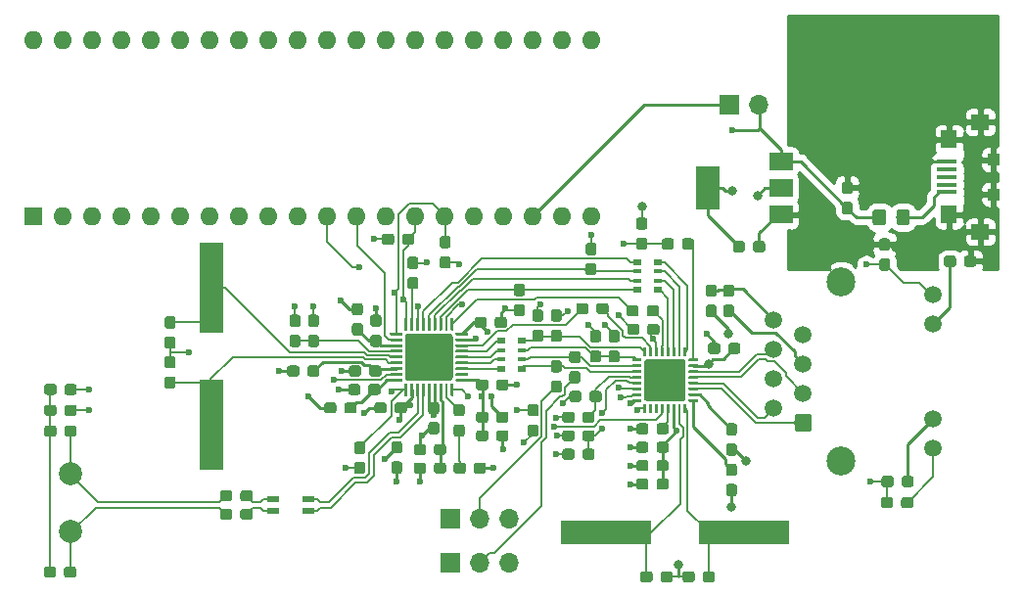
<source format=gbr>
G04 #@! TF.GenerationSoftware,KiCad,Pcbnew,(5.1.2-1)-1*
G04 #@! TF.CreationDate,2019-06-14T19:54:31-04:00*
G04 #@! TF.ProjectId,100base-t1-converter,31303062-6173-4652-9d74-312d636f6e76,rev?*
G04 #@! TF.SameCoordinates,Original*
G04 #@! TF.FileFunction,Copper,L1,Top*
G04 #@! TF.FilePolarity,Positive*
%FSLAX46Y46*%
G04 Gerber Fmt 4.6, Leading zero omitted, Abs format (unit mm)*
G04 Created by KiCad (PCBNEW (5.1.2-1)-1) date 2019-06-14 19:54:31*
%MOMM*%
%LPD*%
G04 APERTURE LIST*
%ADD10C,1.500000*%
%ADD11C,2.500000*%
%ADD12C,0.100000*%
%ADD13C,0.950000*%
%ADD14C,1.150000*%
%ADD15R,1.050000X0.600000*%
%ADD16C,2.000000*%
%ADD17O,1.700000X1.700000*%
%ADD18R,1.700000X1.700000*%
%ADD19R,1.800000X0.400000*%
%ADD20R,1.400000X1.500000*%
%ADD21R,1.500000X1.350000*%
%ADD22R,1.000000X1.100000*%
%ADD23R,2.000000X3.800000*%
%ADD24R,2.000000X1.500000*%
%ADD25C,4.100000*%
%ADD26C,0.500000*%
%ADD27C,0.250000*%
%ADD28R,1.600000X1.600000*%
%ADD29O,1.600000X1.600000*%
%ADD30C,3.600000*%
%ADD31R,2.000000X7.875000*%
%ADD32R,7.875000X2.000000*%
%ADD33R,0.800000X0.500000*%
%ADD34R,0.800000X0.400000*%
%ADD35C,0.600000*%
%ADD36C,0.800000*%
%ADD37C,0.250000*%
%ADD38C,0.152400*%
%ADD39C,0.203200*%
%ADD40C,0.254000*%
%ADD41C,0.200000*%
G04 APERTURE END LIST*
D10*
X246210000Y-98155000D03*
X246210000Y-95615000D03*
X246210000Y-106325000D03*
X246210000Y-108865000D03*
D11*
X238260000Y-94495000D03*
D10*
X232410000Y-97800000D03*
D11*
X238260000Y-109985000D03*
D10*
X234950000Y-99060000D03*
X232410000Y-100340000D03*
X234950000Y-101600000D03*
X232410000Y-102880000D03*
X234950000Y-104140000D03*
X232410000Y-105420000D03*
D12*
G36*
X235474053Y-105931206D02*
G01*
X235498370Y-105934813D01*
X235522216Y-105940786D01*
X235545362Y-105949068D01*
X235567585Y-105959579D01*
X235588670Y-105972217D01*
X235608416Y-105986861D01*
X235626630Y-106003370D01*
X235643139Y-106021584D01*
X235657783Y-106041330D01*
X235670421Y-106062415D01*
X235680932Y-106084638D01*
X235689214Y-106107784D01*
X235695187Y-106131630D01*
X235698794Y-106155947D01*
X235700000Y-106180500D01*
X235700000Y-107179500D01*
X235698794Y-107204053D01*
X235695187Y-107228370D01*
X235689214Y-107252216D01*
X235680932Y-107275362D01*
X235670421Y-107297585D01*
X235657783Y-107318670D01*
X235643139Y-107338416D01*
X235626630Y-107356630D01*
X235608416Y-107373139D01*
X235588670Y-107387783D01*
X235567585Y-107400421D01*
X235545362Y-107410932D01*
X235522216Y-107419214D01*
X235498370Y-107425187D01*
X235474053Y-107428794D01*
X235449500Y-107430000D01*
X234450500Y-107430000D01*
X234425947Y-107428794D01*
X234401630Y-107425187D01*
X234377784Y-107419214D01*
X234354638Y-107410932D01*
X234332415Y-107400421D01*
X234311330Y-107387783D01*
X234291584Y-107373139D01*
X234273370Y-107356630D01*
X234256861Y-107338416D01*
X234242217Y-107318670D01*
X234229579Y-107297585D01*
X234219068Y-107275362D01*
X234210786Y-107252216D01*
X234204813Y-107228370D01*
X234201206Y-107204053D01*
X234200000Y-107179500D01*
X234200000Y-106180500D01*
X234201206Y-106155947D01*
X234204813Y-106131630D01*
X234210786Y-106107784D01*
X234219068Y-106084638D01*
X234229579Y-106062415D01*
X234242217Y-106041330D01*
X234256861Y-106021584D01*
X234273370Y-106003370D01*
X234291584Y-105986861D01*
X234311330Y-105972217D01*
X234332415Y-105959579D01*
X234354638Y-105949068D01*
X234377784Y-105940786D01*
X234401630Y-105934813D01*
X234425947Y-105931206D01*
X234450500Y-105930000D01*
X235449500Y-105930000D01*
X235474053Y-105931206D01*
X235474053Y-105931206D01*
G37*
D10*
X234950000Y-106680000D03*
D12*
G36*
X213860779Y-98626144D02*
G01*
X213883834Y-98629563D01*
X213906443Y-98635227D01*
X213928387Y-98643079D01*
X213949457Y-98653044D01*
X213969448Y-98665026D01*
X213988168Y-98678910D01*
X214005438Y-98694562D01*
X214021090Y-98711832D01*
X214034974Y-98730552D01*
X214046956Y-98750543D01*
X214056921Y-98771613D01*
X214064773Y-98793557D01*
X214070437Y-98816166D01*
X214073856Y-98839221D01*
X214075000Y-98862500D01*
X214075000Y-99437500D01*
X214073856Y-99460779D01*
X214070437Y-99483834D01*
X214064773Y-99506443D01*
X214056921Y-99528387D01*
X214046956Y-99549457D01*
X214034974Y-99569448D01*
X214021090Y-99588168D01*
X214005438Y-99605438D01*
X213988168Y-99621090D01*
X213969448Y-99634974D01*
X213949457Y-99646956D01*
X213928387Y-99656921D01*
X213906443Y-99664773D01*
X213883834Y-99670437D01*
X213860779Y-99673856D01*
X213837500Y-99675000D01*
X213362500Y-99675000D01*
X213339221Y-99673856D01*
X213316166Y-99670437D01*
X213293557Y-99664773D01*
X213271613Y-99656921D01*
X213250543Y-99646956D01*
X213230552Y-99634974D01*
X213211832Y-99621090D01*
X213194562Y-99605438D01*
X213178910Y-99588168D01*
X213165026Y-99569448D01*
X213153044Y-99549457D01*
X213143079Y-99528387D01*
X213135227Y-99506443D01*
X213129563Y-99483834D01*
X213126144Y-99460779D01*
X213125000Y-99437500D01*
X213125000Y-98862500D01*
X213126144Y-98839221D01*
X213129563Y-98816166D01*
X213135227Y-98793557D01*
X213143079Y-98771613D01*
X213153044Y-98750543D01*
X213165026Y-98730552D01*
X213178910Y-98711832D01*
X213194562Y-98694562D01*
X213211832Y-98678910D01*
X213230552Y-98665026D01*
X213250543Y-98653044D01*
X213271613Y-98643079D01*
X213293557Y-98635227D01*
X213316166Y-98629563D01*
X213339221Y-98626144D01*
X213362500Y-98625000D01*
X213837500Y-98625000D01*
X213860779Y-98626144D01*
X213860779Y-98626144D01*
G37*
D13*
X213600000Y-99150000D03*
D12*
G36*
X213860779Y-96876144D02*
G01*
X213883834Y-96879563D01*
X213906443Y-96885227D01*
X213928387Y-96893079D01*
X213949457Y-96903044D01*
X213969448Y-96915026D01*
X213988168Y-96928910D01*
X214005438Y-96944562D01*
X214021090Y-96961832D01*
X214034974Y-96980552D01*
X214046956Y-97000543D01*
X214056921Y-97021613D01*
X214064773Y-97043557D01*
X214070437Y-97066166D01*
X214073856Y-97089221D01*
X214075000Y-97112500D01*
X214075000Y-97687500D01*
X214073856Y-97710779D01*
X214070437Y-97733834D01*
X214064773Y-97756443D01*
X214056921Y-97778387D01*
X214046956Y-97799457D01*
X214034974Y-97819448D01*
X214021090Y-97838168D01*
X214005438Y-97855438D01*
X213988168Y-97871090D01*
X213969448Y-97884974D01*
X213949457Y-97896956D01*
X213928387Y-97906921D01*
X213906443Y-97914773D01*
X213883834Y-97920437D01*
X213860779Y-97923856D01*
X213837500Y-97925000D01*
X213362500Y-97925000D01*
X213339221Y-97923856D01*
X213316166Y-97920437D01*
X213293557Y-97914773D01*
X213271613Y-97906921D01*
X213250543Y-97896956D01*
X213230552Y-97884974D01*
X213211832Y-97871090D01*
X213194562Y-97855438D01*
X213178910Y-97838168D01*
X213165026Y-97819448D01*
X213153044Y-97799457D01*
X213143079Y-97778387D01*
X213135227Y-97756443D01*
X213129563Y-97733834D01*
X213126144Y-97710779D01*
X213125000Y-97687500D01*
X213125000Y-97112500D01*
X213126144Y-97089221D01*
X213129563Y-97066166D01*
X213135227Y-97043557D01*
X213143079Y-97021613D01*
X213153044Y-97000543D01*
X213165026Y-96980552D01*
X213178910Y-96961832D01*
X213194562Y-96944562D01*
X213211832Y-96928910D01*
X213230552Y-96915026D01*
X213250543Y-96903044D01*
X213271613Y-96893079D01*
X213293557Y-96885227D01*
X213316166Y-96879563D01*
X213339221Y-96876144D01*
X213362500Y-96875000D01*
X213837500Y-96875000D01*
X213860779Y-96876144D01*
X213860779Y-96876144D01*
G37*
D13*
X213600000Y-97400000D03*
D12*
G36*
X220560779Y-98126144D02*
G01*
X220583834Y-98129563D01*
X220606443Y-98135227D01*
X220628387Y-98143079D01*
X220649457Y-98153044D01*
X220669448Y-98165026D01*
X220688168Y-98178910D01*
X220705438Y-98194562D01*
X220721090Y-98211832D01*
X220734974Y-98230552D01*
X220746956Y-98250543D01*
X220756921Y-98271613D01*
X220764773Y-98293557D01*
X220770437Y-98316166D01*
X220773856Y-98339221D01*
X220775000Y-98362500D01*
X220775000Y-98837500D01*
X220773856Y-98860779D01*
X220770437Y-98883834D01*
X220764773Y-98906443D01*
X220756921Y-98928387D01*
X220746956Y-98949457D01*
X220734974Y-98969448D01*
X220721090Y-98988168D01*
X220705438Y-99005438D01*
X220688168Y-99021090D01*
X220669448Y-99034974D01*
X220649457Y-99046956D01*
X220628387Y-99056921D01*
X220606443Y-99064773D01*
X220583834Y-99070437D01*
X220560779Y-99073856D01*
X220537500Y-99075000D01*
X219962500Y-99075000D01*
X219939221Y-99073856D01*
X219916166Y-99070437D01*
X219893557Y-99064773D01*
X219871613Y-99056921D01*
X219850543Y-99046956D01*
X219830552Y-99034974D01*
X219811832Y-99021090D01*
X219794562Y-99005438D01*
X219778910Y-98988168D01*
X219765026Y-98969448D01*
X219753044Y-98949457D01*
X219743079Y-98928387D01*
X219735227Y-98906443D01*
X219729563Y-98883834D01*
X219726144Y-98860779D01*
X219725000Y-98837500D01*
X219725000Y-98362500D01*
X219726144Y-98339221D01*
X219729563Y-98316166D01*
X219735227Y-98293557D01*
X219743079Y-98271613D01*
X219753044Y-98250543D01*
X219765026Y-98230552D01*
X219778910Y-98211832D01*
X219794562Y-98194562D01*
X219811832Y-98178910D01*
X219830552Y-98165026D01*
X219850543Y-98153044D01*
X219871613Y-98143079D01*
X219893557Y-98135227D01*
X219916166Y-98129563D01*
X219939221Y-98126144D01*
X219962500Y-98125000D01*
X220537500Y-98125000D01*
X220560779Y-98126144D01*
X220560779Y-98126144D01*
G37*
D13*
X220250000Y-98600000D03*
D12*
G36*
X222310779Y-98126144D02*
G01*
X222333834Y-98129563D01*
X222356443Y-98135227D01*
X222378387Y-98143079D01*
X222399457Y-98153044D01*
X222419448Y-98165026D01*
X222438168Y-98178910D01*
X222455438Y-98194562D01*
X222471090Y-98211832D01*
X222484974Y-98230552D01*
X222496956Y-98250543D01*
X222506921Y-98271613D01*
X222514773Y-98293557D01*
X222520437Y-98316166D01*
X222523856Y-98339221D01*
X222525000Y-98362500D01*
X222525000Y-98837500D01*
X222523856Y-98860779D01*
X222520437Y-98883834D01*
X222514773Y-98906443D01*
X222506921Y-98928387D01*
X222496956Y-98949457D01*
X222484974Y-98969448D01*
X222471090Y-98988168D01*
X222455438Y-99005438D01*
X222438168Y-99021090D01*
X222419448Y-99034974D01*
X222399457Y-99046956D01*
X222378387Y-99056921D01*
X222356443Y-99064773D01*
X222333834Y-99070437D01*
X222310779Y-99073856D01*
X222287500Y-99075000D01*
X221712500Y-99075000D01*
X221689221Y-99073856D01*
X221666166Y-99070437D01*
X221643557Y-99064773D01*
X221621613Y-99056921D01*
X221600543Y-99046956D01*
X221580552Y-99034974D01*
X221561832Y-99021090D01*
X221544562Y-99005438D01*
X221528910Y-98988168D01*
X221515026Y-98969448D01*
X221503044Y-98949457D01*
X221493079Y-98928387D01*
X221485227Y-98906443D01*
X221479563Y-98883834D01*
X221476144Y-98860779D01*
X221475000Y-98837500D01*
X221475000Y-98362500D01*
X221476144Y-98339221D01*
X221479563Y-98316166D01*
X221485227Y-98293557D01*
X221493079Y-98271613D01*
X221503044Y-98250543D01*
X221515026Y-98230552D01*
X221528910Y-98211832D01*
X221544562Y-98194562D01*
X221561832Y-98178910D01*
X221580552Y-98165026D01*
X221600543Y-98153044D01*
X221621613Y-98143079D01*
X221643557Y-98135227D01*
X221666166Y-98129563D01*
X221689221Y-98126144D01*
X221712500Y-98125000D01*
X222287500Y-98125000D01*
X222310779Y-98126144D01*
X222310779Y-98126144D01*
G37*
D13*
X222000000Y-98600000D03*
D12*
G36*
X227260779Y-96476144D02*
G01*
X227283834Y-96479563D01*
X227306443Y-96485227D01*
X227328387Y-96493079D01*
X227349457Y-96503044D01*
X227369448Y-96515026D01*
X227388168Y-96528910D01*
X227405438Y-96544562D01*
X227421090Y-96561832D01*
X227434974Y-96580552D01*
X227446956Y-96600543D01*
X227456921Y-96621613D01*
X227464773Y-96643557D01*
X227470437Y-96666166D01*
X227473856Y-96689221D01*
X227475000Y-96712500D01*
X227475000Y-97287500D01*
X227473856Y-97310779D01*
X227470437Y-97333834D01*
X227464773Y-97356443D01*
X227456921Y-97378387D01*
X227446956Y-97399457D01*
X227434974Y-97419448D01*
X227421090Y-97438168D01*
X227405438Y-97455438D01*
X227388168Y-97471090D01*
X227369448Y-97484974D01*
X227349457Y-97496956D01*
X227328387Y-97506921D01*
X227306443Y-97514773D01*
X227283834Y-97520437D01*
X227260779Y-97523856D01*
X227237500Y-97525000D01*
X226762500Y-97525000D01*
X226739221Y-97523856D01*
X226716166Y-97520437D01*
X226693557Y-97514773D01*
X226671613Y-97506921D01*
X226650543Y-97496956D01*
X226630552Y-97484974D01*
X226611832Y-97471090D01*
X226594562Y-97455438D01*
X226578910Y-97438168D01*
X226565026Y-97419448D01*
X226553044Y-97399457D01*
X226543079Y-97378387D01*
X226535227Y-97356443D01*
X226529563Y-97333834D01*
X226526144Y-97310779D01*
X226525000Y-97287500D01*
X226525000Y-96712500D01*
X226526144Y-96689221D01*
X226529563Y-96666166D01*
X226535227Y-96643557D01*
X226543079Y-96621613D01*
X226553044Y-96600543D01*
X226565026Y-96580552D01*
X226578910Y-96561832D01*
X226594562Y-96544562D01*
X226611832Y-96528910D01*
X226630552Y-96515026D01*
X226650543Y-96503044D01*
X226671613Y-96493079D01*
X226693557Y-96485227D01*
X226716166Y-96479563D01*
X226739221Y-96476144D01*
X226762500Y-96475000D01*
X227237500Y-96475000D01*
X227260779Y-96476144D01*
X227260779Y-96476144D01*
G37*
D13*
X227000000Y-97000000D03*
D12*
G36*
X227260779Y-94726144D02*
G01*
X227283834Y-94729563D01*
X227306443Y-94735227D01*
X227328387Y-94743079D01*
X227349457Y-94753044D01*
X227369448Y-94765026D01*
X227388168Y-94778910D01*
X227405438Y-94794562D01*
X227421090Y-94811832D01*
X227434974Y-94830552D01*
X227446956Y-94850543D01*
X227456921Y-94871613D01*
X227464773Y-94893557D01*
X227470437Y-94916166D01*
X227473856Y-94939221D01*
X227475000Y-94962500D01*
X227475000Y-95537500D01*
X227473856Y-95560779D01*
X227470437Y-95583834D01*
X227464773Y-95606443D01*
X227456921Y-95628387D01*
X227446956Y-95649457D01*
X227434974Y-95669448D01*
X227421090Y-95688168D01*
X227405438Y-95705438D01*
X227388168Y-95721090D01*
X227369448Y-95734974D01*
X227349457Y-95746956D01*
X227328387Y-95756921D01*
X227306443Y-95764773D01*
X227283834Y-95770437D01*
X227260779Y-95773856D01*
X227237500Y-95775000D01*
X226762500Y-95775000D01*
X226739221Y-95773856D01*
X226716166Y-95770437D01*
X226693557Y-95764773D01*
X226671613Y-95756921D01*
X226650543Y-95746956D01*
X226630552Y-95734974D01*
X226611832Y-95721090D01*
X226594562Y-95705438D01*
X226578910Y-95688168D01*
X226565026Y-95669448D01*
X226553044Y-95649457D01*
X226543079Y-95628387D01*
X226535227Y-95606443D01*
X226529563Y-95583834D01*
X226526144Y-95560779D01*
X226525000Y-95537500D01*
X226525000Y-94962500D01*
X226526144Y-94939221D01*
X226529563Y-94916166D01*
X226535227Y-94893557D01*
X226543079Y-94871613D01*
X226553044Y-94850543D01*
X226565026Y-94830552D01*
X226578910Y-94811832D01*
X226594562Y-94794562D01*
X226611832Y-94778910D01*
X226630552Y-94765026D01*
X226650543Y-94753044D01*
X226671613Y-94743079D01*
X226693557Y-94735227D01*
X226716166Y-94729563D01*
X226739221Y-94726144D01*
X226762500Y-94725000D01*
X227237500Y-94725000D01*
X227260779Y-94726144D01*
X227260779Y-94726144D01*
G37*
D13*
X227000000Y-95250000D03*
D12*
G36*
X239020779Y-87586144D02*
G01*
X239043834Y-87589563D01*
X239066443Y-87595227D01*
X239088387Y-87603079D01*
X239109457Y-87613044D01*
X239129448Y-87625026D01*
X239148168Y-87638910D01*
X239165438Y-87654562D01*
X239181090Y-87671832D01*
X239194974Y-87690552D01*
X239206956Y-87710543D01*
X239216921Y-87731613D01*
X239224773Y-87753557D01*
X239230437Y-87776166D01*
X239233856Y-87799221D01*
X239235000Y-87822500D01*
X239235000Y-88397500D01*
X239233856Y-88420779D01*
X239230437Y-88443834D01*
X239224773Y-88466443D01*
X239216921Y-88488387D01*
X239206956Y-88509457D01*
X239194974Y-88529448D01*
X239181090Y-88548168D01*
X239165438Y-88565438D01*
X239148168Y-88581090D01*
X239129448Y-88594974D01*
X239109457Y-88606956D01*
X239088387Y-88616921D01*
X239066443Y-88624773D01*
X239043834Y-88630437D01*
X239020779Y-88633856D01*
X238997500Y-88635000D01*
X238522500Y-88635000D01*
X238499221Y-88633856D01*
X238476166Y-88630437D01*
X238453557Y-88624773D01*
X238431613Y-88616921D01*
X238410543Y-88606956D01*
X238390552Y-88594974D01*
X238371832Y-88581090D01*
X238354562Y-88565438D01*
X238338910Y-88548168D01*
X238325026Y-88529448D01*
X238313044Y-88509457D01*
X238303079Y-88488387D01*
X238295227Y-88466443D01*
X238289563Y-88443834D01*
X238286144Y-88420779D01*
X238285000Y-88397500D01*
X238285000Y-87822500D01*
X238286144Y-87799221D01*
X238289563Y-87776166D01*
X238295227Y-87753557D01*
X238303079Y-87731613D01*
X238313044Y-87710543D01*
X238325026Y-87690552D01*
X238338910Y-87671832D01*
X238354562Y-87654562D01*
X238371832Y-87638910D01*
X238390552Y-87625026D01*
X238410543Y-87613044D01*
X238431613Y-87603079D01*
X238453557Y-87595227D01*
X238476166Y-87589563D01*
X238499221Y-87586144D01*
X238522500Y-87585000D01*
X238997500Y-87585000D01*
X239020779Y-87586144D01*
X239020779Y-87586144D01*
G37*
D13*
X238760000Y-88110000D03*
D12*
G36*
X239020779Y-85836144D02*
G01*
X239043834Y-85839563D01*
X239066443Y-85845227D01*
X239088387Y-85853079D01*
X239109457Y-85863044D01*
X239129448Y-85875026D01*
X239148168Y-85888910D01*
X239165438Y-85904562D01*
X239181090Y-85921832D01*
X239194974Y-85940552D01*
X239206956Y-85960543D01*
X239216921Y-85981613D01*
X239224773Y-86003557D01*
X239230437Y-86026166D01*
X239233856Y-86049221D01*
X239235000Y-86072500D01*
X239235000Y-86647500D01*
X239233856Y-86670779D01*
X239230437Y-86693834D01*
X239224773Y-86716443D01*
X239216921Y-86738387D01*
X239206956Y-86759457D01*
X239194974Y-86779448D01*
X239181090Y-86798168D01*
X239165438Y-86815438D01*
X239148168Y-86831090D01*
X239129448Y-86844974D01*
X239109457Y-86856956D01*
X239088387Y-86866921D01*
X239066443Y-86874773D01*
X239043834Y-86880437D01*
X239020779Y-86883856D01*
X238997500Y-86885000D01*
X238522500Y-86885000D01*
X238499221Y-86883856D01*
X238476166Y-86880437D01*
X238453557Y-86874773D01*
X238431613Y-86866921D01*
X238410543Y-86856956D01*
X238390552Y-86844974D01*
X238371832Y-86831090D01*
X238354562Y-86815438D01*
X238338910Y-86798168D01*
X238325026Y-86779448D01*
X238313044Y-86759457D01*
X238303079Y-86738387D01*
X238295227Y-86716443D01*
X238289563Y-86693834D01*
X238286144Y-86670779D01*
X238285000Y-86647500D01*
X238285000Y-86072500D01*
X238286144Y-86049221D01*
X238289563Y-86026166D01*
X238295227Y-86003557D01*
X238303079Y-85981613D01*
X238313044Y-85960543D01*
X238325026Y-85940552D01*
X238338910Y-85921832D01*
X238354562Y-85904562D01*
X238371832Y-85888910D01*
X238390552Y-85875026D01*
X238410543Y-85863044D01*
X238431613Y-85853079D01*
X238453557Y-85845227D01*
X238476166Y-85839563D01*
X238499221Y-85836144D01*
X238522500Y-85835000D01*
X238997500Y-85835000D01*
X239020779Y-85836144D01*
X239020779Y-85836144D01*
G37*
D13*
X238760000Y-86360000D03*
D12*
G36*
X229700779Y-90966144D02*
G01*
X229723834Y-90969563D01*
X229746443Y-90975227D01*
X229768387Y-90983079D01*
X229789457Y-90993044D01*
X229809448Y-91005026D01*
X229828168Y-91018910D01*
X229845438Y-91034562D01*
X229861090Y-91051832D01*
X229874974Y-91070552D01*
X229886956Y-91090543D01*
X229896921Y-91111613D01*
X229904773Y-91133557D01*
X229910437Y-91156166D01*
X229913856Y-91179221D01*
X229915000Y-91202500D01*
X229915000Y-91677500D01*
X229913856Y-91700779D01*
X229910437Y-91723834D01*
X229904773Y-91746443D01*
X229896921Y-91768387D01*
X229886956Y-91789457D01*
X229874974Y-91809448D01*
X229861090Y-91828168D01*
X229845438Y-91845438D01*
X229828168Y-91861090D01*
X229809448Y-91874974D01*
X229789457Y-91886956D01*
X229768387Y-91896921D01*
X229746443Y-91904773D01*
X229723834Y-91910437D01*
X229700779Y-91913856D01*
X229677500Y-91915000D01*
X229102500Y-91915000D01*
X229079221Y-91913856D01*
X229056166Y-91910437D01*
X229033557Y-91904773D01*
X229011613Y-91896921D01*
X228990543Y-91886956D01*
X228970552Y-91874974D01*
X228951832Y-91861090D01*
X228934562Y-91845438D01*
X228918910Y-91828168D01*
X228905026Y-91809448D01*
X228893044Y-91789457D01*
X228883079Y-91768387D01*
X228875227Y-91746443D01*
X228869563Y-91723834D01*
X228866144Y-91700779D01*
X228865000Y-91677500D01*
X228865000Y-91202500D01*
X228866144Y-91179221D01*
X228869563Y-91156166D01*
X228875227Y-91133557D01*
X228883079Y-91111613D01*
X228893044Y-91090543D01*
X228905026Y-91070552D01*
X228918910Y-91051832D01*
X228934562Y-91034562D01*
X228951832Y-91018910D01*
X228970552Y-91005026D01*
X228990543Y-90993044D01*
X229011613Y-90983079D01*
X229033557Y-90975227D01*
X229056166Y-90969563D01*
X229079221Y-90966144D01*
X229102500Y-90965000D01*
X229677500Y-90965000D01*
X229700779Y-90966144D01*
X229700779Y-90966144D01*
G37*
D13*
X229390000Y-91440000D03*
D12*
G36*
X231450779Y-90966144D02*
G01*
X231473834Y-90969563D01*
X231496443Y-90975227D01*
X231518387Y-90983079D01*
X231539457Y-90993044D01*
X231559448Y-91005026D01*
X231578168Y-91018910D01*
X231595438Y-91034562D01*
X231611090Y-91051832D01*
X231624974Y-91070552D01*
X231636956Y-91090543D01*
X231646921Y-91111613D01*
X231654773Y-91133557D01*
X231660437Y-91156166D01*
X231663856Y-91179221D01*
X231665000Y-91202500D01*
X231665000Y-91677500D01*
X231663856Y-91700779D01*
X231660437Y-91723834D01*
X231654773Y-91746443D01*
X231646921Y-91768387D01*
X231636956Y-91789457D01*
X231624974Y-91809448D01*
X231611090Y-91828168D01*
X231595438Y-91845438D01*
X231578168Y-91861090D01*
X231559448Y-91874974D01*
X231539457Y-91886956D01*
X231518387Y-91896921D01*
X231496443Y-91904773D01*
X231473834Y-91910437D01*
X231450779Y-91913856D01*
X231427500Y-91915000D01*
X230852500Y-91915000D01*
X230829221Y-91913856D01*
X230806166Y-91910437D01*
X230783557Y-91904773D01*
X230761613Y-91896921D01*
X230740543Y-91886956D01*
X230720552Y-91874974D01*
X230701832Y-91861090D01*
X230684562Y-91845438D01*
X230668910Y-91828168D01*
X230655026Y-91809448D01*
X230643044Y-91789457D01*
X230633079Y-91768387D01*
X230625227Y-91746443D01*
X230619563Y-91723834D01*
X230616144Y-91700779D01*
X230615000Y-91677500D01*
X230615000Y-91202500D01*
X230616144Y-91179221D01*
X230619563Y-91156166D01*
X230625227Y-91133557D01*
X230633079Y-91111613D01*
X230643044Y-91090543D01*
X230655026Y-91070552D01*
X230668910Y-91051832D01*
X230684562Y-91034562D01*
X230701832Y-91018910D01*
X230720552Y-91005026D01*
X230740543Y-90993044D01*
X230761613Y-90983079D01*
X230783557Y-90975227D01*
X230806166Y-90969563D01*
X230829221Y-90966144D01*
X230852500Y-90965000D01*
X231427500Y-90965000D01*
X231450779Y-90966144D01*
X231450779Y-90966144D01*
G37*
D13*
X231140000Y-91440000D03*
D12*
G36*
X198260779Y-97326144D02*
G01*
X198283834Y-97329563D01*
X198306443Y-97335227D01*
X198328387Y-97343079D01*
X198349457Y-97353044D01*
X198369448Y-97365026D01*
X198388168Y-97378910D01*
X198405438Y-97394562D01*
X198421090Y-97411832D01*
X198434974Y-97430552D01*
X198446956Y-97450543D01*
X198456921Y-97471613D01*
X198464773Y-97493557D01*
X198470437Y-97516166D01*
X198473856Y-97539221D01*
X198475000Y-97562500D01*
X198475000Y-98137500D01*
X198473856Y-98160779D01*
X198470437Y-98183834D01*
X198464773Y-98206443D01*
X198456921Y-98228387D01*
X198446956Y-98249457D01*
X198434974Y-98269448D01*
X198421090Y-98288168D01*
X198405438Y-98305438D01*
X198388168Y-98321090D01*
X198369448Y-98334974D01*
X198349457Y-98346956D01*
X198328387Y-98356921D01*
X198306443Y-98364773D01*
X198283834Y-98370437D01*
X198260779Y-98373856D01*
X198237500Y-98375000D01*
X197762500Y-98375000D01*
X197739221Y-98373856D01*
X197716166Y-98370437D01*
X197693557Y-98364773D01*
X197671613Y-98356921D01*
X197650543Y-98346956D01*
X197630552Y-98334974D01*
X197611832Y-98321090D01*
X197594562Y-98305438D01*
X197578910Y-98288168D01*
X197565026Y-98269448D01*
X197553044Y-98249457D01*
X197543079Y-98228387D01*
X197535227Y-98206443D01*
X197529563Y-98183834D01*
X197526144Y-98160779D01*
X197525000Y-98137500D01*
X197525000Y-97562500D01*
X197526144Y-97539221D01*
X197529563Y-97516166D01*
X197535227Y-97493557D01*
X197543079Y-97471613D01*
X197553044Y-97450543D01*
X197565026Y-97430552D01*
X197578910Y-97411832D01*
X197594562Y-97394562D01*
X197611832Y-97378910D01*
X197630552Y-97365026D01*
X197650543Y-97353044D01*
X197671613Y-97343079D01*
X197693557Y-97335227D01*
X197716166Y-97329563D01*
X197739221Y-97326144D01*
X197762500Y-97325000D01*
X198237500Y-97325000D01*
X198260779Y-97326144D01*
X198260779Y-97326144D01*
G37*
D13*
X198000000Y-97850000D03*
D12*
G36*
X198260779Y-99076144D02*
G01*
X198283834Y-99079563D01*
X198306443Y-99085227D01*
X198328387Y-99093079D01*
X198349457Y-99103044D01*
X198369448Y-99115026D01*
X198388168Y-99128910D01*
X198405438Y-99144562D01*
X198421090Y-99161832D01*
X198434974Y-99180552D01*
X198446956Y-99200543D01*
X198456921Y-99221613D01*
X198464773Y-99243557D01*
X198470437Y-99266166D01*
X198473856Y-99289221D01*
X198475000Y-99312500D01*
X198475000Y-99887500D01*
X198473856Y-99910779D01*
X198470437Y-99933834D01*
X198464773Y-99956443D01*
X198456921Y-99978387D01*
X198446956Y-99999457D01*
X198434974Y-100019448D01*
X198421090Y-100038168D01*
X198405438Y-100055438D01*
X198388168Y-100071090D01*
X198369448Y-100084974D01*
X198349457Y-100096956D01*
X198328387Y-100106921D01*
X198306443Y-100114773D01*
X198283834Y-100120437D01*
X198260779Y-100123856D01*
X198237500Y-100125000D01*
X197762500Y-100125000D01*
X197739221Y-100123856D01*
X197716166Y-100120437D01*
X197693557Y-100114773D01*
X197671613Y-100106921D01*
X197650543Y-100096956D01*
X197630552Y-100084974D01*
X197611832Y-100071090D01*
X197594562Y-100055438D01*
X197578910Y-100038168D01*
X197565026Y-100019448D01*
X197553044Y-99999457D01*
X197543079Y-99978387D01*
X197535227Y-99956443D01*
X197529563Y-99933834D01*
X197526144Y-99910779D01*
X197525000Y-99887500D01*
X197525000Y-99312500D01*
X197526144Y-99289221D01*
X197529563Y-99266166D01*
X197535227Y-99243557D01*
X197543079Y-99221613D01*
X197553044Y-99200543D01*
X197565026Y-99180552D01*
X197578910Y-99161832D01*
X197594562Y-99144562D01*
X197611832Y-99128910D01*
X197630552Y-99115026D01*
X197650543Y-99103044D01*
X197671613Y-99093079D01*
X197693557Y-99085227D01*
X197716166Y-99079563D01*
X197739221Y-99076144D01*
X197762500Y-99075000D01*
X198237500Y-99075000D01*
X198260779Y-99076144D01*
X198260779Y-99076144D01*
G37*
D13*
X198000000Y-99600000D03*
D12*
G36*
X209260779Y-105726144D02*
G01*
X209283834Y-105729563D01*
X209306443Y-105735227D01*
X209328387Y-105743079D01*
X209349457Y-105753044D01*
X209369448Y-105765026D01*
X209388168Y-105778910D01*
X209405438Y-105794562D01*
X209421090Y-105811832D01*
X209434974Y-105830552D01*
X209446956Y-105850543D01*
X209456921Y-105871613D01*
X209464773Y-105893557D01*
X209470437Y-105916166D01*
X209473856Y-105939221D01*
X209475000Y-105962500D01*
X209475000Y-106437500D01*
X209473856Y-106460779D01*
X209470437Y-106483834D01*
X209464773Y-106506443D01*
X209456921Y-106528387D01*
X209446956Y-106549457D01*
X209434974Y-106569448D01*
X209421090Y-106588168D01*
X209405438Y-106605438D01*
X209388168Y-106621090D01*
X209369448Y-106634974D01*
X209349457Y-106646956D01*
X209328387Y-106656921D01*
X209306443Y-106664773D01*
X209283834Y-106670437D01*
X209260779Y-106673856D01*
X209237500Y-106675000D01*
X208662500Y-106675000D01*
X208639221Y-106673856D01*
X208616166Y-106670437D01*
X208593557Y-106664773D01*
X208571613Y-106656921D01*
X208550543Y-106646956D01*
X208530552Y-106634974D01*
X208511832Y-106621090D01*
X208494562Y-106605438D01*
X208478910Y-106588168D01*
X208465026Y-106569448D01*
X208453044Y-106549457D01*
X208443079Y-106528387D01*
X208435227Y-106506443D01*
X208429563Y-106483834D01*
X208426144Y-106460779D01*
X208425000Y-106437500D01*
X208425000Y-105962500D01*
X208426144Y-105939221D01*
X208429563Y-105916166D01*
X208435227Y-105893557D01*
X208443079Y-105871613D01*
X208453044Y-105850543D01*
X208465026Y-105830552D01*
X208478910Y-105811832D01*
X208494562Y-105794562D01*
X208511832Y-105778910D01*
X208530552Y-105765026D01*
X208550543Y-105753044D01*
X208571613Y-105743079D01*
X208593557Y-105735227D01*
X208616166Y-105729563D01*
X208639221Y-105726144D01*
X208662500Y-105725000D01*
X209237500Y-105725000D01*
X209260779Y-105726144D01*
X209260779Y-105726144D01*
G37*
D13*
X208950000Y-106200000D03*
D12*
G36*
X207510779Y-105726144D02*
G01*
X207533834Y-105729563D01*
X207556443Y-105735227D01*
X207578387Y-105743079D01*
X207599457Y-105753044D01*
X207619448Y-105765026D01*
X207638168Y-105778910D01*
X207655438Y-105794562D01*
X207671090Y-105811832D01*
X207684974Y-105830552D01*
X207696956Y-105850543D01*
X207706921Y-105871613D01*
X207714773Y-105893557D01*
X207720437Y-105916166D01*
X207723856Y-105939221D01*
X207725000Y-105962500D01*
X207725000Y-106437500D01*
X207723856Y-106460779D01*
X207720437Y-106483834D01*
X207714773Y-106506443D01*
X207706921Y-106528387D01*
X207696956Y-106549457D01*
X207684974Y-106569448D01*
X207671090Y-106588168D01*
X207655438Y-106605438D01*
X207638168Y-106621090D01*
X207619448Y-106634974D01*
X207599457Y-106646956D01*
X207578387Y-106656921D01*
X207556443Y-106664773D01*
X207533834Y-106670437D01*
X207510779Y-106673856D01*
X207487500Y-106675000D01*
X206912500Y-106675000D01*
X206889221Y-106673856D01*
X206866166Y-106670437D01*
X206843557Y-106664773D01*
X206821613Y-106656921D01*
X206800543Y-106646956D01*
X206780552Y-106634974D01*
X206761832Y-106621090D01*
X206744562Y-106605438D01*
X206728910Y-106588168D01*
X206715026Y-106569448D01*
X206703044Y-106549457D01*
X206693079Y-106528387D01*
X206685227Y-106506443D01*
X206679563Y-106483834D01*
X206676144Y-106460779D01*
X206675000Y-106437500D01*
X206675000Y-105962500D01*
X206676144Y-105939221D01*
X206679563Y-105916166D01*
X206685227Y-105893557D01*
X206693079Y-105871613D01*
X206703044Y-105850543D01*
X206715026Y-105830552D01*
X206728910Y-105811832D01*
X206744562Y-105794562D01*
X206761832Y-105778910D01*
X206780552Y-105765026D01*
X206800543Y-105753044D01*
X206821613Y-105743079D01*
X206843557Y-105735227D01*
X206866166Y-105729563D01*
X206889221Y-105726144D01*
X206912500Y-105725000D01*
X207487500Y-105725000D01*
X207510779Y-105726144D01*
X207510779Y-105726144D01*
G37*
D13*
X207200000Y-106200000D03*
D12*
G36*
X196435779Y-103326144D02*
G01*
X196458834Y-103329563D01*
X196481443Y-103335227D01*
X196503387Y-103343079D01*
X196524457Y-103353044D01*
X196544448Y-103365026D01*
X196563168Y-103378910D01*
X196580438Y-103394562D01*
X196596090Y-103411832D01*
X196609974Y-103430552D01*
X196621956Y-103450543D01*
X196631921Y-103471613D01*
X196639773Y-103493557D01*
X196645437Y-103516166D01*
X196648856Y-103539221D01*
X196650000Y-103562500D01*
X196650000Y-104037500D01*
X196648856Y-104060779D01*
X196645437Y-104083834D01*
X196639773Y-104106443D01*
X196631921Y-104128387D01*
X196621956Y-104149457D01*
X196609974Y-104169448D01*
X196596090Y-104188168D01*
X196580438Y-104205438D01*
X196563168Y-104221090D01*
X196544448Y-104234974D01*
X196524457Y-104246956D01*
X196503387Y-104256921D01*
X196481443Y-104264773D01*
X196458834Y-104270437D01*
X196435779Y-104273856D01*
X196412500Y-104275000D01*
X195837500Y-104275000D01*
X195814221Y-104273856D01*
X195791166Y-104270437D01*
X195768557Y-104264773D01*
X195746613Y-104256921D01*
X195725543Y-104246956D01*
X195705552Y-104234974D01*
X195686832Y-104221090D01*
X195669562Y-104205438D01*
X195653910Y-104188168D01*
X195640026Y-104169448D01*
X195628044Y-104149457D01*
X195618079Y-104128387D01*
X195610227Y-104106443D01*
X195604563Y-104083834D01*
X195601144Y-104060779D01*
X195600000Y-104037500D01*
X195600000Y-103562500D01*
X195601144Y-103539221D01*
X195604563Y-103516166D01*
X195610227Y-103493557D01*
X195618079Y-103471613D01*
X195628044Y-103450543D01*
X195640026Y-103430552D01*
X195653910Y-103411832D01*
X195669562Y-103394562D01*
X195686832Y-103378910D01*
X195705552Y-103365026D01*
X195725543Y-103353044D01*
X195746613Y-103343079D01*
X195768557Y-103335227D01*
X195791166Y-103329563D01*
X195814221Y-103326144D01*
X195837500Y-103325000D01*
X196412500Y-103325000D01*
X196435779Y-103326144D01*
X196435779Y-103326144D01*
G37*
D13*
X196125000Y-103800000D03*
D12*
G36*
X198185779Y-103326144D02*
G01*
X198208834Y-103329563D01*
X198231443Y-103335227D01*
X198253387Y-103343079D01*
X198274457Y-103353044D01*
X198294448Y-103365026D01*
X198313168Y-103378910D01*
X198330438Y-103394562D01*
X198346090Y-103411832D01*
X198359974Y-103430552D01*
X198371956Y-103450543D01*
X198381921Y-103471613D01*
X198389773Y-103493557D01*
X198395437Y-103516166D01*
X198398856Y-103539221D01*
X198400000Y-103562500D01*
X198400000Y-104037500D01*
X198398856Y-104060779D01*
X198395437Y-104083834D01*
X198389773Y-104106443D01*
X198381921Y-104128387D01*
X198371956Y-104149457D01*
X198359974Y-104169448D01*
X198346090Y-104188168D01*
X198330438Y-104205438D01*
X198313168Y-104221090D01*
X198294448Y-104234974D01*
X198274457Y-104246956D01*
X198253387Y-104256921D01*
X198231443Y-104264773D01*
X198208834Y-104270437D01*
X198185779Y-104273856D01*
X198162500Y-104275000D01*
X197587500Y-104275000D01*
X197564221Y-104273856D01*
X197541166Y-104270437D01*
X197518557Y-104264773D01*
X197496613Y-104256921D01*
X197475543Y-104246956D01*
X197455552Y-104234974D01*
X197436832Y-104221090D01*
X197419562Y-104205438D01*
X197403910Y-104188168D01*
X197390026Y-104169448D01*
X197378044Y-104149457D01*
X197368079Y-104128387D01*
X197360227Y-104106443D01*
X197354563Y-104083834D01*
X197351144Y-104060779D01*
X197350000Y-104037500D01*
X197350000Y-103562500D01*
X197351144Y-103539221D01*
X197354563Y-103516166D01*
X197360227Y-103493557D01*
X197368079Y-103471613D01*
X197378044Y-103450543D01*
X197390026Y-103430552D01*
X197403910Y-103411832D01*
X197419562Y-103394562D01*
X197436832Y-103378910D01*
X197455552Y-103365026D01*
X197475543Y-103353044D01*
X197496613Y-103343079D01*
X197518557Y-103335227D01*
X197541166Y-103329563D01*
X197564221Y-103326144D01*
X197587500Y-103325000D01*
X198162500Y-103325000D01*
X198185779Y-103326144D01*
X198185779Y-103326144D01*
G37*
D13*
X197875000Y-103800000D03*
D12*
G36*
X198260779Y-101726144D02*
G01*
X198283834Y-101729563D01*
X198306443Y-101735227D01*
X198328387Y-101743079D01*
X198349457Y-101753044D01*
X198369448Y-101765026D01*
X198388168Y-101778910D01*
X198405438Y-101794562D01*
X198421090Y-101811832D01*
X198434974Y-101830552D01*
X198446956Y-101850543D01*
X198456921Y-101871613D01*
X198464773Y-101893557D01*
X198470437Y-101916166D01*
X198473856Y-101939221D01*
X198475000Y-101962500D01*
X198475000Y-102437500D01*
X198473856Y-102460779D01*
X198470437Y-102483834D01*
X198464773Y-102506443D01*
X198456921Y-102528387D01*
X198446956Y-102549457D01*
X198434974Y-102569448D01*
X198421090Y-102588168D01*
X198405438Y-102605438D01*
X198388168Y-102621090D01*
X198369448Y-102634974D01*
X198349457Y-102646956D01*
X198328387Y-102656921D01*
X198306443Y-102664773D01*
X198283834Y-102670437D01*
X198260779Y-102673856D01*
X198237500Y-102675000D01*
X197662500Y-102675000D01*
X197639221Y-102673856D01*
X197616166Y-102670437D01*
X197593557Y-102664773D01*
X197571613Y-102656921D01*
X197550543Y-102646956D01*
X197530552Y-102634974D01*
X197511832Y-102621090D01*
X197494562Y-102605438D01*
X197478910Y-102588168D01*
X197465026Y-102569448D01*
X197453044Y-102549457D01*
X197443079Y-102528387D01*
X197435227Y-102506443D01*
X197429563Y-102483834D01*
X197426144Y-102460779D01*
X197425000Y-102437500D01*
X197425000Y-101962500D01*
X197426144Y-101939221D01*
X197429563Y-101916166D01*
X197435227Y-101893557D01*
X197443079Y-101871613D01*
X197453044Y-101850543D01*
X197465026Y-101830552D01*
X197478910Y-101811832D01*
X197494562Y-101794562D01*
X197511832Y-101778910D01*
X197530552Y-101765026D01*
X197550543Y-101753044D01*
X197571613Y-101743079D01*
X197593557Y-101735227D01*
X197616166Y-101729563D01*
X197639221Y-101726144D01*
X197662500Y-101725000D01*
X198237500Y-101725000D01*
X198260779Y-101726144D01*
X198260779Y-101726144D01*
G37*
D13*
X197950000Y-102200000D03*
D12*
G36*
X196510779Y-101726144D02*
G01*
X196533834Y-101729563D01*
X196556443Y-101735227D01*
X196578387Y-101743079D01*
X196599457Y-101753044D01*
X196619448Y-101765026D01*
X196638168Y-101778910D01*
X196655438Y-101794562D01*
X196671090Y-101811832D01*
X196684974Y-101830552D01*
X196696956Y-101850543D01*
X196706921Y-101871613D01*
X196714773Y-101893557D01*
X196720437Y-101916166D01*
X196723856Y-101939221D01*
X196725000Y-101962500D01*
X196725000Y-102437500D01*
X196723856Y-102460779D01*
X196720437Y-102483834D01*
X196714773Y-102506443D01*
X196706921Y-102528387D01*
X196696956Y-102549457D01*
X196684974Y-102569448D01*
X196671090Y-102588168D01*
X196655438Y-102605438D01*
X196638168Y-102621090D01*
X196619448Y-102634974D01*
X196599457Y-102646956D01*
X196578387Y-102656921D01*
X196556443Y-102664773D01*
X196533834Y-102670437D01*
X196510779Y-102673856D01*
X196487500Y-102675000D01*
X195912500Y-102675000D01*
X195889221Y-102673856D01*
X195866166Y-102670437D01*
X195843557Y-102664773D01*
X195821613Y-102656921D01*
X195800543Y-102646956D01*
X195780552Y-102634974D01*
X195761832Y-102621090D01*
X195744562Y-102605438D01*
X195728910Y-102588168D01*
X195715026Y-102569448D01*
X195703044Y-102549457D01*
X195693079Y-102528387D01*
X195685227Y-102506443D01*
X195679563Y-102483834D01*
X195676144Y-102460779D01*
X195675000Y-102437500D01*
X195675000Y-101962500D01*
X195676144Y-101939221D01*
X195679563Y-101916166D01*
X195685227Y-101893557D01*
X195693079Y-101871613D01*
X195703044Y-101850543D01*
X195715026Y-101830552D01*
X195728910Y-101811832D01*
X195744562Y-101794562D01*
X195761832Y-101778910D01*
X195780552Y-101765026D01*
X195800543Y-101753044D01*
X195821613Y-101743079D01*
X195843557Y-101735227D01*
X195866166Y-101729563D01*
X195889221Y-101726144D01*
X195912500Y-101725000D01*
X196487500Y-101725000D01*
X196510779Y-101726144D01*
X196510779Y-101726144D01*
G37*
D13*
X196200000Y-102200000D03*
D12*
G36*
X207510779Y-102926144D02*
G01*
X207533834Y-102929563D01*
X207556443Y-102935227D01*
X207578387Y-102943079D01*
X207599457Y-102953044D01*
X207619448Y-102965026D01*
X207638168Y-102978910D01*
X207655438Y-102994562D01*
X207671090Y-103011832D01*
X207684974Y-103030552D01*
X207696956Y-103050543D01*
X207706921Y-103071613D01*
X207714773Y-103093557D01*
X207720437Y-103116166D01*
X207723856Y-103139221D01*
X207725000Y-103162500D01*
X207725000Y-103637500D01*
X207723856Y-103660779D01*
X207720437Y-103683834D01*
X207714773Y-103706443D01*
X207706921Y-103728387D01*
X207696956Y-103749457D01*
X207684974Y-103769448D01*
X207671090Y-103788168D01*
X207655438Y-103805438D01*
X207638168Y-103821090D01*
X207619448Y-103834974D01*
X207599457Y-103846956D01*
X207578387Y-103856921D01*
X207556443Y-103864773D01*
X207533834Y-103870437D01*
X207510779Y-103873856D01*
X207487500Y-103875000D01*
X206912500Y-103875000D01*
X206889221Y-103873856D01*
X206866166Y-103870437D01*
X206843557Y-103864773D01*
X206821613Y-103856921D01*
X206800543Y-103846956D01*
X206780552Y-103834974D01*
X206761832Y-103821090D01*
X206744562Y-103805438D01*
X206728910Y-103788168D01*
X206715026Y-103769448D01*
X206703044Y-103749457D01*
X206693079Y-103728387D01*
X206685227Y-103706443D01*
X206679563Y-103683834D01*
X206676144Y-103660779D01*
X206675000Y-103637500D01*
X206675000Y-103162500D01*
X206676144Y-103139221D01*
X206679563Y-103116166D01*
X206685227Y-103093557D01*
X206693079Y-103071613D01*
X206703044Y-103050543D01*
X206715026Y-103030552D01*
X206728910Y-103011832D01*
X206744562Y-102994562D01*
X206761832Y-102978910D01*
X206780552Y-102965026D01*
X206800543Y-102953044D01*
X206821613Y-102943079D01*
X206843557Y-102935227D01*
X206866166Y-102929563D01*
X206889221Y-102926144D01*
X206912500Y-102925000D01*
X207487500Y-102925000D01*
X207510779Y-102926144D01*
X207510779Y-102926144D01*
G37*
D13*
X207200000Y-103400000D03*
D12*
G36*
X209260779Y-102926144D02*
G01*
X209283834Y-102929563D01*
X209306443Y-102935227D01*
X209328387Y-102943079D01*
X209349457Y-102953044D01*
X209369448Y-102965026D01*
X209388168Y-102978910D01*
X209405438Y-102994562D01*
X209421090Y-103011832D01*
X209434974Y-103030552D01*
X209446956Y-103050543D01*
X209456921Y-103071613D01*
X209464773Y-103093557D01*
X209470437Y-103116166D01*
X209473856Y-103139221D01*
X209475000Y-103162500D01*
X209475000Y-103637500D01*
X209473856Y-103660779D01*
X209470437Y-103683834D01*
X209464773Y-103706443D01*
X209456921Y-103728387D01*
X209446956Y-103749457D01*
X209434974Y-103769448D01*
X209421090Y-103788168D01*
X209405438Y-103805438D01*
X209388168Y-103821090D01*
X209369448Y-103834974D01*
X209349457Y-103846956D01*
X209328387Y-103856921D01*
X209306443Y-103864773D01*
X209283834Y-103870437D01*
X209260779Y-103873856D01*
X209237500Y-103875000D01*
X208662500Y-103875000D01*
X208639221Y-103873856D01*
X208616166Y-103870437D01*
X208593557Y-103864773D01*
X208571613Y-103856921D01*
X208550543Y-103846956D01*
X208530552Y-103834974D01*
X208511832Y-103821090D01*
X208494562Y-103805438D01*
X208478910Y-103788168D01*
X208465026Y-103769448D01*
X208453044Y-103749457D01*
X208443079Y-103728387D01*
X208435227Y-103706443D01*
X208429563Y-103683834D01*
X208426144Y-103660779D01*
X208425000Y-103637500D01*
X208425000Y-103162500D01*
X208426144Y-103139221D01*
X208429563Y-103116166D01*
X208435227Y-103093557D01*
X208443079Y-103071613D01*
X208453044Y-103050543D01*
X208465026Y-103030552D01*
X208478910Y-103011832D01*
X208494562Y-102994562D01*
X208511832Y-102978910D01*
X208530552Y-102965026D01*
X208550543Y-102953044D01*
X208571613Y-102943079D01*
X208593557Y-102935227D01*
X208616166Y-102929563D01*
X208639221Y-102926144D01*
X208662500Y-102925000D01*
X209237500Y-102925000D01*
X209260779Y-102926144D01*
X209260779Y-102926144D01*
G37*
D13*
X208950000Y-103400000D03*
D12*
G36*
X207360779Y-97526144D02*
G01*
X207383834Y-97529563D01*
X207406443Y-97535227D01*
X207428387Y-97543079D01*
X207449457Y-97553044D01*
X207469448Y-97565026D01*
X207488168Y-97578910D01*
X207505438Y-97594562D01*
X207521090Y-97611832D01*
X207534974Y-97630552D01*
X207546956Y-97650543D01*
X207556921Y-97671613D01*
X207564773Y-97693557D01*
X207570437Y-97716166D01*
X207573856Y-97739221D01*
X207575000Y-97762500D01*
X207575000Y-98237500D01*
X207573856Y-98260779D01*
X207570437Y-98283834D01*
X207564773Y-98306443D01*
X207556921Y-98328387D01*
X207546956Y-98349457D01*
X207534974Y-98369448D01*
X207521090Y-98388168D01*
X207505438Y-98405438D01*
X207488168Y-98421090D01*
X207469448Y-98434974D01*
X207449457Y-98446956D01*
X207428387Y-98456921D01*
X207406443Y-98464773D01*
X207383834Y-98470437D01*
X207360779Y-98473856D01*
X207337500Y-98475000D01*
X206762500Y-98475000D01*
X206739221Y-98473856D01*
X206716166Y-98470437D01*
X206693557Y-98464773D01*
X206671613Y-98456921D01*
X206650543Y-98446956D01*
X206630552Y-98434974D01*
X206611832Y-98421090D01*
X206594562Y-98405438D01*
X206578910Y-98388168D01*
X206565026Y-98369448D01*
X206553044Y-98349457D01*
X206543079Y-98328387D01*
X206535227Y-98306443D01*
X206529563Y-98283834D01*
X206526144Y-98260779D01*
X206525000Y-98237500D01*
X206525000Y-97762500D01*
X206526144Y-97739221D01*
X206529563Y-97716166D01*
X206535227Y-97693557D01*
X206543079Y-97671613D01*
X206553044Y-97650543D01*
X206565026Y-97630552D01*
X206578910Y-97611832D01*
X206594562Y-97594562D01*
X206611832Y-97578910D01*
X206630552Y-97565026D01*
X206650543Y-97553044D01*
X206671613Y-97543079D01*
X206693557Y-97535227D01*
X206716166Y-97529563D01*
X206739221Y-97526144D01*
X206762500Y-97525000D01*
X207337500Y-97525000D01*
X207360779Y-97526144D01*
X207360779Y-97526144D01*
G37*
D13*
X207050000Y-98000000D03*
D12*
G36*
X209110779Y-97526144D02*
G01*
X209133834Y-97529563D01*
X209156443Y-97535227D01*
X209178387Y-97543079D01*
X209199457Y-97553044D01*
X209219448Y-97565026D01*
X209238168Y-97578910D01*
X209255438Y-97594562D01*
X209271090Y-97611832D01*
X209284974Y-97630552D01*
X209296956Y-97650543D01*
X209306921Y-97671613D01*
X209314773Y-97693557D01*
X209320437Y-97716166D01*
X209323856Y-97739221D01*
X209325000Y-97762500D01*
X209325000Y-98237500D01*
X209323856Y-98260779D01*
X209320437Y-98283834D01*
X209314773Y-98306443D01*
X209306921Y-98328387D01*
X209296956Y-98349457D01*
X209284974Y-98369448D01*
X209271090Y-98388168D01*
X209255438Y-98405438D01*
X209238168Y-98421090D01*
X209219448Y-98434974D01*
X209199457Y-98446956D01*
X209178387Y-98456921D01*
X209156443Y-98464773D01*
X209133834Y-98470437D01*
X209110779Y-98473856D01*
X209087500Y-98475000D01*
X208512500Y-98475000D01*
X208489221Y-98473856D01*
X208466166Y-98470437D01*
X208443557Y-98464773D01*
X208421613Y-98456921D01*
X208400543Y-98446956D01*
X208380552Y-98434974D01*
X208361832Y-98421090D01*
X208344562Y-98405438D01*
X208328910Y-98388168D01*
X208315026Y-98369448D01*
X208303044Y-98349457D01*
X208293079Y-98328387D01*
X208285227Y-98306443D01*
X208279563Y-98283834D01*
X208276144Y-98260779D01*
X208275000Y-98237500D01*
X208275000Y-97762500D01*
X208276144Y-97739221D01*
X208279563Y-97716166D01*
X208285227Y-97693557D01*
X208293079Y-97671613D01*
X208303044Y-97650543D01*
X208315026Y-97630552D01*
X208328910Y-97611832D01*
X208344562Y-97594562D01*
X208361832Y-97578910D01*
X208380552Y-97565026D01*
X208400543Y-97553044D01*
X208421613Y-97543079D01*
X208443557Y-97535227D01*
X208466166Y-97529563D01*
X208489221Y-97526144D01*
X208512500Y-97525000D01*
X209087500Y-97525000D01*
X209110779Y-97526144D01*
X209110779Y-97526144D01*
G37*
D13*
X208800000Y-98000000D03*
D12*
G36*
X203860779Y-108526144D02*
G01*
X203883834Y-108529563D01*
X203906443Y-108535227D01*
X203928387Y-108543079D01*
X203949457Y-108553044D01*
X203969448Y-108565026D01*
X203988168Y-108578910D01*
X204005438Y-108594562D01*
X204021090Y-108611832D01*
X204034974Y-108630552D01*
X204046956Y-108650543D01*
X204056921Y-108671613D01*
X204064773Y-108693557D01*
X204070437Y-108716166D01*
X204073856Y-108739221D01*
X204075000Y-108762500D01*
X204075000Y-109237500D01*
X204073856Y-109260779D01*
X204070437Y-109283834D01*
X204064773Y-109306443D01*
X204056921Y-109328387D01*
X204046956Y-109349457D01*
X204034974Y-109369448D01*
X204021090Y-109388168D01*
X204005438Y-109405438D01*
X203988168Y-109421090D01*
X203969448Y-109434974D01*
X203949457Y-109446956D01*
X203928387Y-109456921D01*
X203906443Y-109464773D01*
X203883834Y-109470437D01*
X203860779Y-109473856D01*
X203837500Y-109475000D01*
X203262500Y-109475000D01*
X203239221Y-109473856D01*
X203216166Y-109470437D01*
X203193557Y-109464773D01*
X203171613Y-109456921D01*
X203150543Y-109446956D01*
X203130552Y-109434974D01*
X203111832Y-109421090D01*
X203094562Y-109405438D01*
X203078910Y-109388168D01*
X203065026Y-109369448D01*
X203053044Y-109349457D01*
X203043079Y-109328387D01*
X203035227Y-109306443D01*
X203029563Y-109283834D01*
X203026144Y-109260779D01*
X203025000Y-109237500D01*
X203025000Y-108762500D01*
X203026144Y-108739221D01*
X203029563Y-108716166D01*
X203035227Y-108693557D01*
X203043079Y-108671613D01*
X203053044Y-108650543D01*
X203065026Y-108630552D01*
X203078910Y-108611832D01*
X203094562Y-108594562D01*
X203111832Y-108578910D01*
X203130552Y-108565026D01*
X203150543Y-108553044D01*
X203171613Y-108543079D01*
X203193557Y-108535227D01*
X203216166Y-108529563D01*
X203239221Y-108526144D01*
X203262500Y-108525000D01*
X203837500Y-108525000D01*
X203860779Y-108526144D01*
X203860779Y-108526144D01*
G37*
D13*
X203550000Y-109000000D03*
D12*
G36*
X202110779Y-108526144D02*
G01*
X202133834Y-108529563D01*
X202156443Y-108535227D01*
X202178387Y-108543079D01*
X202199457Y-108553044D01*
X202219448Y-108565026D01*
X202238168Y-108578910D01*
X202255438Y-108594562D01*
X202271090Y-108611832D01*
X202284974Y-108630552D01*
X202296956Y-108650543D01*
X202306921Y-108671613D01*
X202314773Y-108693557D01*
X202320437Y-108716166D01*
X202323856Y-108739221D01*
X202325000Y-108762500D01*
X202325000Y-109237500D01*
X202323856Y-109260779D01*
X202320437Y-109283834D01*
X202314773Y-109306443D01*
X202306921Y-109328387D01*
X202296956Y-109349457D01*
X202284974Y-109369448D01*
X202271090Y-109388168D01*
X202255438Y-109405438D01*
X202238168Y-109421090D01*
X202219448Y-109434974D01*
X202199457Y-109446956D01*
X202178387Y-109456921D01*
X202156443Y-109464773D01*
X202133834Y-109470437D01*
X202110779Y-109473856D01*
X202087500Y-109475000D01*
X201512500Y-109475000D01*
X201489221Y-109473856D01*
X201466166Y-109470437D01*
X201443557Y-109464773D01*
X201421613Y-109456921D01*
X201400543Y-109446956D01*
X201380552Y-109434974D01*
X201361832Y-109421090D01*
X201344562Y-109405438D01*
X201328910Y-109388168D01*
X201315026Y-109369448D01*
X201303044Y-109349457D01*
X201293079Y-109328387D01*
X201285227Y-109306443D01*
X201279563Y-109283834D01*
X201276144Y-109260779D01*
X201275000Y-109237500D01*
X201275000Y-108762500D01*
X201276144Y-108739221D01*
X201279563Y-108716166D01*
X201285227Y-108693557D01*
X201293079Y-108671613D01*
X201303044Y-108650543D01*
X201315026Y-108630552D01*
X201328910Y-108611832D01*
X201344562Y-108594562D01*
X201361832Y-108578910D01*
X201380552Y-108565026D01*
X201400543Y-108553044D01*
X201421613Y-108543079D01*
X201443557Y-108535227D01*
X201466166Y-108529563D01*
X201489221Y-108526144D01*
X201512500Y-108525000D01*
X202087500Y-108525000D01*
X202110779Y-108526144D01*
X202110779Y-108526144D01*
G37*
D13*
X201800000Y-109000000D03*
D12*
G36*
X202110779Y-110126144D02*
G01*
X202133834Y-110129563D01*
X202156443Y-110135227D01*
X202178387Y-110143079D01*
X202199457Y-110153044D01*
X202219448Y-110165026D01*
X202238168Y-110178910D01*
X202255438Y-110194562D01*
X202271090Y-110211832D01*
X202284974Y-110230552D01*
X202296956Y-110250543D01*
X202306921Y-110271613D01*
X202314773Y-110293557D01*
X202320437Y-110316166D01*
X202323856Y-110339221D01*
X202325000Y-110362500D01*
X202325000Y-110837500D01*
X202323856Y-110860779D01*
X202320437Y-110883834D01*
X202314773Y-110906443D01*
X202306921Y-110928387D01*
X202296956Y-110949457D01*
X202284974Y-110969448D01*
X202271090Y-110988168D01*
X202255438Y-111005438D01*
X202238168Y-111021090D01*
X202219448Y-111034974D01*
X202199457Y-111046956D01*
X202178387Y-111056921D01*
X202156443Y-111064773D01*
X202133834Y-111070437D01*
X202110779Y-111073856D01*
X202087500Y-111075000D01*
X201512500Y-111075000D01*
X201489221Y-111073856D01*
X201466166Y-111070437D01*
X201443557Y-111064773D01*
X201421613Y-111056921D01*
X201400543Y-111046956D01*
X201380552Y-111034974D01*
X201361832Y-111021090D01*
X201344562Y-111005438D01*
X201328910Y-110988168D01*
X201315026Y-110969448D01*
X201303044Y-110949457D01*
X201293079Y-110928387D01*
X201285227Y-110906443D01*
X201279563Y-110883834D01*
X201276144Y-110860779D01*
X201275000Y-110837500D01*
X201275000Y-110362500D01*
X201276144Y-110339221D01*
X201279563Y-110316166D01*
X201285227Y-110293557D01*
X201293079Y-110271613D01*
X201303044Y-110250543D01*
X201315026Y-110230552D01*
X201328910Y-110211832D01*
X201344562Y-110194562D01*
X201361832Y-110178910D01*
X201380552Y-110165026D01*
X201400543Y-110153044D01*
X201421613Y-110143079D01*
X201443557Y-110135227D01*
X201466166Y-110129563D01*
X201489221Y-110126144D01*
X201512500Y-110125000D01*
X202087500Y-110125000D01*
X202110779Y-110126144D01*
X202110779Y-110126144D01*
G37*
D13*
X201800000Y-110600000D03*
D12*
G36*
X203860779Y-110126144D02*
G01*
X203883834Y-110129563D01*
X203906443Y-110135227D01*
X203928387Y-110143079D01*
X203949457Y-110153044D01*
X203969448Y-110165026D01*
X203988168Y-110178910D01*
X204005438Y-110194562D01*
X204021090Y-110211832D01*
X204034974Y-110230552D01*
X204046956Y-110250543D01*
X204056921Y-110271613D01*
X204064773Y-110293557D01*
X204070437Y-110316166D01*
X204073856Y-110339221D01*
X204075000Y-110362500D01*
X204075000Y-110837500D01*
X204073856Y-110860779D01*
X204070437Y-110883834D01*
X204064773Y-110906443D01*
X204056921Y-110928387D01*
X204046956Y-110949457D01*
X204034974Y-110969448D01*
X204021090Y-110988168D01*
X204005438Y-111005438D01*
X203988168Y-111021090D01*
X203969448Y-111034974D01*
X203949457Y-111046956D01*
X203928387Y-111056921D01*
X203906443Y-111064773D01*
X203883834Y-111070437D01*
X203860779Y-111073856D01*
X203837500Y-111075000D01*
X203262500Y-111075000D01*
X203239221Y-111073856D01*
X203216166Y-111070437D01*
X203193557Y-111064773D01*
X203171613Y-111056921D01*
X203150543Y-111046956D01*
X203130552Y-111034974D01*
X203111832Y-111021090D01*
X203094562Y-111005438D01*
X203078910Y-110988168D01*
X203065026Y-110969448D01*
X203053044Y-110949457D01*
X203043079Y-110928387D01*
X203035227Y-110906443D01*
X203029563Y-110883834D01*
X203026144Y-110860779D01*
X203025000Y-110837500D01*
X203025000Y-110362500D01*
X203026144Y-110339221D01*
X203029563Y-110316166D01*
X203035227Y-110293557D01*
X203043079Y-110271613D01*
X203053044Y-110250543D01*
X203065026Y-110230552D01*
X203078910Y-110211832D01*
X203094562Y-110194562D01*
X203111832Y-110178910D01*
X203130552Y-110165026D01*
X203150543Y-110153044D01*
X203171613Y-110143079D01*
X203193557Y-110135227D01*
X203216166Y-110129563D01*
X203239221Y-110126144D01*
X203262500Y-110125000D01*
X203837500Y-110125000D01*
X203860779Y-110126144D01*
X203860779Y-110126144D01*
G37*
D13*
X203550000Y-110600000D03*
D12*
G36*
X203260779Y-106626144D02*
G01*
X203283834Y-106629563D01*
X203306443Y-106635227D01*
X203328387Y-106643079D01*
X203349457Y-106653044D01*
X203369448Y-106665026D01*
X203388168Y-106678910D01*
X203405438Y-106694562D01*
X203421090Y-106711832D01*
X203434974Y-106730552D01*
X203446956Y-106750543D01*
X203456921Y-106771613D01*
X203464773Y-106793557D01*
X203470437Y-106816166D01*
X203473856Y-106839221D01*
X203475000Y-106862500D01*
X203475000Y-107437500D01*
X203473856Y-107460779D01*
X203470437Y-107483834D01*
X203464773Y-107506443D01*
X203456921Y-107528387D01*
X203446956Y-107549457D01*
X203434974Y-107569448D01*
X203421090Y-107588168D01*
X203405438Y-107605438D01*
X203388168Y-107621090D01*
X203369448Y-107634974D01*
X203349457Y-107646956D01*
X203328387Y-107656921D01*
X203306443Y-107664773D01*
X203283834Y-107670437D01*
X203260779Y-107673856D01*
X203237500Y-107675000D01*
X202762500Y-107675000D01*
X202739221Y-107673856D01*
X202716166Y-107670437D01*
X202693557Y-107664773D01*
X202671613Y-107656921D01*
X202650543Y-107646956D01*
X202630552Y-107634974D01*
X202611832Y-107621090D01*
X202594562Y-107605438D01*
X202578910Y-107588168D01*
X202565026Y-107569448D01*
X202553044Y-107549457D01*
X202543079Y-107528387D01*
X202535227Y-107506443D01*
X202529563Y-107483834D01*
X202526144Y-107460779D01*
X202525000Y-107437500D01*
X202525000Y-106862500D01*
X202526144Y-106839221D01*
X202529563Y-106816166D01*
X202535227Y-106793557D01*
X202543079Y-106771613D01*
X202553044Y-106750543D01*
X202565026Y-106730552D01*
X202578910Y-106711832D01*
X202594562Y-106694562D01*
X202611832Y-106678910D01*
X202630552Y-106665026D01*
X202650543Y-106653044D01*
X202671613Y-106643079D01*
X202693557Y-106635227D01*
X202716166Y-106629563D01*
X202739221Y-106626144D01*
X202762500Y-106625000D01*
X203237500Y-106625000D01*
X203260779Y-106626144D01*
X203260779Y-106626144D01*
G37*
D13*
X203000000Y-107150000D03*
D12*
G36*
X203260779Y-104876144D02*
G01*
X203283834Y-104879563D01*
X203306443Y-104885227D01*
X203328387Y-104893079D01*
X203349457Y-104903044D01*
X203369448Y-104915026D01*
X203388168Y-104928910D01*
X203405438Y-104944562D01*
X203421090Y-104961832D01*
X203434974Y-104980552D01*
X203446956Y-105000543D01*
X203456921Y-105021613D01*
X203464773Y-105043557D01*
X203470437Y-105066166D01*
X203473856Y-105089221D01*
X203475000Y-105112500D01*
X203475000Y-105687500D01*
X203473856Y-105710779D01*
X203470437Y-105733834D01*
X203464773Y-105756443D01*
X203456921Y-105778387D01*
X203446956Y-105799457D01*
X203434974Y-105819448D01*
X203421090Y-105838168D01*
X203405438Y-105855438D01*
X203388168Y-105871090D01*
X203369448Y-105884974D01*
X203349457Y-105896956D01*
X203328387Y-105906921D01*
X203306443Y-105914773D01*
X203283834Y-105920437D01*
X203260779Y-105923856D01*
X203237500Y-105925000D01*
X202762500Y-105925000D01*
X202739221Y-105923856D01*
X202716166Y-105920437D01*
X202693557Y-105914773D01*
X202671613Y-105906921D01*
X202650543Y-105896956D01*
X202630552Y-105884974D01*
X202611832Y-105871090D01*
X202594562Y-105855438D01*
X202578910Y-105838168D01*
X202565026Y-105819448D01*
X202553044Y-105799457D01*
X202543079Y-105778387D01*
X202535227Y-105756443D01*
X202529563Y-105733834D01*
X202526144Y-105710779D01*
X202525000Y-105687500D01*
X202525000Y-105112500D01*
X202526144Y-105089221D01*
X202529563Y-105066166D01*
X202535227Y-105043557D01*
X202543079Y-105021613D01*
X202553044Y-105000543D01*
X202565026Y-104980552D01*
X202578910Y-104961832D01*
X202594562Y-104944562D01*
X202611832Y-104928910D01*
X202630552Y-104915026D01*
X202650543Y-104903044D01*
X202671613Y-104893079D01*
X202693557Y-104885227D01*
X202716166Y-104879563D01*
X202739221Y-104876144D01*
X202762500Y-104875000D01*
X203237500Y-104875000D01*
X203260779Y-104876144D01*
X203260779Y-104876144D01*
G37*
D13*
X203000000Y-105400000D03*
D12*
G36*
X200460779Y-104926144D02*
G01*
X200483834Y-104929563D01*
X200506443Y-104935227D01*
X200528387Y-104943079D01*
X200549457Y-104953044D01*
X200569448Y-104965026D01*
X200588168Y-104978910D01*
X200605438Y-104994562D01*
X200621090Y-105011832D01*
X200634974Y-105030552D01*
X200646956Y-105050543D01*
X200656921Y-105071613D01*
X200664773Y-105093557D01*
X200670437Y-105116166D01*
X200673856Y-105139221D01*
X200675000Y-105162500D01*
X200675000Y-105637500D01*
X200673856Y-105660779D01*
X200670437Y-105683834D01*
X200664773Y-105706443D01*
X200656921Y-105728387D01*
X200646956Y-105749457D01*
X200634974Y-105769448D01*
X200621090Y-105788168D01*
X200605438Y-105805438D01*
X200588168Y-105821090D01*
X200569448Y-105834974D01*
X200549457Y-105846956D01*
X200528387Y-105856921D01*
X200506443Y-105864773D01*
X200483834Y-105870437D01*
X200460779Y-105873856D01*
X200437500Y-105875000D01*
X199862500Y-105875000D01*
X199839221Y-105873856D01*
X199816166Y-105870437D01*
X199793557Y-105864773D01*
X199771613Y-105856921D01*
X199750543Y-105846956D01*
X199730552Y-105834974D01*
X199711832Y-105821090D01*
X199694562Y-105805438D01*
X199678910Y-105788168D01*
X199665026Y-105769448D01*
X199653044Y-105749457D01*
X199643079Y-105728387D01*
X199635227Y-105706443D01*
X199629563Y-105683834D01*
X199626144Y-105660779D01*
X199625000Y-105637500D01*
X199625000Y-105162500D01*
X199626144Y-105139221D01*
X199629563Y-105116166D01*
X199635227Y-105093557D01*
X199643079Y-105071613D01*
X199653044Y-105050543D01*
X199665026Y-105030552D01*
X199678910Y-105011832D01*
X199694562Y-104994562D01*
X199711832Y-104978910D01*
X199730552Y-104965026D01*
X199750543Y-104953044D01*
X199771613Y-104943079D01*
X199793557Y-104935227D01*
X199816166Y-104929563D01*
X199839221Y-104926144D01*
X199862500Y-104925000D01*
X200437500Y-104925000D01*
X200460779Y-104926144D01*
X200460779Y-104926144D01*
G37*
D13*
X200150000Y-105400000D03*
D12*
G36*
X198710779Y-104926144D02*
G01*
X198733834Y-104929563D01*
X198756443Y-104935227D01*
X198778387Y-104943079D01*
X198799457Y-104953044D01*
X198819448Y-104965026D01*
X198838168Y-104978910D01*
X198855438Y-104994562D01*
X198871090Y-105011832D01*
X198884974Y-105030552D01*
X198896956Y-105050543D01*
X198906921Y-105071613D01*
X198914773Y-105093557D01*
X198920437Y-105116166D01*
X198923856Y-105139221D01*
X198925000Y-105162500D01*
X198925000Y-105637500D01*
X198923856Y-105660779D01*
X198920437Y-105683834D01*
X198914773Y-105706443D01*
X198906921Y-105728387D01*
X198896956Y-105749457D01*
X198884974Y-105769448D01*
X198871090Y-105788168D01*
X198855438Y-105805438D01*
X198838168Y-105821090D01*
X198819448Y-105834974D01*
X198799457Y-105846956D01*
X198778387Y-105856921D01*
X198756443Y-105864773D01*
X198733834Y-105870437D01*
X198710779Y-105873856D01*
X198687500Y-105875000D01*
X198112500Y-105875000D01*
X198089221Y-105873856D01*
X198066166Y-105870437D01*
X198043557Y-105864773D01*
X198021613Y-105856921D01*
X198000543Y-105846956D01*
X197980552Y-105834974D01*
X197961832Y-105821090D01*
X197944562Y-105805438D01*
X197928910Y-105788168D01*
X197915026Y-105769448D01*
X197903044Y-105749457D01*
X197893079Y-105728387D01*
X197885227Y-105706443D01*
X197879563Y-105683834D01*
X197876144Y-105660779D01*
X197875000Y-105637500D01*
X197875000Y-105162500D01*
X197876144Y-105139221D01*
X197879563Y-105116166D01*
X197885227Y-105093557D01*
X197893079Y-105071613D01*
X197903044Y-105050543D01*
X197915026Y-105030552D01*
X197928910Y-105011832D01*
X197944562Y-104994562D01*
X197961832Y-104978910D01*
X197980552Y-104965026D01*
X198000543Y-104953044D01*
X198021613Y-104943079D01*
X198043557Y-104935227D01*
X198066166Y-104929563D01*
X198089221Y-104926144D01*
X198112500Y-104925000D01*
X198687500Y-104925000D01*
X198710779Y-104926144D01*
X198710779Y-104926144D01*
G37*
D13*
X198400000Y-105400000D03*
D12*
G36*
X180460779Y-100926144D02*
G01*
X180483834Y-100929563D01*
X180506443Y-100935227D01*
X180528387Y-100943079D01*
X180549457Y-100953044D01*
X180569448Y-100965026D01*
X180588168Y-100978910D01*
X180605438Y-100994562D01*
X180621090Y-101011832D01*
X180634974Y-101030552D01*
X180646956Y-101050543D01*
X180656921Y-101071613D01*
X180664773Y-101093557D01*
X180670437Y-101116166D01*
X180673856Y-101139221D01*
X180675000Y-101162500D01*
X180675000Y-101737500D01*
X180673856Y-101760779D01*
X180670437Y-101783834D01*
X180664773Y-101806443D01*
X180656921Y-101828387D01*
X180646956Y-101849457D01*
X180634974Y-101869448D01*
X180621090Y-101888168D01*
X180605438Y-101905438D01*
X180588168Y-101921090D01*
X180569448Y-101934974D01*
X180549457Y-101946956D01*
X180528387Y-101956921D01*
X180506443Y-101964773D01*
X180483834Y-101970437D01*
X180460779Y-101973856D01*
X180437500Y-101975000D01*
X179962500Y-101975000D01*
X179939221Y-101973856D01*
X179916166Y-101970437D01*
X179893557Y-101964773D01*
X179871613Y-101956921D01*
X179850543Y-101946956D01*
X179830552Y-101934974D01*
X179811832Y-101921090D01*
X179794562Y-101905438D01*
X179778910Y-101888168D01*
X179765026Y-101869448D01*
X179753044Y-101849457D01*
X179743079Y-101828387D01*
X179735227Y-101806443D01*
X179729563Y-101783834D01*
X179726144Y-101760779D01*
X179725000Y-101737500D01*
X179725000Y-101162500D01*
X179726144Y-101139221D01*
X179729563Y-101116166D01*
X179735227Y-101093557D01*
X179743079Y-101071613D01*
X179753044Y-101050543D01*
X179765026Y-101030552D01*
X179778910Y-101011832D01*
X179794562Y-100994562D01*
X179811832Y-100978910D01*
X179830552Y-100965026D01*
X179850543Y-100953044D01*
X179871613Y-100943079D01*
X179893557Y-100935227D01*
X179916166Y-100929563D01*
X179939221Y-100926144D01*
X179962500Y-100925000D01*
X180437500Y-100925000D01*
X180460779Y-100926144D01*
X180460779Y-100926144D01*
G37*
D13*
X180200000Y-101450000D03*
D12*
G36*
X180460779Y-102676144D02*
G01*
X180483834Y-102679563D01*
X180506443Y-102685227D01*
X180528387Y-102693079D01*
X180549457Y-102703044D01*
X180569448Y-102715026D01*
X180588168Y-102728910D01*
X180605438Y-102744562D01*
X180621090Y-102761832D01*
X180634974Y-102780552D01*
X180646956Y-102800543D01*
X180656921Y-102821613D01*
X180664773Y-102843557D01*
X180670437Y-102866166D01*
X180673856Y-102889221D01*
X180675000Y-102912500D01*
X180675000Y-103487500D01*
X180673856Y-103510779D01*
X180670437Y-103533834D01*
X180664773Y-103556443D01*
X180656921Y-103578387D01*
X180646956Y-103599457D01*
X180634974Y-103619448D01*
X180621090Y-103638168D01*
X180605438Y-103655438D01*
X180588168Y-103671090D01*
X180569448Y-103684974D01*
X180549457Y-103696956D01*
X180528387Y-103706921D01*
X180506443Y-103714773D01*
X180483834Y-103720437D01*
X180460779Y-103723856D01*
X180437500Y-103725000D01*
X179962500Y-103725000D01*
X179939221Y-103723856D01*
X179916166Y-103720437D01*
X179893557Y-103714773D01*
X179871613Y-103706921D01*
X179850543Y-103696956D01*
X179830552Y-103684974D01*
X179811832Y-103671090D01*
X179794562Y-103655438D01*
X179778910Y-103638168D01*
X179765026Y-103619448D01*
X179753044Y-103599457D01*
X179743079Y-103578387D01*
X179735227Y-103556443D01*
X179729563Y-103533834D01*
X179726144Y-103510779D01*
X179725000Y-103487500D01*
X179725000Y-102912500D01*
X179726144Y-102889221D01*
X179729563Y-102866166D01*
X179735227Y-102843557D01*
X179743079Y-102821613D01*
X179753044Y-102800543D01*
X179765026Y-102780552D01*
X179778910Y-102761832D01*
X179794562Y-102744562D01*
X179811832Y-102728910D01*
X179830552Y-102715026D01*
X179850543Y-102703044D01*
X179871613Y-102693079D01*
X179893557Y-102685227D01*
X179916166Y-102679563D01*
X179939221Y-102676144D01*
X179962500Y-102675000D01*
X180437500Y-102675000D01*
X180460779Y-102676144D01*
X180460779Y-102676144D01*
G37*
D13*
X180200000Y-103200000D03*
D12*
G36*
X180460779Y-97476144D02*
G01*
X180483834Y-97479563D01*
X180506443Y-97485227D01*
X180528387Y-97493079D01*
X180549457Y-97503044D01*
X180569448Y-97515026D01*
X180588168Y-97528910D01*
X180605438Y-97544562D01*
X180621090Y-97561832D01*
X180634974Y-97580552D01*
X180646956Y-97600543D01*
X180656921Y-97621613D01*
X180664773Y-97643557D01*
X180670437Y-97666166D01*
X180673856Y-97689221D01*
X180675000Y-97712500D01*
X180675000Y-98287500D01*
X180673856Y-98310779D01*
X180670437Y-98333834D01*
X180664773Y-98356443D01*
X180656921Y-98378387D01*
X180646956Y-98399457D01*
X180634974Y-98419448D01*
X180621090Y-98438168D01*
X180605438Y-98455438D01*
X180588168Y-98471090D01*
X180569448Y-98484974D01*
X180549457Y-98496956D01*
X180528387Y-98506921D01*
X180506443Y-98514773D01*
X180483834Y-98520437D01*
X180460779Y-98523856D01*
X180437500Y-98525000D01*
X179962500Y-98525000D01*
X179939221Y-98523856D01*
X179916166Y-98520437D01*
X179893557Y-98514773D01*
X179871613Y-98506921D01*
X179850543Y-98496956D01*
X179830552Y-98484974D01*
X179811832Y-98471090D01*
X179794562Y-98455438D01*
X179778910Y-98438168D01*
X179765026Y-98419448D01*
X179753044Y-98399457D01*
X179743079Y-98378387D01*
X179735227Y-98356443D01*
X179729563Y-98333834D01*
X179726144Y-98310779D01*
X179725000Y-98287500D01*
X179725000Y-97712500D01*
X179726144Y-97689221D01*
X179729563Y-97666166D01*
X179735227Y-97643557D01*
X179743079Y-97621613D01*
X179753044Y-97600543D01*
X179765026Y-97580552D01*
X179778910Y-97561832D01*
X179794562Y-97544562D01*
X179811832Y-97528910D01*
X179830552Y-97515026D01*
X179850543Y-97503044D01*
X179871613Y-97493079D01*
X179893557Y-97485227D01*
X179916166Y-97479563D01*
X179939221Y-97476144D01*
X179962500Y-97475000D01*
X180437500Y-97475000D01*
X180460779Y-97476144D01*
X180460779Y-97476144D01*
G37*
D13*
X180200000Y-98000000D03*
D12*
G36*
X180460779Y-99226144D02*
G01*
X180483834Y-99229563D01*
X180506443Y-99235227D01*
X180528387Y-99243079D01*
X180549457Y-99253044D01*
X180569448Y-99265026D01*
X180588168Y-99278910D01*
X180605438Y-99294562D01*
X180621090Y-99311832D01*
X180634974Y-99330552D01*
X180646956Y-99350543D01*
X180656921Y-99371613D01*
X180664773Y-99393557D01*
X180670437Y-99416166D01*
X180673856Y-99439221D01*
X180675000Y-99462500D01*
X180675000Y-100037500D01*
X180673856Y-100060779D01*
X180670437Y-100083834D01*
X180664773Y-100106443D01*
X180656921Y-100128387D01*
X180646956Y-100149457D01*
X180634974Y-100169448D01*
X180621090Y-100188168D01*
X180605438Y-100205438D01*
X180588168Y-100221090D01*
X180569448Y-100234974D01*
X180549457Y-100246956D01*
X180528387Y-100256921D01*
X180506443Y-100264773D01*
X180483834Y-100270437D01*
X180460779Y-100273856D01*
X180437500Y-100275000D01*
X179962500Y-100275000D01*
X179939221Y-100273856D01*
X179916166Y-100270437D01*
X179893557Y-100264773D01*
X179871613Y-100256921D01*
X179850543Y-100246956D01*
X179830552Y-100234974D01*
X179811832Y-100221090D01*
X179794562Y-100205438D01*
X179778910Y-100188168D01*
X179765026Y-100169448D01*
X179753044Y-100149457D01*
X179743079Y-100128387D01*
X179735227Y-100106443D01*
X179729563Y-100083834D01*
X179726144Y-100060779D01*
X179725000Y-100037500D01*
X179725000Y-99462500D01*
X179726144Y-99439221D01*
X179729563Y-99416166D01*
X179735227Y-99393557D01*
X179743079Y-99371613D01*
X179753044Y-99350543D01*
X179765026Y-99330552D01*
X179778910Y-99311832D01*
X179794562Y-99294562D01*
X179811832Y-99278910D01*
X179830552Y-99265026D01*
X179850543Y-99253044D01*
X179871613Y-99243079D01*
X179893557Y-99235227D01*
X179916166Y-99229563D01*
X179939221Y-99226144D01*
X179962500Y-99225000D01*
X180437500Y-99225000D01*
X180460779Y-99226144D01*
X180460779Y-99226144D01*
G37*
D13*
X180200000Y-99750000D03*
D12*
G36*
X187110779Y-112526144D02*
G01*
X187133834Y-112529563D01*
X187156443Y-112535227D01*
X187178387Y-112543079D01*
X187199457Y-112553044D01*
X187219448Y-112565026D01*
X187238168Y-112578910D01*
X187255438Y-112594562D01*
X187271090Y-112611832D01*
X187284974Y-112630552D01*
X187296956Y-112650543D01*
X187306921Y-112671613D01*
X187314773Y-112693557D01*
X187320437Y-112716166D01*
X187323856Y-112739221D01*
X187325000Y-112762500D01*
X187325000Y-113237500D01*
X187323856Y-113260779D01*
X187320437Y-113283834D01*
X187314773Y-113306443D01*
X187306921Y-113328387D01*
X187296956Y-113349457D01*
X187284974Y-113369448D01*
X187271090Y-113388168D01*
X187255438Y-113405438D01*
X187238168Y-113421090D01*
X187219448Y-113434974D01*
X187199457Y-113446956D01*
X187178387Y-113456921D01*
X187156443Y-113464773D01*
X187133834Y-113470437D01*
X187110779Y-113473856D01*
X187087500Y-113475000D01*
X186512500Y-113475000D01*
X186489221Y-113473856D01*
X186466166Y-113470437D01*
X186443557Y-113464773D01*
X186421613Y-113456921D01*
X186400543Y-113446956D01*
X186380552Y-113434974D01*
X186361832Y-113421090D01*
X186344562Y-113405438D01*
X186328910Y-113388168D01*
X186315026Y-113369448D01*
X186303044Y-113349457D01*
X186293079Y-113328387D01*
X186285227Y-113306443D01*
X186279563Y-113283834D01*
X186276144Y-113260779D01*
X186275000Y-113237500D01*
X186275000Y-112762500D01*
X186276144Y-112739221D01*
X186279563Y-112716166D01*
X186285227Y-112693557D01*
X186293079Y-112671613D01*
X186303044Y-112650543D01*
X186315026Y-112630552D01*
X186328910Y-112611832D01*
X186344562Y-112594562D01*
X186361832Y-112578910D01*
X186380552Y-112565026D01*
X186400543Y-112553044D01*
X186421613Y-112543079D01*
X186443557Y-112535227D01*
X186466166Y-112529563D01*
X186489221Y-112526144D01*
X186512500Y-112525000D01*
X187087500Y-112525000D01*
X187110779Y-112526144D01*
X187110779Y-112526144D01*
G37*
D13*
X186800000Y-113000000D03*
D12*
G36*
X185360779Y-112526144D02*
G01*
X185383834Y-112529563D01*
X185406443Y-112535227D01*
X185428387Y-112543079D01*
X185449457Y-112553044D01*
X185469448Y-112565026D01*
X185488168Y-112578910D01*
X185505438Y-112594562D01*
X185521090Y-112611832D01*
X185534974Y-112630552D01*
X185546956Y-112650543D01*
X185556921Y-112671613D01*
X185564773Y-112693557D01*
X185570437Y-112716166D01*
X185573856Y-112739221D01*
X185575000Y-112762500D01*
X185575000Y-113237500D01*
X185573856Y-113260779D01*
X185570437Y-113283834D01*
X185564773Y-113306443D01*
X185556921Y-113328387D01*
X185546956Y-113349457D01*
X185534974Y-113369448D01*
X185521090Y-113388168D01*
X185505438Y-113405438D01*
X185488168Y-113421090D01*
X185469448Y-113434974D01*
X185449457Y-113446956D01*
X185428387Y-113456921D01*
X185406443Y-113464773D01*
X185383834Y-113470437D01*
X185360779Y-113473856D01*
X185337500Y-113475000D01*
X184762500Y-113475000D01*
X184739221Y-113473856D01*
X184716166Y-113470437D01*
X184693557Y-113464773D01*
X184671613Y-113456921D01*
X184650543Y-113446956D01*
X184630552Y-113434974D01*
X184611832Y-113421090D01*
X184594562Y-113405438D01*
X184578910Y-113388168D01*
X184565026Y-113369448D01*
X184553044Y-113349457D01*
X184543079Y-113328387D01*
X184535227Y-113306443D01*
X184529563Y-113283834D01*
X184526144Y-113260779D01*
X184525000Y-113237500D01*
X184525000Y-112762500D01*
X184526144Y-112739221D01*
X184529563Y-112716166D01*
X184535227Y-112693557D01*
X184543079Y-112671613D01*
X184553044Y-112650543D01*
X184565026Y-112630552D01*
X184578910Y-112611832D01*
X184594562Y-112594562D01*
X184611832Y-112578910D01*
X184630552Y-112565026D01*
X184650543Y-112553044D01*
X184671613Y-112543079D01*
X184693557Y-112535227D01*
X184716166Y-112529563D01*
X184739221Y-112526144D01*
X184762500Y-112525000D01*
X185337500Y-112525000D01*
X185360779Y-112526144D01*
X185360779Y-112526144D01*
G37*
D13*
X185050000Y-113000000D03*
D12*
G36*
X187110779Y-114126144D02*
G01*
X187133834Y-114129563D01*
X187156443Y-114135227D01*
X187178387Y-114143079D01*
X187199457Y-114153044D01*
X187219448Y-114165026D01*
X187238168Y-114178910D01*
X187255438Y-114194562D01*
X187271090Y-114211832D01*
X187284974Y-114230552D01*
X187296956Y-114250543D01*
X187306921Y-114271613D01*
X187314773Y-114293557D01*
X187320437Y-114316166D01*
X187323856Y-114339221D01*
X187325000Y-114362500D01*
X187325000Y-114837500D01*
X187323856Y-114860779D01*
X187320437Y-114883834D01*
X187314773Y-114906443D01*
X187306921Y-114928387D01*
X187296956Y-114949457D01*
X187284974Y-114969448D01*
X187271090Y-114988168D01*
X187255438Y-115005438D01*
X187238168Y-115021090D01*
X187219448Y-115034974D01*
X187199457Y-115046956D01*
X187178387Y-115056921D01*
X187156443Y-115064773D01*
X187133834Y-115070437D01*
X187110779Y-115073856D01*
X187087500Y-115075000D01*
X186512500Y-115075000D01*
X186489221Y-115073856D01*
X186466166Y-115070437D01*
X186443557Y-115064773D01*
X186421613Y-115056921D01*
X186400543Y-115046956D01*
X186380552Y-115034974D01*
X186361832Y-115021090D01*
X186344562Y-115005438D01*
X186328910Y-114988168D01*
X186315026Y-114969448D01*
X186303044Y-114949457D01*
X186293079Y-114928387D01*
X186285227Y-114906443D01*
X186279563Y-114883834D01*
X186276144Y-114860779D01*
X186275000Y-114837500D01*
X186275000Y-114362500D01*
X186276144Y-114339221D01*
X186279563Y-114316166D01*
X186285227Y-114293557D01*
X186293079Y-114271613D01*
X186303044Y-114250543D01*
X186315026Y-114230552D01*
X186328910Y-114211832D01*
X186344562Y-114194562D01*
X186361832Y-114178910D01*
X186380552Y-114165026D01*
X186400543Y-114153044D01*
X186421613Y-114143079D01*
X186443557Y-114135227D01*
X186466166Y-114129563D01*
X186489221Y-114126144D01*
X186512500Y-114125000D01*
X187087500Y-114125000D01*
X187110779Y-114126144D01*
X187110779Y-114126144D01*
G37*
D13*
X186800000Y-114600000D03*
D12*
G36*
X185360779Y-114126144D02*
G01*
X185383834Y-114129563D01*
X185406443Y-114135227D01*
X185428387Y-114143079D01*
X185449457Y-114153044D01*
X185469448Y-114165026D01*
X185488168Y-114178910D01*
X185505438Y-114194562D01*
X185521090Y-114211832D01*
X185534974Y-114230552D01*
X185546956Y-114250543D01*
X185556921Y-114271613D01*
X185564773Y-114293557D01*
X185570437Y-114316166D01*
X185573856Y-114339221D01*
X185575000Y-114362500D01*
X185575000Y-114837500D01*
X185573856Y-114860779D01*
X185570437Y-114883834D01*
X185564773Y-114906443D01*
X185556921Y-114928387D01*
X185546956Y-114949457D01*
X185534974Y-114969448D01*
X185521090Y-114988168D01*
X185505438Y-115005438D01*
X185488168Y-115021090D01*
X185469448Y-115034974D01*
X185449457Y-115046956D01*
X185428387Y-115056921D01*
X185406443Y-115064773D01*
X185383834Y-115070437D01*
X185360779Y-115073856D01*
X185337500Y-115075000D01*
X184762500Y-115075000D01*
X184739221Y-115073856D01*
X184716166Y-115070437D01*
X184693557Y-115064773D01*
X184671613Y-115056921D01*
X184650543Y-115046956D01*
X184630552Y-115034974D01*
X184611832Y-115021090D01*
X184594562Y-115005438D01*
X184578910Y-114988168D01*
X184565026Y-114969448D01*
X184553044Y-114949457D01*
X184543079Y-114928387D01*
X184535227Y-114906443D01*
X184529563Y-114883834D01*
X184526144Y-114860779D01*
X184525000Y-114837500D01*
X184525000Y-114362500D01*
X184526144Y-114339221D01*
X184529563Y-114316166D01*
X184535227Y-114293557D01*
X184543079Y-114271613D01*
X184553044Y-114250543D01*
X184565026Y-114230552D01*
X184578910Y-114211832D01*
X184594562Y-114194562D01*
X184611832Y-114178910D01*
X184630552Y-114165026D01*
X184650543Y-114153044D01*
X184671613Y-114143079D01*
X184693557Y-114135227D01*
X184716166Y-114129563D01*
X184739221Y-114126144D01*
X184762500Y-114125000D01*
X185337500Y-114125000D01*
X185360779Y-114126144D01*
X185360779Y-114126144D01*
G37*
D13*
X185050000Y-114600000D03*
D12*
G36*
X170160779Y-103326144D02*
G01*
X170183834Y-103329563D01*
X170206443Y-103335227D01*
X170228387Y-103343079D01*
X170249457Y-103353044D01*
X170269448Y-103365026D01*
X170288168Y-103378910D01*
X170305438Y-103394562D01*
X170321090Y-103411832D01*
X170334974Y-103430552D01*
X170346956Y-103450543D01*
X170356921Y-103471613D01*
X170364773Y-103493557D01*
X170370437Y-103516166D01*
X170373856Y-103539221D01*
X170375000Y-103562500D01*
X170375000Y-104037500D01*
X170373856Y-104060779D01*
X170370437Y-104083834D01*
X170364773Y-104106443D01*
X170356921Y-104128387D01*
X170346956Y-104149457D01*
X170334974Y-104169448D01*
X170321090Y-104188168D01*
X170305438Y-104205438D01*
X170288168Y-104221090D01*
X170269448Y-104234974D01*
X170249457Y-104246956D01*
X170228387Y-104256921D01*
X170206443Y-104264773D01*
X170183834Y-104270437D01*
X170160779Y-104273856D01*
X170137500Y-104275000D01*
X169562500Y-104275000D01*
X169539221Y-104273856D01*
X169516166Y-104270437D01*
X169493557Y-104264773D01*
X169471613Y-104256921D01*
X169450543Y-104246956D01*
X169430552Y-104234974D01*
X169411832Y-104221090D01*
X169394562Y-104205438D01*
X169378910Y-104188168D01*
X169365026Y-104169448D01*
X169353044Y-104149457D01*
X169343079Y-104128387D01*
X169335227Y-104106443D01*
X169329563Y-104083834D01*
X169326144Y-104060779D01*
X169325000Y-104037500D01*
X169325000Y-103562500D01*
X169326144Y-103539221D01*
X169329563Y-103516166D01*
X169335227Y-103493557D01*
X169343079Y-103471613D01*
X169353044Y-103450543D01*
X169365026Y-103430552D01*
X169378910Y-103411832D01*
X169394562Y-103394562D01*
X169411832Y-103378910D01*
X169430552Y-103365026D01*
X169450543Y-103353044D01*
X169471613Y-103343079D01*
X169493557Y-103335227D01*
X169516166Y-103329563D01*
X169539221Y-103326144D01*
X169562500Y-103325000D01*
X170137500Y-103325000D01*
X170160779Y-103326144D01*
X170160779Y-103326144D01*
G37*
D13*
X169850000Y-103800000D03*
D12*
G36*
X171910779Y-103326144D02*
G01*
X171933834Y-103329563D01*
X171956443Y-103335227D01*
X171978387Y-103343079D01*
X171999457Y-103353044D01*
X172019448Y-103365026D01*
X172038168Y-103378910D01*
X172055438Y-103394562D01*
X172071090Y-103411832D01*
X172084974Y-103430552D01*
X172096956Y-103450543D01*
X172106921Y-103471613D01*
X172114773Y-103493557D01*
X172120437Y-103516166D01*
X172123856Y-103539221D01*
X172125000Y-103562500D01*
X172125000Y-104037500D01*
X172123856Y-104060779D01*
X172120437Y-104083834D01*
X172114773Y-104106443D01*
X172106921Y-104128387D01*
X172096956Y-104149457D01*
X172084974Y-104169448D01*
X172071090Y-104188168D01*
X172055438Y-104205438D01*
X172038168Y-104221090D01*
X172019448Y-104234974D01*
X171999457Y-104246956D01*
X171978387Y-104256921D01*
X171956443Y-104264773D01*
X171933834Y-104270437D01*
X171910779Y-104273856D01*
X171887500Y-104275000D01*
X171312500Y-104275000D01*
X171289221Y-104273856D01*
X171266166Y-104270437D01*
X171243557Y-104264773D01*
X171221613Y-104256921D01*
X171200543Y-104246956D01*
X171180552Y-104234974D01*
X171161832Y-104221090D01*
X171144562Y-104205438D01*
X171128910Y-104188168D01*
X171115026Y-104169448D01*
X171103044Y-104149457D01*
X171093079Y-104128387D01*
X171085227Y-104106443D01*
X171079563Y-104083834D01*
X171076144Y-104060779D01*
X171075000Y-104037500D01*
X171075000Y-103562500D01*
X171076144Y-103539221D01*
X171079563Y-103516166D01*
X171085227Y-103493557D01*
X171093079Y-103471613D01*
X171103044Y-103450543D01*
X171115026Y-103430552D01*
X171128910Y-103411832D01*
X171144562Y-103394562D01*
X171161832Y-103378910D01*
X171180552Y-103365026D01*
X171200543Y-103353044D01*
X171221613Y-103343079D01*
X171243557Y-103335227D01*
X171266166Y-103329563D01*
X171289221Y-103326144D01*
X171312500Y-103325000D01*
X171887500Y-103325000D01*
X171910779Y-103326144D01*
X171910779Y-103326144D01*
G37*
D13*
X171600000Y-103800000D03*
D12*
G36*
X223110779Y-109926144D02*
G01*
X223133834Y-109929563D01*
X223156443Y-109935227D01*
X223178387Y-109943079D01*
X223199457Y-109953044D01*
X223219448Y-109965026D01*
X223238168Y-109978910D01*
X223255438Y-109994562D01*
X223271090Y-110011832D01*
X223284974Y-110030552D01*
X223296956Y-110050543D01*
X223306921Y-110071613D01*
X223314773Y-110093557D01*
X223320437Y-110116166D01*
X223323856Y-110139221D01*
X223325000Y-110162500D01*
X223325000Y-110637500D01*
X223323856Y-110660779D01*
X223320437Y-110683834D01*
X223314773Y-110706443D01*
X223306921Y-110728387D01*
X223296956Y-110749457D01*
X223284974Y-110769448D01*
X223271090Y-110788168D01*
X223255438Y-110805438D01*
X223238168Y-110821090D01*
X223219448Y-110834974D01*
X223199457Y-110846956D01*
X223178387Y-110856921D01*
X223156443Y-110864773D01*
X223133834Y-110870437D01*
X223110779Y-110873856D01*
X223087500Y-110875000D01*
X222512500Y-110875000D01*
X222489221Y-110873856D01*
X222466166Y-110870437D01*
X222443557Y-110864773D01*
X222421613Y-110856921D01*
X222400543Y-110846956D01*
X222380552Y-110834974D01*
X222361832Y-110821090D01*
X222344562Y-110805438D01*
X222328910Y-110788168D01*
X222315026Y-110769448D01*
X222303044Y-110749457D01*
X222293079Y-110728387D01*
X222285227Y-110706443D01*
X222279563Y-110683834D01*
X222276144Y-110660779D01*
X222275000Y-110637500D01*
X222275000Y-110162500D01*
X222276144Y-110139221D01*
X222279563Y-110116166D01*
X222285227Y-110093557D01*
X222293079Y-110071613D01*
X222303044Y-110050543D01*
X222315026Y-110030552D01*
X222328910Y-110011832D01*
X222344562Y-109994562D01*
X222361832Y-109978910D01*
X222380552Y-109965026D01*
X222400543Y-109953044D01*
X222421613Y-109943079D01*
X222443557Y-109935227D01*
X222466166Y-109929563D01*
X222489221Y-109926144D01*
X222512500Y-109925000D01*
X223087500Y-109925000D01*
X223110779Y-109926144D01*
X223110779Y-109926144D01*
G37*
D13*
X222800000Y-110400000D03*
D12*
G36*
X221360779Y-109926144D02*
G01*
X221383834Y-109929563D01*
X221406443Y-109935227D01*
X221428387Y-109943079D01*
X221449457Y-109953044D01*
X221469448Y-109965026D01*
X221488168Y-109978910D01*
X221505438Y-109994562D01*
X221521090Y-110011832D01*
X221534974Y-110030552D01*
X221546956Y-110050543D01*
X221556921Y-110071613D01*
X221564773Y-110093557D01*
X221570437Y-110116166D01*
X221573856Y-110139221D01*
X221575000Y-110162500D01*
X221575000Y-110637500D01*
X221573856Y-110660779D01*
X221570437Y-110683834D01*
X221564773Y-110706443D01*
X221556921Y-110728387D01*
X221546956Y-110749457D01*
X221534974Y-110769448D01*
X221521090Y-110788168D01*
X221505438Y-110805438D01*
X221488168Y-110821090D01*
X221469448Y-110834974D01*
X221449457Y-110846956D01*
X221428387Y-110856921D01*
X221406443Y-110864773D01*
X221383834Y-110870437D01*
X221360779Y-110873856D01*
X221337500Y-110875000D01*
X220762500Y-110875000D01*
X220739221Y-110873856D01*
X220716166Y-110870437D01*
X220693557Y-110864773D01*
X220671613Y-110856921D01*
X220650543Y-110846956D01*
X220630552Y-110834974D01*
X220611832Y-110821090D01*
X220594562Y-110805438D01*
X220578910Y-110788168D01*
X220565026Y-110769448D01*
X220553044Y-110749457D01*
X220543079Y-110728387D01*
X220535227Y-110706443D01*
X220529563Y-110683834D01*
X220526144Y-110660779D01*
X220525000Y-110637500D01*
X220525000Y-110162500D01*
X220526144Y-110139221D01*
X220529563Y-110116166D01*
X220535227Y-110093557D01*
X220543079Y-110071613D01*
X220553044Y-110050543D01*
X220565026Y-110030552D01*
X220578910Y-110011832D01*
X220594562Y-109994562D01*
X220611832Y-109978910D01*
X220630552Y-109965026D01*
X220650543Y-109953044D01*
X220671613Y-109943079D01*
X220693557Y-109935227D01*
X220716166Y-109929563D01*
X220739221Y-109926144D01*
X220762500Y-109925000D01*
X221337500Y-109925000D01*
X221360779Y-109926144D01*
X221360779Y-109926144D01*
G37*
D13*
X221050000Y-110400000D03*
D12*
G36*
X228760779Y-94726144D02*
G01*
X228783834Y-94729563D01*
X228806443Y-94735227D01*
X228828387Y-94743079D01*
X228849457Y-94753044D01*
X228869448Y-94765026D01*
X228888168Y-94778910D01*
X228905438Y-94794562D01*
X228921090Y-94811832D01*
X228934974Y-94830552D01*
X228946956Y-94850543D01*
X228956921Y-94871613D01*
X228964773Y-94893557D01*
X228970437Y-94916166D01*
X228973856Y-94939221D01*
X228975000Y-94962500D01*
X228975000Y-95537500D01*
X228973856Y-95560779D01*
X228970437Y-95583834D01*
X228964773Y-95606443D01*
X228956921Y-95628387D01*
X228946956Y-95649457D01*
X228934974Y-95669448D01*
X228921090Y-95688168D01*
X228905438Y-95705438D01*
X228888168Y-95721090D01*
X228869448Y-95734974D01*
X228849457Y-95746956D01*
X228828387Y-95756921D01*
X228806443Y-95764773D01*
X228783834Y-95770437D01*
X228760779Y-95773856D01*
X228737500Y-95775000D01*
X228262500Y-95775000D01*
X228239221Y-95773856D01*
X228216166Y-95770437D01*
X228193557Y-95764773D01*
X228171613Y-95756921D01*
X228150543Y-95746956D01*
X228130552Y-95734974D01*
X228111832Y-95721090D01*
X228094562Y-95705438D01*
X228078910Y-95688168D01*
X228065026Y-95669448D01*
X228053044Y-95649457D01*
X228043079Y-95628387D01*
X228035227Y-95606443D01*
X228029563Y-95583834D01*
X228026144Y-95560779D01*
X228025000Y-95537500D01*
X228025000Y-94962500D01*
X228026144Y-94939221D01*
X228029563Y-94916166D01*
X228035227Y-94893557D01*
X228043079Y-94871613D01*
X228053044Y-94850543D01*
X228065026Y-94830552D01*
X228078910Y-94811832D01*
X228094562Y-94794562D01*
X228111832Y-94778910D01*
X228130552Y-94765026D01*
X228150543Y-94753044D01*
X228171613Y-94743079D01*
X228193557Y-94735227D01*
X228216166Y-94729563D01*
X228239221Y-94726144D01*
X228262500Y-94725000D01*
X228737500Y-94725000D01*
X228760779Y-94726144D01*
X228760779Y-94726144D01*
G37*
D13*
X228500000Y-95250000D03*
D12*
G36*
X228760779Y-96476144D02*
G01*
X228783834Y-96479563D01*
X228806443Y-96485227D01*
X228828387Y-96493079D01*
X228849457Y-96503044D01*
X228869448Y-96515026D01*
X228888168Y-96528910D01*
X228905438Y-96544562D01*
X228921090Y-96561832D01*
X228934974Y-96580552D01*
X228946956Y-96600543D01*
X228956921Y-96621613D01*
X228964773Y-96643557D01*
X228970437Y-96666166D01*
X228973856Y-96689221D01*
X228975000Y-96712500D01*
X228975000Y-97287500D01*
X228973856Y-97310779D01*
X228970437Y-97333834D01*
X228964773Y-97356443D01*
X228956921Y-97378387D01*
X228946956Y-97399457D01*
X228934974Y-97419448D01*
X228921090Y-97438168D01*
X228905438Y-97455438D01*
X228888168Y-97471090D01*
X228869448Y-97484974D01*
X228849457Y-97496956D01*
X228828387Y-97506921D01*
X228806443Y-97514773D01*
X228783834Y-97520437D01*
X228760779Y-97523856D01*
X228737500Y-97525000D01*
X228262500Y-97525000D01*
X228239221Y-97523856D01*
X228216166Y-97520437D01*
X228193557Y-97514773D01*
X228171613Y-97506921D01*
X228150543Y-97496956D01*
X228130552Y-97484974D01*
X228111832Y-97471090D01*
X228094562Y-97455438D01*
X228078910Y-97438168D01*
X228065026Y-97419448D01*
X228053044Y-97399457D01*
X228043079Y-97378387D01*
X228035227Y-97356443D01*
X228029563Y-97333834D01*
X228026144Y-97310779D01*
X228025000Y-97287500D01*
X228025000Y-96712500D01*
X228026144Y-96689221D01*
X228029563Y-96666166D01*
X228035227Y-96643557D01*
X228043079Y-96621613D01*
X228053044Y-96600543D01*
X228065026Y-96580552D01*
X228078910Y-96561832D01*
X228094562Y-96544562D01*
X228111832Y-96528910D01*
X228130552Y-96515026D01*
X228150543Y-96503044D01*
X228171613Y-96493079D01*
X228193557Y-96485227D01*
X228216166Y-96479563D01*
X228239221Y-96476144D01*
X228262500Y-96475000D01*
X228737500Y-96475000D01*
X228760779Y-96476144D01*
X228760779Y-96476144D01*
G37*
D13*
X228500000Y-97000000D03*
D12*
G36*
X216710779Y-107326144D02*
G01*
X216733834Y-107329563D01*
X216756443Y-107335227D01*
X216778387Y-107343079D01*
X216799457Y-107353044D01*
X216819448Y-107365026D01*
X216838168Y-107378910D01*
X216855438Y-107394562D01*
X216871090Y-107411832D01*
X216884974Y-107430552D01*
X216896956Y-107450543D01*
X216906921Y-107471613D01*
X216914773Y-107493557D01*
X216920437Y-107516166D01*
X216923856Y-107539221D01*
X216925000Y-107562500D01*
X216925000Y-108037500D01*
X216923856Y-108060779D01*
X216920437Y-108083834D01*
X216914773Y-108106443D01*
X216906921Y-108128387D01*
X216896956Y-108149457D01*
X216884974Y-108169448D01*
X216871090Y-108188168D01*
X216855438Y-108205438D01*
X216838168Y-108221090D01*
X216819448Y-108234974D01*
X216799457Y-108246956D01*
X216778387Y-108256921D01*
X216756443Y-108264773D01*
X216733834Y-108270437D01*
X216710779Y-108273856D01*
X216687500Y-108275000D01*
X216112500Y-108275000D01*
X216089221Y-108273856D01*
X216066166Y-108270437D01*
X216043557Y-108264773D01*
X216021613Y-108256921D01*
X216000543Y-108246956D01*
X215980552Y-108234974D01*
X215961832Y-108221090D01*
X215944562Y-108205438D01*
X215928910Y-108188168D01*
X215915026Y-108169448D01*
X215903044Y-108149457D01*
X215893079Y-108128387D01*
X215885227Y-108106443D01*
X215879563Y-108083834D01*
X215876144Y-108060779D01*
X215875000Y-108037500D01*
X215875000Y-107562500D01*
X215876144Y-107539221D01*
X215879563Y-107516166D01*
X215885227Y-107493557D01*
X215893079Y-107471613D01*
X215903044Y-107450543D01*
X215915026Y-107430552D01*
X215928910Y-107411832D01*
X215944562Y-107394562D01*
X215961832Y-107378910D01*
X215980552Y-107365026D01*
X216000543Y-107353044D01*
X216021613Y-107343079D01*
X216043557Y-107335227D01*
X216066166Y-107329563D01*
X216089221Y-107326144D01*
X216112500Y-107325000D01*
X216687500Y-107325000D01*
X216710779Y-107326144D01*
X216710779Y-107326144D01*
G37*
D13*
X216400000Y-107800000D03*
D12*
G36*
X214960779Y-107326144D02*
G01*
X214983834Y-107329563D01*
X215006443Y-107335227D01*
X215028387Y-107343079D01*
X215049457Y-107353044D01*
X215069448Y-107365026D01*
X215088168Y-107378910D01*
X215105438Y-107394562D01*
X215121090Y-107411832D01*
X215134974Y-107430552D01*
X215146956Y-107450543D01*
X215156921Y-107471613D01*
X215164773Y-107493557D01*
X215170437Y-107516166D01*
X215173856Y-107539221D01*
X215175000Y-107562500D01*
X215175000Y-108037500D01*
X215173856Y-108060779D01*
X215170437Y-108083834D01*
X215164773Y-108106443D01*
X215156921Y-108128387D01*
X215146956Y-108149457D01*
X215134974Y-108169448D01*
X215121090Y-108188168D01*
X215105438Y-108205438D01*
X215088168Y-108221090D01*
X215069448Y-108234974D01*
X215049457Y-108246956D01*
X215028387Y-108256921D01*
X215006443Y-108264773D01*
X214983834Y-108270437D01*
X214960779Y-108273856D01*
X214937500Y-108275000D01*
X214362500Y-108275000D01*
X214339221Y-108273856D01*
X214316166Y-108270437D01*
X214293557Y-108264773D01*
X214271613Y-108256921D01*
X214250543Y-108246956D01*
X214230552Y-108234974D01*
X214211832Y-108221090D01*
X214194562Y-108205438D01*
X214178910Y-108188168D01*
X214165026Y-108169448D01*
X214153044Y-108149457D01*
X214143079Y-108128387D01*
X214135227Y-108106443D01*
X214129563Y-108083834D01*
X214126144Y-108060779D01*
X214125000Y-108037500D01*
X214125000Y-107562500D01*
X214126144Y-107539221D01*
X214129563Y-107516166D01*
X214135227Y-107493557D01*
X214143079Y-107471613D01*
X214153044Y-107450543D01*
X214165026Y-107430552D01*
X214178910Y-107411832D01*
X214194562Y-107394562D01*
X214211832Y-107378910D01*
X214230552Y-107365026D01*
X214250543Y-107353044D01*
X214271613Y-107343079D01*
X214293557Y-107335227D01*
X214316166Y-107329563D01*
X214339221Y-107326144D01*
X214362500Y-107325000D01*
X214937500Y-107325000D01*
X214960779Y-107326144D01*
X214960779Y-107326144D01*
G37*
D13*
X214650000Y-107800000D03*
D12*
G36*
X221360779Y-108326144D02*
G01*
X221383834Y-108329563D01*
X221406443Y-108335227D01*
X221428387Y-108343079D01*
X221449457Y-108353044D01*
X221469448Y-108365026D01*
X221488168Y-108378910D01*
X221505438Y-108394562D01*
X221521090Y-108411832D01*
X221534974Y-108430552D01*
X221546956Y-108450543D01*
X221556921Y-108471613D01*
X221564773Y-108493557D01*
X221570437Y-108516166D01*
X221573856Y-108539221D01*
X221575000Y-108562500D01*
X221575000Y-109037500D01*
X221573856Y-109060779D01*
X221570437Y-109083834D01*
X221564773Y-109106443D01*
X221556921Y-109128387D01*
X221546956Y-109149457D01*
X221534974Y-109169448D01*
X221521090Y-109188168D01*
X221505438Y-109205438D01*
X221488168Y-109221090D01*
X221469448Y-109234974D01*
X221449457Y-109246956D01*
X221428387Y-109256921D01*
X221406443Y-109264773D01*
X221383834Y-109270437D01*
X221360779Y-109273856D01*
X221337500Y-109275000D01*
X220762500Y-109275000D01*
X220739221Y-109273856D01*
X220716166Y-109270437D01*
X220693557Y-109264773D01*
X220671613Y-109256921D01*
X220650543Y-109246956D01*
X220630552Y-109234974D01*
X220611832Y-109221090D01*
X220594562Y-109205438D01*
X220578910Y-109188168D01*
X220565026Y-109169448D01*
X220553044Y-109149457D01*
X220543079Y-109128387D01*
X220535227Y-109106443D01*
X220529563Y-109083834D01*
X220526144Y-109060779D01*
X220525000Y-109037500D01*
X220525000Y-108562500D01*
X220526144Y-108539221D01*
X220529563Y-108516166D01*
X220535227Y-108493557D01*
X220543079Y-108471613D01*
X220553044Y-108450543D01*
X220565026Y-108430552D01*
X220578910Y-108411832D01*
X220594562Y-108394562D01*
X220611832Y-108378910D01*
X220630552Y-108365026D01*
X220650543Y-108353044D01*
X220671613Y-108343079D01*
X220693557Y-108335227D01*
X220716166Y-108329563D01*
X220739221Y-108326144D01*
X220762500Y-108325000D01*
X221337500Y-108325000D01*
X221360779Y-108326144D01*
X221360779Y-108326144D01*
G37*
D13*
X221050000Y-108800000D03*
D12*
G36*
X223110779Y-108326144D02*
G01*
X223133834Y-108329563D01*
X223156443Y-108335227D01*
X223178387Y-108343079D01*
X223199457Y-108353044D01*
X223219448Y-108365026D01*
X223238168Y-108378910D01*
X223255438Y-108394562D01*
X223271090Y-108411832D01*
X223284974Y-108430552D01*
X223296956Y-108450543D01*
X223306921Y-108471613D01*
X223314773Y-108493557D01*
X223320437Y-108516166D01*
X223323856Y-108539221D01*
X223325000Y-108562500D01*
X223325000Y-109037500D01*
X223323856Y-109060779D01*
X223320437Y-109083834D01*
X223314773Y-109106443D01*
X223306921Y-109128387D01*
X223296956Y-109149457D01*
X223284974Y-109169448D01*
X223271090Y-109188168D01*
X223255438Y-109205438D01*
X223238168Y-109221090D01*
X223219448Y-109234974D01*
X223199457Y-109246956D01*
X223178387Y-109256921D01*
X223156443Y-109264773D01*
X223133834Y-109270437D01*
X223110779Y-109273856D01*
X223087500Y-109275000D01*
X222512500Y-109275000D01*
X222489221Y-109273856D01*
X222466166Y-109270437D01*
X222443557Y-109264773D01*
X222421613Y-109256921D01*
X222400543Y-109246956D01*
X222380552Y-109234974D01*
X222361832Y-109221090D01*
X222344562Y-109205438D01*
X222328910Y-109188168D01*
X222315026Y-109169448D01*
X222303044Y-109149457D01*
X222293079Y-109128387D01*
X222285227Y-109106443D01*
X222279563Y-109083834D01*
X222276144Y-109060779D01*
X222275000Y-109037500D01*
X222275000Y-108562500D01*
X222276144Y-108539221D01*
X222279563Y-108516166D01*
X222285227Y-108493557D01*
X222293079Y-108471613D01*
X222303044Y-108450543D01*
X222315026Y-108430552D01*
X222328910Y-108411832D01*
X222344562Y-108394562D01*
X222361832Y-108378910D01*
X222380552Y-108365026D01*
X222400543Y-108353044D01*
X222421613Y-108343079D01*
X222443557Y-108335227D01*
X222466166Y-108329563D01*
X222489221Y-108326144D01*
X222512500Y-108325000D01*
X223087500Y-108325000D01*
X223110779Y-108326144D01*
X223110779Y-108326144D01*
G37*
D13*
X222800000Y-108800000D03*
D12*
G36*
X221360779Y-106726144D02*
G01*
X221383834Y-106729563D01*
X221406443Y-106735227D01*
X221428387Y-106743079D01*
X221449457Y-106753044D01*
X221469448Y-106765026D01*
X221488168Y-106778910D01*
X221505438Y-106794562D01*
X221521090Y-106811832D01*
X221534974Y-106830552D01*
X221546956Y-106850543D01*
X221556921Y-106871613D01*
X221564773Y-106893557D01*
X221570437Y-106916166D01*
X221573856Y-106939221D01*
X221575000Y-106962500D01*
X221575000Y-107437500D01*
X221573856Y-107460779D01*
X221570437Y-107483834D01*
X221564773Y-107506443D01*
X221556921Y-107528387D01*
X221546956Y-107549457D01*
X221534974Y-107569448D01*
X221521090Y-107588168D01*
X221505438Y-107605438D01*
X221488168Y-107621090D01*
X221469448Y-107634974D01*
X221449457Y-107646956D01*
X221428387Y-107656921D01*
X221406443Y-107664773D01*
X221383834Y-107670437D01*
X221360779Y-107673856D01*
X221337500Y-107675000D01*
X220762500Y-107675000D01*
X220739221Y-107673856D01*
X220716166Y-107670437D01*
X220693557Y-107664773D01*
X220671613Y-107656921D01*
X220650543Y-107646956D01*
X220630552Y-107634974D01*
X220611832Y-107621090D01*
X220594562Y-107605438D01*
X220578910Y-107588168D01*
X220565026Y-107569448D01*
X220553044Y-107549457D01*
X220543079Y-107528387D01*
X220535227Y-107506443D01*
X220529563Y-107483834D01*
X220526144Y-107460779D01*
X220525000Y-107437500D01*
X220525000Y-106962500D01*
X220526144Y-106939221D01*
X220529563Y-106916166D01*
X220535227Y-106893557D01*
X220543079Y-106871613D01*
X220553044Y-106850543D01*
X220565026Y-106830552D01*
X220578910Y-106811832D01*
X220594562Y-106794562D01*
X220611832Y-106778910D01*
X220630552Y-106765026D01*
X220650543Y-106753044D01*
X220671613Y-106743079D01*
X220693557Y-106735227D01*
X220716166Y-106729563D01*
X220739221Y-106726144D01*
X220762500Y-106725000D01*
X221337500Y-106725000D01*
X221360779Y-106726144D01*
X221360779Y-106726144D01*
G37*
D13*
X221050000Y-107200000D03*
D12*
G36*
X223110779Y-106726144D02*
G01*
X223133834Y-106729563D01*
X223156443Y-106735227D01*
X223178387Y-106743079D01*
X223199457Y-106753044D01*
X223219448Y-106765026D01*
X223238168Y-106778910D01*
X223255438Y-106794562D01*
X223271090Y-106811832D01*
X223284974Y-106830552D01*
X223296956Y-106850543D01*
X223306921Y-106871613D01*
X223314773Y-106893557D01*
X223320437Y-106916166D01*
X223323856Y-106939221D01*
X223325000Y-106962500D01*
X223325000Y-107437500D01*
X223323856Y-107460779D01*
X223320437Y-107483834D01*
X223314773Y-107506443D01*
X223306921Y-107528387D01*
X223296956Y-107549457D01*
X223284974Y-107569448D01*
X223271090Y-107588168D01*
X223255438Y-107605438D01*
X223238168Y-107621090D01*
X223219448Y-107634974D01*
X223199457Y-107646956D01*
X223178387Y-107656921D01*
X223156443Y-107664773D01*
X223133834Y-107670437D01*
X223110779Y-107673856D01*
X223087500Y-107675000D01*
X222512500Y-107675000D01*
X222489221Y-107673856D01*
X222466166Y-107670437D01*
X222443557Y-107664773D01*
X222421613Y-107656921D01*
X222400543Y-107646956D01*
X222380552Y-107634974D01*
X222361832Y-107621090D01*
X222344562Y-107605438D01*
X222328910Y-107588168D01*
X222315026Y-107569448D01*
X222303044Y-107549457D01*
X222293079Y-107528387D01*
X222285227Y-107506443D01*
X222279563Y-107483834D01*
X222276144Y-107460779D01*
X222275000Y-107437500D01*
X222275000Y-106962500D01*
X222276144Y-106939221D01*
X222279563Y-106916166D01*
X222285227Y-106893557D01*
X222293079Y-106871613D01*
X222303044Y-106850543D01*
X222315026Y-106830552D01*
X222328910Y-106811832D01*
X222344562Y-106794562D01*
X222361832Y-106778910D01*
X222380552Y-106765026D01*
X222400543Y-106753044D01*
X222421613Y-106743079D01*
X222443557Y-106735227D01*
X222466166Y-106729563D01*
X222489221Y-106726144D01*
X222512500Y-106725000D01*
X223087500Y-106725000D01*
X223110779Y-106726144D01*
X223110779Y-106726144D01*
G37*
D13*
X222800000Y-107200000D03*
D12*
G36*
X229010779Y-106726144D02*
G01*
X229033834Y-106729563D01*
X229056443Y-106735227D01*
X229078387Y-106743079D01*
X229099457Y-106753044D01*
X229119448Y-106765026D01*
X229138168Y-106778910D01*
X229155438Y-106794562D01*
X229171090Y-106811832D01*
X229184974Y-106830552D01*
X229196956Y-106850543D01*
X229206921Y-106871613D01*
X229214773Y-106893557D01*
X229220437Y-106916166D01*
X229223856Y-106939221D01*
X229225000Y-106962500D01*
X229225000Y-107537500D01*
X229223856Y-107560779D01*
X229220437Y-107583834D01*
X229214773Y-107606443D01*
X229206921Y-107628387D01*
X229196956Y-107649457D01*
X229184974Y-107669448D01*
X229171090Y-107688168D01*
X229155438Y-107705438D01*
X229138168Y-107721090D01*
X229119448Y-107734974D01*
X229099457Y-107746956D01*
X229078387Y-107756921D01*
X229056443Y-107764773D01*
X229033834Y-107770437D01*
X229010779Y-107773856D01*
X228987500Y-107775000D01*
X228512500Y-107775000D01*
X228489221Y-107773856D01*
X228466166Y-107770437D01*
X228443557Y-107764773D01*
X228421613Y-107756921D01*
X228400543Y-107746956D01*
X228380552Y-107734974D01*
X228361832Y-107721090D01*
X228344562Y-107705438D01*
X228328910Y-107688168D01*
X228315026Y-107669448D01*
X228303044Y-107649457D01*
X228293079Y-107628387D01*
X228285227Y-107606443D01*
X228279563Y-107583834D01*
X228276144Y-107560779D01*
X228275000Y-107537500D01*
X228275000Y-106962500D01*
X228276144Y-106939221D01*
X228279563Y-106916166D01*
X228285227Y-106893557D01*
X228293079Y-106871613D01*
X228303044Y-106850543D01*
X228315026Y-106830552D01*
X228328910Y-106811832D01*
X228344562Y-106794562D01*
X228361832Y-106778910D01*
X228380552Y-106765026D01*
X228400543Y-106753044D01*
X228421613Y-106743079D01*
X228443557Y-106735227D01*
X228466166Y-106729563D01*
X228489221Y-106726144D01*
X228512500Y-106725000D01*
X228987500Y-106725000D01*
X229010779Y-106726144D01*
X229010779Y-106726144D01*
G37*
D13*
X228750000Y-107250000D03*
D12*
G36*
X229010779Y-108476144D02*
G01*
X229033834Y-108479563D01*
X229056443Y-108485227D01*
X229078387Y-108493079D01*
X229099457Y-108503044D01*
X229119448Y-108515026D01*
X229138168Y-108528910D01*
X229155438Y-108544562D01*
X229171090Y-108561832D01*
X229184974Y-108580552D01*
X229196956Y-108600543D01*
X229206921Y-108621613D01*
X229214773Y-108643557D01*
X229220437Y-108666166D01*
X229223856Y-108689221D01*
X229225000Y-108712500D01*
X229225000Y-109287500D01*
X229223856Y-109310779D01*
X229220437Y-109333834D01*
X229214773Y-109356443D01*
X229206921Y-109378387D01*
X229196956Y-109399457D01*
X229184974Y-109419448D01*
X229171090Y-109438168D01*
X229155438Y-109455438D01*
X229138168Y-109471090D01*
X229119448Y-109484974D01*
X229099457Y-109496956D01*
X229078387Y-109506921D01*
X229056443Y-109514773D01*
X229033834Y-109520437D01*
X229010779Y-109523856D01*
X228987500Y-109525000D01*
X228512500Y-109525000D01*
X228489221Y-109523856D01*
X228466166Y-109520437D01*
X228443557Y-109514773D01*
X228421613Y-109506921D01*
X228400543Y-109496956D01*
X228380552Y-109484974D01*
X228361832Y-109471090D01*
X228344562Y-109455438D01*
X228328910Y-109438168D01*
X228315026Y-109419448D01*
X228303044Y-109399457D01*
X228293079Y-109378387D01*
X228285227Y-109356443D01*
X228279563Y-109333834D01*
X228276144Y-109310779D01*
X228275000Y-109287500D01*
X228275000Y-108712500D01*
X228276144Y-108689221D01*
X228279563Y-108666166D01*
X228285227Y-108643557D01*
X228293079Y-108621613D01*
X228303044Y-108600543D01*
X228315026Y-108580552D01*
X228328910Y-108561832D01*
X228344562Y-108544562D01*
X228361832Y-108528910D01*
X228380552Y-108515026D01*
X228400543Y-108503044D01*
X228421613Y-108493079D01*
X228443557Y-108485227D01*
X228466166Y-108479563D01*
X228489221Y-108476144D01*
X228512500Y-108475000D01*
X228987500Y-108475000D01*
X229010779Y-108476144D01*
X229010779Y-108476144D01*
G37*
D13*
X228750000Y-109000000D03*
D12*
G36*
X221710779Y-119526144D02*
G01*
X221733834Y-119529563D01*
X221756443Y-119535227D01*
X221778387Y-119543079D01*
X221799457Y-119553044D01*
X221819448Y-119565026D01*
X221838168Y-119578910D01*
X221855438Y-119594562D01*
X221871090Y-119611832D01*
X221884974Y-119630552D01*
X221896956Y-119650543D01*
X221906921Y-119671613D01*
X221914773Y-119693557D01*
X221920437Y-119716166D01*
X221923856Y-119739221D01*
X221925000Y-119762500D01*
X221925000Y-120237500D01*
X221923856Y-120260779D01*
X221920437Y-120283834D01*
X221914773Y-120306443D01*
X221906921Y-120328387D01*
X221896956Y-120349457D01*
X221884974Y-120369448D01*
X221871090Y-120388168D01*
X221855438Y-120405438D01*
X221838168Y-120421090D01*
X221819448Y-120434974D01*
X221799457Y-120446956D01*
X221778387Y-120456921D01*
X221756443Y-120464773D01*
X221733834Y-120470437D01*
X221710779Y-120473856D01*
X221687500Y-120475000D01*
X221112500Y-120475000D01*
X221089221Y-120473856D01*
X221066166Y-120470437D01*
X221043557Y-120464773D01*
X221021613Y-120456921D01*
X221000543Y-120446956D01*
X220980552Y-120434974D01*
X220961832Y-120421090D01*
X220944562Y-120405438D01*
X220928910Y-120388168D01*
X220915026Y-120369448D01*
X220903044Y-120349457D01*
X220893079Y-120328387D01*
X220885227Y-120306443D01*
X220879563Y-120283834D01*
X220876144Y-120260779D01*
X220875000Y-120237500D01*
X220875000Y-119762500D01*
X220876144Y-119739221D01*
X220879563Y-119716166D01*
X220885227Y-119693557D01*
X220893079Y-119671613D01*
X220903044Y-119650543D01*
X220915026Y-119630552D01*
X220928910Y-119611832D01*
X220944562Y-119594562D01*
X220961832Y-119578910D01*
X220980552Y-119565026D01*
X221000543Y-119553044D01*
X221021613Y-119543079D01*
X221043557Y-119535227D01*
X221066166Y-119529563D01*
X221089221Y-119526144D01*
X221112500Y-119525000D01*
X221687500Y-119525000D01*
X221710779Y-119526144D01*
X221710779Y-119526144D01*
G37*
D13*
X221400000Y-120000000D03*
D12*
G36*
X223460779Y-119526144D02*
G01*
X223483834Y-119529563D01*
X223506443Y-119535227D01*
X223528387Y-119543079D01*
X223549457Y-119553044D01*
X223569448Y-119565026D01*
X223588168Y-119578910D01*
X223605438Y-119594562D01*
X223621090Y-119611832D01*
X223634974Y-119630552D01*
X223646956Y-119650543D01*
X223656921Y-119671613D01*
X223664773Y-119693557D01*
X223670437Y-119716166D01*
X223673856Y-119739221D01*
X223675000Y-119762500D01*
X223675000Y-120237500D01*
X223673856Y-120260779D01*
X223670437Y-120283834D01*
X223664773Y-120306443D01*
X223656921Y-120328387D01*
X223646956Y-120349457D01*
X223634974Y-120369448D01*
X223621090Y-120388168D01*
X223605438Y-120405438D01*
X223588168Y-120421090D01*
X223569448Y-120434974D01*
X223549457Y-120446956D01*
X223528387Y-120456921D01*
X223506443Y-120464773D01*
X223483834Y-120470437D01*
X223460779Y-120473856D01*
X223437500Y-120475000D01*
X222862500Y-120475000D01*
X222839221Y-120473856D01*
X222816166Y-120470437D01*
X222793557Y-120464773D01*
X222771613Y-120456921D01*
X222750543Y-120446956D01*
X222730552Y-120434974D01*
X222711832Y-120421090D01*
X222694562Y-120405438D01*
X222678910Y-120388168D01*
X222665026Y-120369448D01*
X222653044Y-120349457D01*
X222643079Y-120328387D01*
X222635227Y-120306443D01*
X222629563Y-120283834D01*
X222626144Y-120260779D01*
X222625000Y-120237500D01*
X222625000Y-119762500D01*
X222626144Y-119739221D01*
X222629563Y-119716166D01*
X222635227Y-119693557D01*
X222643079Y-119671613D01*
X222653044Y-119650543D01*
X222665026Y-119630552D01*
X222678910Y-119611832D01*
X222694562Y-119594562D01*
X222711832Y-119578910D01*
X222730552Y-119565026D01*
X222750543Y-119553044D01*
X222771613Y-119543079D01*
X222793557Y-119535227D01*
X222816166Y-119529563D01*
X222839221Y-119526144D01*
X222862500Y-119525000D01*
X223437500Y-119525000D01*
X223460779Y-119526144D01*
X223460779Y-119526144D01*
G37*
D13*
X223150000Y-120000000D03*
D12*
G36*
X225360779Y-119526144D02*
G01*
X225383834Y-119529563D01*
X225406443Y-119535227D01*
X225428387Y-119543079D01*
X225449457Y-119553044D01*
X225469448Y-119565026D01*
X225488168Y-119578910D01*
X225505438Y-119594562D01*
X225521090Y-119611832D01*
X225534974Y-119630552D01*
X225546956Y-119650543D01*
X225556921Y-119671613D01*
X225564773Y-119693557D01*
X225570437Y-119716166D01*
X225573856Y-119739221D01*
X225575000Y-119762500D01*
X225575000Y-120237500D01*
X225573856Y-120260779D01*
X225570437Y-120283834D01*
X225564773Y-120306443D01*
X225556921Y-120328387D01*
X225546956Y-120349457D01*
X225534974Y-120369448D01*
X225521090Y-120388168D01*
X225505438Y-120405438D01*
X225488168Y-120421090D01*
X225469448Y-120434974D01*
X225449457Y-120446956D01*
X225428387Y-120456921D01*
X225406443Y-120464773D01*
X225383834Y-120470437D01*
X225360779Y-120473856D01*
X225337500Y-120475000D01*
X224762500Y-120475000D01*
X224739221Y-120473856D01*
X224716166Y-120470437D01*
X224693557Y-120464773D01*
X224671613Y-120456921D01*
X224650543Y-120446956D01*
X224630552Y-120434974D01*
X224611832Y-120421090D01*
X224594562Y-120405438D01*
X224578910Y-120388168D01*
X224565026Y-120369448D01*
X224553044Y-120349457D01*
X224543079Y-120328387D01*
X224535227Y-120306443D01*
X224529563Y-120283834D01*
X224526144Y-120260779D01*
X224525000Y-120237500D01*
X224525000Y-119762500D01*
X224526144Y-119739221D01*
X224529563Y-119716166D01*
X224535227Y-119693557D01*
X224543079Y-119671613D01*
X224553044Y-119650543D01*
X224565026Y-119630552D01*
X224578910Y-119611832D01*
X224594562Y-119594562D01*
X224611832Y-119578910D01*
X224630552Y-119565026D01*
X224650543Y-119553044D01*
X224671613Y-119543079D01*
X224693557Y-119535227D01*
X224716166Y-119529563D01*
X224739221Y-119526144D01*
X224762500Y-119525000D01*
X225337500Y-119525000D01*
X225360779Y-119526144D01*
X225360779Y-119526144D01*
G37*
D13*
X225050000Y-120000000D03*
D12*
G36*
X227110779Y-119526144D02*
G01*
X227133834Y-119529563D01*
X227156443Y-119535227D01*
X227178387Y-119543079D01*
X227199457Y-119553044D01*
X227219448Y-119565026D01*
X227238168Y-119578910D01*
X227255438Y-119594562D01*
X227271090Y-119611832D01*
X227284974Y-119630552D01*
X227296956Y-119650543D01*
X227306921Y-119671613D01*
X227314773Y-119693557D01*
X227320437Y-119716166D01*
X227323856Y-119739221D01*
X227325000Y-119762500D01*
X227325000Y-120237500D01*
X227323856Y-120260779D01*
X227320437Y-120283834D01*
X227314773Y-120306443D01*
X227306921Y-120328387D01*
X227296956Y-120349457D01*
X227284974Y-120369448D01*
X227271090Y-120388168D01*
X227255438Y-120405438D01*
X227238168Y-120421090D01*
X227219448Y-120434974D01*
X227199457Y-120446956D01*
X227178387Y-120456921D01*
X227156443Y-120464773D01*
X227133834Y-120470437D01*
X227110779Y-120473856D01*
X227087500Y-120475000D01*
X226512500Y-120475000D01*
X226489221Y-120473856D01*
X226466166Y-120470437D01*
X226443557Y-120464773D01*
X226421613Y-120456921D01*
X226400543Y-120446956D01*
X226380552Y-120434974D01*
X226361832Y-120421090D01*
X226344562Y-120405438D01*
X226328910Y-120388168D01*
X226315026Y-120369448D01*
X226303044Y-120349457D01*
X226293079Y-120328387D01*
X226285227Y-120306443D01*
X226279563Y-120283834D01*
X226276144Y-120260779D01*
X226275000Y-120237500D01*
X226275000Y-119762500D01*
X226276144Y-119739221D01*
X226279563Y-119716166D01*
X226285227Y-119693557D01*
X226293079Y-119671613D01*
X226303044Y-119650543D01*
X226315026Y-119630552D01*
X226328910Y-119611832D01*
X226344562Y-119594562D01*
X226361832Y-119578910D01*
X226380552Y-119565026D01*
X226400543Y-119553044D01*
X226421613Y-119543079D01*
X226443557Y-119535227D01*
X226466166Y-119529563D01*
X226489221Y-119526144D01*
X226512500Y-119525000D01*
X227087500Y-119525000D01*
X227110779Y-119526144D01*
X227110779Y-119526144D01*
G37*
D13*
X226800000Y-120000000D03*
D12*
G36*
X241894505Y-88201204D02*
G01*
X241918773Y-88204804D01*
X241942572Y-88210765D01*
X241965671Y-88219030D01*
X241987850Y-88229520D01*
X242008893Y-88242132D01*
X242028599Y-88256747D01*
X242046777Y-88273223D01*
X242063253Y-88291401D01*
X242077868Y-88311107D01*
X242090480Y-88332150D01*
X242100970Y-88354329D01*
X242109235Y-88377428D01*
X242115196Y-88401227D01*
X242118796Y-88425495D01*
X242120000Y-88449999D01*
X242120000Y-89350001D01*
X242118796Y-89374505D01*
X242115196Y-89398773D01*
X242109235Y-89422572D01*
X242100970Y-89445671D01*
X242090480Y-89467850D01*
X242077868Y-89488893D01*
X242063253Y-89508599D01*
X242046777Y-89526777D01*
X242028599Y-89543253D01*
X242008893Y-89557868D01*
X241987850Y-89570480D01*
X241965671Y-89580970D01*
X241942572Y-89589235D01*
X241918773Y-89595196D01*
X241894505Y-89598796D01*
X241870001Y-89600000D01*
X241219999Y-89600000D01*
X241195495Y-89598796D01*
X241171227Y-89595196D01*
X241147428Y-89589235D01*
X241124329Y-89580970D01*
X241102150Y-89570480D01*
X241081107Y-89557868D01*
X241061401Y-89543253D01*
X241043223Y-89526777D01*
X241026747Y-89508599D01*
X241012132Y-89488893D01*
X240999520Y-89467850D01*
X240989030Y-89445671D01*
X240980765Y-89422572D01*
X240974804Y-89398773D01*
X240971204Y-89374505D01*
X240970000Y-89350001D01*
X240970000Y-88449999D01*
X240971204Y-88425495D01*
X240974804Y-88401227D01*
X240980765Y-88377428D01*
X240989030Y-88354329D01*
X240999520Y-88332150D01*
X241012132Y-88311107D01*
X241026747Y-88291401D01*
X241043223Y-88273223D01*
X241061401Y-88256747D01*
X241081107Y-88242132D01*
X241102150Y-88229520D01*
X241124329Y-88219030D01*
X241147428Y-88210765D01*
X241171227Y-88204804D01*
X241195495Y-88201204D01*
X241219999Y-88200000D01*
X241870001Y-88200000D01*
X241894505Y-88201204D01*
X241894505Y-88201204D01*
G37*
D14*
X241545000Y-88900000D03*
D12*
G36*
X243944505Y-88201204D02*
G01*
X243968773Y-88204804D01*
X243992572Y-88210765D01*
X244015671Y-88219030D01*
X244037850Y-88229520D01*
X244058893Y-88242132D01*
X244078599Y-88256747D01*
X244096777Y-88273223D01*
X244113253Y-88291401D01*
X244127868Y-88311107D01*
X244140480Y-88332150D01*
X244150970Y-88354329D01*
X244159235Y-88377428D01*
X244165196Y-88401227D01*
X244168796Y-88425495D01*
X244170000Y-88449999D01*
X244170000Y-89350001D01*
X244168796Y-89374505D01*
X244165196Y-89398773D01*
X244159235Y-89422572D01*
X244150970Y-89445671D01*
X244140480Y-89467850D01*
X244127868Y-89488893D01*
X244113253Y-89508599D01*
X244096777Y-89526777D01*
X244078599Y-89543253D01*
X244058893Y-89557868D01*
X244037850Y-89570480D01*
X244015671Y-89580970D01*
X243992572Y-89589235D01*
X243968773Y-89595196D01*
X243944505Y-89598796D01*
X243920001Y-89600000D01*
X243269999Y-89600000D01*
X243245495Y-89598796D01*
X243221227Y-89595196D01*
X243197428Y-89589235D01*
X243174329Y-89580970D01*
X243152150Y-89570480D01*
X243131107Y-89557868D01*
X243111401Y-89543253D01*
X243093223Y-89526777D01*
X243076747Y-89508599D01*
X243062132Y-89488893D01*
X243049520Y-89467850D01*
X243039030Y-89445671D01*
X243030765Y-89422572D01*
X243024804Y-89398773D01*
X243021204Y-89374505D01*
X243020000Y-89350001D01*
X243020000Y-88449999D01*
X243021204Y-88425495D01*
X243024804Y-88401227D01*
X243030765Y-88377428D01*
X243039030Y-88354329D01*
X243049520Y-88332150D01*
X243062132Y-88311107D01*
X243076747Y-88291401D01*
X243093223Y-88273223D01*
X243111401Y-88256747D01*
X243131107Y-88242132D01*
X243152150Y-88229520D01*
X243174329Y-88219030D01*
X243197428Y-88210765D01*
X243221227Y-88204804D01*
X243245495Y-88201204D01*
X243269999Y-88200000D01*
X243920001Y-88200000D01*
X243944505Y-88201204D01*
X243944505Y-88201204D01*
G37*
D14*
X243595000Y-88900000D03*
D12*
G36*
X194360779Y-104926144D02*
G01*
X194383834Y-104929563D01*
X194406443Y-104935227D01*
X194428387Y-104943079D01*
X194449457Y-104953044D01*
X194469448Y-104965026D01*
X194488168Y-104978910D01*
X194505438Y-104994562D01*
X194521090Y-105011832D01*
X194534974Y-105030552D01*
X194546956Y-105050543D01*
X194556921Y-105071613D01*
X194564773Y-105093557D01*
X194570437Y-105116166D01*
X194573856Y-105139221D01*
X194575000Y-105162500D01*
X194575000Y-105637500D01*
X194573856Y-105660779D01*
X194570437Y-105683834D01*
X194564773Y-105706443D01*
X194556921Y-105728387D01*
X194546956Y-105749457D01*
X194534974Y-105769448D01*
X194521090Y-105788168D01*
X194505438Y-105805438D01*
X194488168Y-105821090D01*
X194469448Y-105834974D01*
X194449457Y-105846956D01*
X194428387Y-105856921D01*
X194406443Y-105864773D01*
X194383834Y-105870437D01*
X194360779Y-105873856D01*
X194337500Y-105875000D01*
X193762500Y-105875000D01*
X193739221Y-105873856D01*
X193716166Y-105870437D01*
X193693557Y-105864773D01*
X193671613Y-105856921D01*
X193650543Y-105846956D01*
X193630552Y-105834974D01*
X193611832Y-105821090D01*
X193594562Y-105805438D01*
X193578910Y-105788168D01*
X193565026Y-105769448D01*
X193553044Y-105749457D01*
X193543079Y-105728387D01*
X193535227Y-105706443D01*
X193529563Y-105683834D01*
X193526144Y-105660779D01*
X193525000Y-105637500D01*
X193525000Y-105162500D01*
X193526144Y-105139221D01*
X193529563Y-105116166D01*
X193535227Y-105093557D01*
X193543079Y-105071613D01*
X193553044Y-105050543D01*
X193565026Y-105030552D01*
X193578910Y-105011832D01*
X193594562Y-104994562D01*
X193611832Y-104978910D01*
X193630552Y-104965026D01*
X193650543Y-104953044D01*
X193671613Y-104943079D01*
X193693557Y-104935227D01*
X193716166Y-104929563D01*
X193739221Y-104926144D01*
X193762500Y-104925000D01*
X194337500Y-104925000D01*
X194360779Y-104926144D01*
X194360779Y-104926144D01*
G37*
D13*
X194050000Y-105400000D03*
D12*
G36*
X196110779Y-104926144D02*
G01*
X196133834Y-104929563D01*
X196156443Y-104935227D01*
X196178387Y-104943079D01*
X196199457Y-104953044D01*
X196219448Y-104965026D01*
X196238168Y-104978910D01*
X196255438Y-104994562D01*
X196271090Y-105011832D01*
X196284974Y-105030552D01*
X196296956Y-105050543D01*
X196306921Y-105071613D01*
X196314773Y-105093557D01*
X196320437Y-105116166D01*
X196323856Y-105139221D01*
X196325000Y-105162500D01*
X196325000Y-105637500D01*
X196323856Y-105660779D01*
X196320437Y-105683834D01*
X196314773Y-105706443D01*
X196306921Y-105728387D01*
X196296956Y-105749457D01*
X196284974Y-105769448D01*
X196271090Y-105788168D01*
X196255438Y-105805438D01*
X196238168Y-105821090D01*
X196219448Y-105834974D01*
X196199457Y-105846956D01*
X196178387Y-105856921D01*
X196156443Y-105864773D01*
X196133834Y-105870437D01*
X196110779Y-105873856D01*
X196087500Y-105875000D01*
X195512500Y-105875000D01*
X195489221Y-105873856D01*
X195466166Y-105870437D01*
X195443557Y-105864773D01*
X195421613Y-105856921D01*
X195400543Y-105846956D01*
X195380552Y-105834974D01*
X195361832Y-105821090D01*
X195344562Y-105805438D01*
X195328910Y-105788168D01*
X195315026Y-105769448D01*
X195303044Y-105749457D01*
X195293079Y-105728387D01*
X195285227Y-105706443D01*
X195279563Y-105683834D01*
X195276144Y-105660779D01*
X195275000Y-105637500D01*
X195275000Y-105162500D01*
X195276144Y-105139221D01*
X195279563Y-105116166D01*
X195285227Y-105093557D01*
X195293079Y-105071613D01*
X195303044Y-105050543D01*
X195315026Y-105030552D01*
X195328910Y-105011832D01*
X195344562Y-104994562D01*
X195361832Y-104978910D01*
X195380552Y-104965026D01*
X195400543Y-104953044D01*
X195421613Y-104943079D01*
X195443557Y-104935227D01*
X195466166Y-104929563D01*
X195489221Y-104926144D01*
X195512500Y-104925000D01*
X196087500Y-104925000D01*
X196110779Y-104926144D01*
X196110779Y-104926144D01*
G37*
D13*
X195800000Y-105400000D03*
D12*
G36*
X192910779Y-101726144D02*
G01*
X192933834Y-101729563D01*
X192956443Y-101735227D01*
X192978387Y-101743079D01*
X192999457Y-101753044D01*
X193019448Y-101765026D01*
X193038168Y-101778910D01*
X193055438Y-101794562D01*
X193071090Y-101811832D01*
X193084974Y-101830552D01*
X193096956Y-101850543D01*
X193106921Y-101871613D01*
X193114773Y-101893557D01*
X193120437Y-101916166D01*
X193123856Y-101939221D01*
X193125000Y-101962500D01*
X193125000Y-102437500D01*
X193123856Y-102460779D01*
X193120437Y-102483834D01*
X193114773Y-102506443D01*
X193106921Y-102528387D01*
X193096956Y-102549457D01*
X193084974Y-102569448D01*
X193071090Y-102588168D01*
X193055438Y-102605438D01*
X193038168Y-102621090D01*
X193019448Y-102634974D01*
X192999457Y-102646956D01*
X192978387Y-102656921D01*
X192956443Y-102664773D01*
X192933834Y-102670437D01*
X192910779Y-102673856D01*
X192887500Y-102675000D01*
X192312500Y-102675000D01*
X192289221Y-102673856D01*
X192266166Y-102670437D01*
X192243557Y-102664773D01*
X192221613Y-102656921D01*
X192200543Y-102646956D01*
X192180552Y-102634974D01*
X192161832Y-102621090D01*
X192144562Y-102605438D01*
X192128910Y-102588168D01*
X192115026Y-102569448D01*
X192103044Y-102549457D01*
X192093079Y-102528387D01*
X192085227Y-102506443D01*
X192079563Y-102483834D01*
X192076144Y-102460779D01*
X192075000Y-102437500D01*
X192075000Y-101962500D01*
X192076144Y-101939221D01*
X192079563Y-101916166D01*
X192085227Y-101893557D01*
X192093079Y-101871613D01*
X192103044Y-101850543D01*
X192115026Y-101830552D01*
X192128910Y-101811832D01*
X192144562Y-101794562D01*
X192161832Y-101778910D01*
X192180552Y-101765026D01*
X192200543Y-101753044D01*
X192221613Y-101743079D01*
X192243557Y-101735227D01*
X192266166Y-101729563D01*
X192289221Y-101726144D01*
X192312500Y-101725000D01*
X192887500Y-101725000D01*
X192910779Y-101726144D01*
X192910779Y-101726144D01*
G37*
D13*
X192600000Y-102200000D03*
D12*
G36*
X191160779Y-101726144D02*
G01*
X191183834Y-101729563D01*
X191206443Y-101735227D01*
X191228387Y-101743079D01*
X191249457Y-101753044D01*
X191269448Y-101765026D01*
X191288168Y-101778910D01*
X191305438Y-101794562D01*
X191321090Y-101811832D01*
X191334974Y-101830552D01*
X191346956Y-101850543D01*
X191356921Y-101871613D01*
X191364773Y-101893557D01*
X191370437Y-101916166D01*
X191373856Y-101939221D01*
X191375000Y-101962500D01*
X191375000Y-102437500D01*
X191373856Y-102460779D01*
X191370437Y-102483834D01*
X191364773Y-102506443D01*
X191356921Y-102528387D01*
X191346956Y-102549457D01*
X191334974Y-102569448D01*
X191321090Y-102588168D01*
X191305438Y-102605438D01*
X191288168Y-102621090D01*
X191269448Y-102634974D01*
X191249457Y-102646956D01*
X191228387Y-102656921D01*
X191206443Y-102664773D01*
X191183834Y-102670437D01*
X191160779Y-102673856D01*
X191137500Y-102675000D01*
X190562500Y-102675000D01*
X190539221Y-102673856D01*
X190516166Y-102670437D01*
X190493557Y-102664773D01*
X190471613Y-102656921D01*
X190450543Y-102646956D01*
X190430552Y-102634974D01*
X190411832Y-102621090D01*
X190394562Y-102605438D01*
X190378910Y-102588168D01*
X190365026Y-102569448D01*
X190353044Y-102549457D01*
X190343079Y-102528387D01*
X190335227Y-102506443D01*
X190329563Y-102483834D01*
X190326144Y-102460779D01*
X190325000Y-102437500D01*
X190325000Y-101962500D01*
X190326144Y-101939221D01*
X190329563Y-101916166D01*
X190335227Y-101893557D01*
X190343079Y-101871613D01*
X190353044Y-101850543D01*
X190365026Y-101830552D01*
X190378910Y-101811832D01*
X190394562Y-101794562D01*
X190411832Y-101778910D01*
X190430552Y-101765026D01*
X190450543Y-101753044D01*
X190471613Y-101743079D01*
X190493557Y-101735227D01*
X190516166Y-101729563D01*
X190539221Y-101726144D01*
X190562500Y-101725000D01*
X191137500Y-101725000D01*
X191160779Y-101726144D01*
X191160779Y-101726144D01*
G37*
D13*
X190850000Y-102200000D03*
D12*
G36*
X207510779Y-107326144D02*
G01*
X207533834Y-107329563D01*
X207556443Y-107335227D01*
X207578387Y-107343079D01*
X207599457Y-107353044D01*
X207619448Y-107365026D01*
X207638168Y-107378910D01*
X207655438Y-107394562D01*
X207671090Y-107411832D01*
X207684974Y-107430552D01*
X207696956Y-107450543D01*
X207706921Y-107471613D01*
X207714773Y-107493557D01*
X207720437Y-107516166D01*
X207723856Y-107539221D01*
X207725000Y-107562500D01*
X207725000Y-108037500D01*
X207723856Y-108060779D01*
X207720437Y-108083834D01*
X207714773Y-108106443D01*
X207706921Y-108128387D01*
X207696956Y-108149457D01*
X207684974Y-108169448D01*
X207671090Y-108188168D01*
X207655438Y-108205438D01*
X207638168Y-108221090D01*
X207619448Y-108234974D01*
X207599457Y-108246956D01*
X207578387Y-108256921D01*
X207556443Y-108264773D01*
X207533834Y-108270437D01*
X207510779Y-108273856D01*
X207487500Y-108275000D01*
X206912500Y-108275000D01*
X206889221Y-108273856D01*
X206866166Y-108270437D01*
X206843557Y-108264773D01*
X206821613Y-108256921D01*
X206800543Y-108246956D01*
X206780552Y-108234974D01*
X206761832Y-108221090D01*
X206744562Y-108205438D01*
X206728910Y-108188168D01*
X206715026Y-108169448D01*
X206703044Y-108149457D01*
X206693079Y-108128387D01*
X206685227Y-108106443D01*
X206679563Y-108083834D01*
X206676144Y-108060779D01*
X206675000Y-108037500D01*
X206675000Y-107562500D01*
X206676144Y-107539221D01*
X206679563Y-107516166D01*
X206685227Y-107493557D01*
X206693079Y-107471613D01*
X206703044Y-107450543D01*
X206715026Y-107430552D01*
X206728910Y-107411832D01*
X206744562Y-107394562D01*
X206761832Y-107378910D01*
X206780552Y-107365026D01*
X206800543Y-107353044D01*
X206821613Y-107343079D01*
X206843557Y-107335227D01*
X206866166Y-107329563D01*
X206889221Y-107326144D01*
X206912500Y-107325000D01*
X207487500Y-107325000D01*
X207510779Y-107326144D01*
X207510779Y-107326144D01*
G37*
D13*
X207200000Y-107800000D03*
D12*
G36*
X209260779Y-107326144D02*
G01*
X209283834Y-107329563D01*
X209306443Y-107335227D01*
X209328387Y-107343079D01*
X209349457Y-107353044D01*
X209369448Y-107365026D01*
X209388168Y-107378910D01*
X209405438Y-107394562D01*
X209421090Y-107411832D01*
X209434974Y-107430552D01*
X209446956Y-107450543D01*
X209456921Y-107471613D01*
X209464773Y-107493557D01*
X209470437Y-107516166D01*
X209473856Y-107539221D01*
X209475000Y-107562500D01*
X209475000Y-108037500D01*
X209473856Y-108060779D01*
X209470437Y-108083834D01*
X209464773Y-108106443D01*
X209456921Y-108128387D01*
X209446956Y-108149457D01*
X209434974Y-108169448D01*
X209421090Y-108188168D01*
X209405438Y-108205438D01*
X209388168Y-108221090D01*
X209369448Y-108234974D01*
X209349457Y-108246956D01*
X209328387Y-108256921D01*
X209306443Y-108264773D01*
X209283834Y-108270437D01*
X209260779Y-108273856D01*
X209237500Y-108275000D01*
X208662500Y-108275000D01*
X208639221Y-108273856D01*
X208616166Y-108270437D01*
X208593557Y-108264773D01*
X208571613Y-108256921D01*
X208550543Y-108246956D01*
X208530552Y-108234974D01*
X208511832Y-108221090D01*
X208494562Y-108205438D01*
X208478910Y-108188168D01*
X208465026Y-108169448D01*
X208453044Y-108149457D01*
X208443079Y-108128387D01*
X208435227Y-108106443D01*
X208429563Y-108083834D01*
X208426144Y-108060779D01*
X208425000Y-108037500D01*
X208425000Y-107562500D01*
X208426144Y-107539221D01*
X208429563Y-107516166D01*
X208435227Y-107493557D01*
X208443079Y-107471613D01*
X208453044Y-107450543D01*
X208465026Y-107430552D01*
X208478910Y-107411832D01*
X208494562Y-107394562D01*
X208511832Y-107378910D01*
X208530552Y-107365026D01*
X208550543Y-107353044D01*
X208571613Y-107343079D01*
X208593557Y-107335227D01*
X208616166Y-107329563D01*
X208639221Y-107326144D01*
X208662500Y-107325000D01*
X209237500Y-107325000D01*
X209260779Y-107326144D01*
X209260779Y-107326144D01*
G37*
D13*
X208950000Y-107800000D03*
D12*
G36*
X200060779Y-110026144D02*
G01*
X200083834Y-110029563D01*
X200106443Y-110035227D01*
X200128387Y-110043079D01*
X200149457Y-110053044D01*
X200169448Y-110065026D01*
X200188168Y-110078910D01*
X200205438Y-110094562D01*
X200221090Y-110111832D01*
X200234974Y-110130552D01*
X200246956Y-110150543D01*
X200256921Y-110171613D01*
X200264773Y-110193557D01*
X200270437Y-110216166D01*
X200273856Y-110239221D01*
X200275000Y-110262500D01*
X200275000Y-110837500D01*
X200273856Y-110860779D01*
X200270437Y-110883834D01*
X200264773Y-110906443D01*
X200256921Y-110928387D01*
X200246956Y-110949457D01*
X200234974Y-110969448D01*
X200221090Y-110988168D01*
X200205438Y-111005438D01*
X200188168Y-111021090D01*
X200169448Y-111034974D01*
X200149457Y-111046956D01*
X200128387Y-111056921D01*
X200106443Y-111064773D01*
X200083834Y-111070437D01*
X200060779Y-111073856D01*
X200037500Y-111075000D01*
X199562500Y-111075000D01*
X199539221Y-111073856D01*
X199516166Y-111070437D01*
X199493557Y-111064773D01*
X199471613Y-111056921D01*
X199450543Y-111046956D01*
X199430552Y-111034974D01*
X199411832Y-111021090D01*
X199394562Y-111005438D01*
X199378910Y-110988168D01*
X199365026Y-110969448D01*
X199353044Y-110949457D01*
X199343079Y-110928387D01*
X199335227Y-110906443D01*
X199329563Y-110883834D01*
X199326144Y-110860779D01*
X199325000Y-110837500D01*
X199325000Y-110262500D01*
X199326144Y-110239221D01*
X199329563Y-110216166D01*
X199335227Y-110193557D01*
X199343079Y-110171613D01*
X199353044Y-110150543D01*
X199365026Y-110130552D01*
X199378910Y-110111832D01*
X199394562Y-110094562D01*
X199411832Y-110078910D01*
X199430552Y-110065026D01*
X199450543Y-110053044D01*
X199471613Y-110043079D01*
X199493557Y-110035227D01*
X199516166Y-110029563D01*
X199539221Y-110026144D01*
X199562500Y-110025000D01*
X200037500Y-110025000D01*
X200060779Y-110026144D01*
X200060779Y-110026144D01*
G37*
D13*
X199800000Y-110550000D03*
D12*
G36*
X200060779Y-108276144D02*
G01*
X200083834Y-108279563D01*
X200106443Y-108285227D01*
X200128387Y-108293079D01*
X200149457Y-108303044D01*
X200169448Y-108315026D01*
X200188168Y-108328910D01*
X200205438Y-108344562D01*
X200221090Y-108361832D01*
X200234974Y-108380552D01*
X200246956Y-108400543D01*
X200256921Y-108421613D01*
X200264773Y-108443557D01*
X200270437Y-108466166D01*
X200273856Y-108489221D01*
X200275000Y-108512500D01*
X200275000Y-109087500D01*
X200273856Y-109110779D01*
X200270437Y-109133834D01*
X200264773Y-109156443D01*
X200256921Y-109178387D01*
X200246956Y-109199457D01*
X200234974Y-109219448D01*
X200221090Y-109238168D01*
X200205438Y-109255438D01*
X200188168Y-109271090D01*
X200169448Y-109284974D01*
X200149457Y-109296956D01*
X200128387Y-109306921D01*
X200106443Y-109314773D01*
X200083834Y-109320437D01*
X200060779Y-109323856D01*
X200037500Y-109325000D01*
X199562500Y-109325000D01*
X199539221Y-109323856D01*
X199516166Y-109320437D01*
X199493557Y-109314773D01*
X199471613Y-109306921D01*
X199450543Y-109296956D01*
X199430552Y-109284974D01*
X199411832Y-109271090D01*
X199394562Y-109255438D01*
X199378910Y-109238168D01*
X199365026Y-109219448D01*
X199353044Y-109199457D01*
X199343079Y-109178387D01*
X199335227Y-109156443D01*
X199329563Y-109133834D01*
X199326144Y-109110779D01*
X199325000Y-109087500D01*
X199325000Y-108512500D01*
X199326144Y-108489221D01*
X199329563Y-108466166D01*
X199335227Y-108443557D01*
X199343079Y-108421613D01*
X199353044Y-108400543D01*
X199365026Y-108380552D01*
X199378910Y-108361832D01*
X199394562Y-108344562D01*
X199411832Y-108328910D01*
X199430552Y-108315026D01*
X199450543Y-108303044D01*
X199471613Y-108293079D01*
X199493557Y-108285227D01*
X199516166Y-108279563D01*
X199539221Y-108276144D01*
X199562500Y-108275000D01*
X200037500Y-108275000D01*
X200060779Y-108276144D01*
X200060779Y-108276144D01*
G37*
D13*
X199800000Y-108800000D03*
D12*
G36*
X221360779Y-111526144D02*
G01*
X221383834Y-111529563D01*
X221406443Y-111535227D01*
X221428387Y-111543079D01*
X221449457Y-111553044D01*
X221469448Y-111565026D01*
X221488168Y-111578910D01*
X221505438Y-111594562D01*
X221521090Y-111611832D01*
X221534974Y-111630552D01*
X221546956Y-111650543D01*
X221556921Y-111671613D01*
X221564773Y-111693557D01*
X221570437Y-111716166D01*
X221573856Y-111739221D01*
X221575000Y-111762500D01*
X221575000Y-112237500D01*
X221573856Y-112260779D01*
X221570437Y-112283834D01*
X221564773Y-112306443D01*
X221556921Y-112328387D01*
X221546956Y-112349457D01*
X221534974Y-112369448D01*
X221521090Y-112388168D01*
X221505438Y-112405438D01*
X221488168Y-112421090D01*
X221469448Y-112434974D01*
X221449457Y-112446956D01*
X221428387Y-112456921D01*
X221406443Y-112464773D01*
X221383834Y-112470437D01*
X221360779Y-112473856D01*
X221337500Y-112475000D01*
X220762500Y-112475000D01*
X220739221Y-112473856D01*
X220716166Y-112470437D01*
X220693557Y-112464773D01*
X220671613Y-112456921D01*
X220650543Y-112446956D01*
X220630552Y-112434974D01*
X220611832Y-112421090D01*
X220594562Y-112405438D01*
X220578910Y-112388168D01*
X220565026Y-112369448D01*
X220553044Y-112349457D01*
X220543079Y-112328387D01*
X220535227Y-112306443D01*
X220529563Y-112283834D01*
X220526144Y-112260779D01*
X220525000Y-112237500D01*
X220525000Y-111762500D01*
X220526144Y-111739221D01*
X220529563Y-111716166D01*
X220535227Y-111693557D01*
X220543079Y-111671613D01*
X220553044Y-111650543D01*
X220565026Y-111630552D01*
X220578910Y-111611832D01*
X220594562Y-111594562D01*
X220611832Y-111578910D01*
X220630552Y-111565026D01*
X220650543Y-111553044D01*
X220671613Y-111543079D01*
X220693557Y-111535227D01*
X220716166Y-111529563D01*
X220739221Y-111526144D01*
X220762500Y-111525000D01*
X221337500Y-111525000D01*
X221360779Y-111526144D01*
X221360779Y-111526144D01*
G37*
D13*
X221050000Y-112000000D03*
D12*
G36*
X223110779Y-111526144D02*
G01*
X223133834Y-111529563D01*
X223156443Y-111535227D01*
X223178387Y-111543079D01*
X223199457Y-111553044D01*
X223219448Y-111565026D01*
X223238168Y-111578910D01*
X223255438Y-111594562D01*
X223271090Y-111611832D01*
X223284974Y-111630552D01*
X223296956Y-111650543D01*
X223306921Y-111671613D01*
X223314773Y-111693557D01*
X223320437Y-111716166D01*
X223323856Y-111739221D01*
X223325000Y-111762500D01*
X223325000Y-112237500D01*
X223323856Y-112260779D01*
X223320437Y-112283834D01*
X223314773Y-112306443D01*
X223306921Y-112328387D01*
X223296956Y-112349457D01*
X223284974Y-112369448D01*
X223271090Y-112388168D01*
X223255438Y-112405438D01*
X223238168Y-112421090D01*
X223219448Y-112434974D01*
X223199457Y-112446956D01*
X223178387Y-112456921D01*
X223156443Y-112464773D01*
X223133834Y-112470437D01*
X223110779Y-112473856D01*
X223087500Y-112475000D01*
X222512500Y-112475000D01*
X222489221Y-112473856D01*
X222466166Y-112470437D01*
X222443557Y-112464773D01*
X222421613Y-112456921D01*
X222400543Y-112446956D01*
X222380552Y-112434974D01*
X222361832Y-112421090D01*
X222344562Y-112405438D01*
X222328910Y-112388168D01*
X222315026Y-112369448D01*
X222303044Y-112349457D01*
X222293079Y-112328387D01*
X222285227Y-112306443D01*
X222279563Y-112283834D01*
X222276144Y-112260779D01*
X222275000Y-112237500D01*
X222275000Y-111762500D01*
X222276144Y-111739221D01*
X222279563Y-111716166D01*
X222285227Y-111693557D01*
X222293079Y-111671613D01*
X222303044Y-111650543D01*
X222315026Y-111630552D01*
X222328910Y-111611832D01*
X222344562Y-111594562D01*
X222361832Y-111578910D01*
X222380552Y-111565026D01*
X222400543Y-111553044D01*
X222421613Y-111543079D01*
X222443557Y-111535227D01*
X222466166Y-111529563D01*
X222489221Y-111526144D01*
X222512500Y-111525000D01*
X223087500Y-111525000D01*
X223110779Y-111526144D01*
X223110779Y-111526144D01*
G37*
D13*
X222800000Y-112000000D03*
D15*
X189075000Y-114300000D03*
X192125000Y-114300000D03*
X189075000Y-113300000D03*
X192125000Y-113300000D03*
D16*
X171600000Y-111100000D03*
X171600000Y-116100000D03*
D17*
X209540000Y-118800000D03*
X207000000Y-118800000D03*
D18*
X204460000Y-118800000D03*
X204460000Y-115000000D03*
D17*
X207000000Y-115000000D03*
X209540000Y-115000000D03*
D18*
X228600000Y-79200000D03*
D17*
X231140000Y-79200000D03*
D19*
X247400000Y-84120000D03*
D20*
X247570000Y-88670000D03*
X247570000Y-82170000D03*
D21*
X250270000Y-90170000D03*
X250270000Y-80670000D03*
D22*
X251420000Y-83920000D03*
X251420000Y-86920000D03*
D19*
X247400000Y-84770000D03*
X247400000Y-85420000D03*
X247400000Y-86070000D03*
X247400000Y-86720000D03*
D12*
G36*
X204260779Y-92276144D02*
G01*
X204283834Y-92279563D01*
X204306443Y-92285227D01*
X204328387Y-92293079D01*
X204349457Y-92303044D01*
X204369448Y-92315026D01*
X204388168Y-92328910D01*
X204405438Y-92344562D01*
X204421090Y-92361832D01*
X204434974Y-92380552D01*
X204446956Y-92400543D01*
X204456921Y-92421613D01*
X204464773Y-92443557D01*
X204470437Y-92466166D01*
X204473856Y-92489221D01*
X204475000Y-92512500D01*
X204475000Y-93087500D01*
X204473856Y-93110779D01*
X204470437Y-93133834D01*
X204464773Y-93156443D01*
X204456921Y-93178387D01*
X204446956Y-93199457D01*
X204434974Y-93219448D01*
X204421090Y-93238168D01*
X204405438Y-93255438D01*
X204388168Y-93271090D01*
X204369448Y-93284974D01*
X204349457Y-93296956D01*
X204328387Y-93306921D01*
X204306443Y-93314773D01*
X204283834Y-93320437D01*
X204260779Y-93323856D01*
X204237500Y-93325000D01*
X203762500Y-93325000D01*
X203739221Y-93323856D01*
X203716166Y-93320437D01*
X203693557Y-93314773D01*
X203671613Y-93306921D01*
X203650543Y-93296956D01*
X203630552Y-93284974D01*
X203611832Y-93271090D01*
X203594562Y-93255438D01*
X203578910Y-93238168D01*
X203565026Y-93219448D01*
X203553044Y-93199457D01*
X203543079Y-93178387D01*
X203535227Y-93156443D01*
X203529563Y-93133834D01*
X203526144Y-93110779D01*
X203525000Y-93087500D01*
X203525000Y-92512500D01*
X203526144Y-92489221D01*
X203529563Y-92466166D01*
X203535227Y-92443557D01*
X203543079Y-92421613D01*
X203553044Y-92400543D01*
X203565026Y-92380552D01*
X203578910Y-92361832D01*
X203594562Y-92344562D01*
X203611832Y-92328910D01*
X203630552Y-92315026D01*
X203650543Y-92303044D01*
X203671613Y-92293079D01*
X203693557Y-92285227D01*
X203716166Y-92279563D01*
X203739221Y-92276144D01*
X203762500Y-92275000D01*
X204237500Y-92275000D01*
X204260779Y-92276144D01*
X204260779Y-92276144D01*
G37*
D13*
X204000000Y-92800000D03*
D12*
G36*
X204260779Y-90526144D02*
G01*
X204283834Y-90529563D01*
X204306443Y-90535227D01*
X204328387Y-90543079D01*
X204349457Y-90553044D01*
X204369448Y-90565026D01*
X204388168Y-90578910D01*
X204405438Y-90594562D01*
X204421090Y-90611832D01*
X204434974Y-90630552D01*
X204446956Y-90650543D01*
X204456921Y-90671613D01*
X204464773Y-90693557D01*
X204470437Y-90716166D01*
X204473856Y-90739221D01*
X204475000Y-90762500D01*
X204475000Y-91337500D01*
X204473856Y-91360779D01*
X204470437Y-91383834D01*
X204464773Y-91406443D01*
X204456921Y-91428387D01*
X204446956Y-91449457D01*
X204434974Y-91469448D01*
X204421090Y-91488168D01*
X204405438Y-91505438D01*
X204388168Y-91521090D01*
X204369448Y-91534974D01*
X204349457Y-91546956D01*
X204328387Y-91556921D01*
X204306443Y-91564773D01*
X204283834Y-91570437D01*
X204260779Y-91573856D01*
X204237500Y-91575000D01*
X203762500Y-91575000D01*
X203739221Y-91573856D01*
X203716166Y-91570437D01*
X203693557Y-91564773D01*
X203671613Y-91556921D01*
X203650543Y-91546956D01*
X203630552Y-91534974D01*
X203611832Y-91521090D01*
X203594562Y-91505438D01*
X203578910Y-91488168D01*
X203565026Y-91469448D01*
X203553044Y-91449457D01*
X203543079Y-91428387D01*
X203535227Y-91406443D01*
X203529563Y-91383834D01*
X203526144Y-91360779D01*
X203525000Y-91337500D01*
X203525000Y-90762500D01*
X203526144Y-90739221D01*
X203529563Y-90716166D01*
X203535227Y-90693557D01*
X203543079Y-90671613D01*
X203553044Y-90650543D01*
X203565026Y-90630552D01*
X203578910Y-90611832D01*
X203594562Y-90594562D01*
X203611832Y-90578910D01*
X203630552Y-90565026D01*
X203650543Y-90553044D01*
X203671613Y-90543079D01*
X203693557Y-90535227D01*
X203716166Y-90529563D01*
X203739221Y-90526144D01*
X203762500Y-90525000D01*
X204237500Y-90525000D01*
X204260779Y-90526144D01*
X204260779Y-90526144D01*
G37*
D13*
X204000000Y-91050000D03*
D12*
G36*
X199360779Y-90326144D02*
G01*
X199383834Y-90329563D01*
X199406443Y-90335227D01*
X199428387Y-90343079D01*
X199449457Y-90353044D01*
X199469448Y-90365026D01*
X199488168Y-90378910D01*
X199505438Y-90394562D01*
X199521090Y-90411832D01*
X199534974Y-90430552D01*
X199546956Y-90450543D01*
X199556921Y-90471613D01*
X199564773Y-90493557D01*
X199570437Y-90516166D01*
X199573856Y-90539221D01*
X199575000Y-90562500D01*
X199575000Y-91037500D01*
X199573856Y-91060779D01*
X199570437Y-91083834D01*
X199564773Y-91106443D01*
X199556921Y-91128387D01*
X199546956Y-91149457D01*
X199534974Y-91169448D01*
X199521090Y-91188168D01*
X199505438Y-91205438D01*
X199488168Y-91221090D01*
X199469448Y-91234974D01*
X199449457Y-91246956D01*
X199428387Y-91256921D01*
X199406443Y-91264773D01*
X199383834Y-91270437D01*
X199360779Y-91273856D01*
X199337500Y-91275000D01*
X198762500Y-91275000D01*
X198739221Y-91273856D01*
X198716166Y-91270437D01*
X198693557Y-91264773D01*
X198671613Y-91256921D01*
X198650543Y-91246956D01*
X198630552Y-91234974D01*
X198611832Y-91221090D01*
X198594562Y-91205438D01*
X198578910Y-91188168D01*
X198565026Y-91169448D01*
X198553044Y-91149457D01*
X198543079Y-91128387D01*
X198535227Y-91106443D01*
X198529563Y-91083834D01*
X198526144Y-91060779D01*
X198525000Y-91037500D01*
X198525000Y-90562500D01*
X198526144Y-90539221D01*
X198529563Y-90516166D01*
X198535227Y-90493557D01*
X198543079Y-90471613D01*
X198553044Y-90450543D01*
X198565026Y-90430552D01*
X198578910Y-90411832D01*
X198594562Y-90394562D01*
X198611832Y-90378910D01*
X198630552Y-90365026D01*
X198650543Y-90353044D01*
X198671613Y-90343079D01*
X198693557Y-90335227D01*
X198716166Y-90329563D01*
X198739221Y-90326144D01*
X198762500Y-90325000D01*
X199337500Y-90325000D01*
X199360779Y-90326144D01*
X199360779Y-90326144D01*
G37*
D13*
X199050000Y-90800000D03*
D12*
G36*
X201110779Y-90326144D02*
G01*
X201133834Y-90329563D01*
X201156443Y-90335227D01*
X201178387Y-90343079D01*
X201199457Y-90353044D01*
X201219448Y-90365026D01*
X201238168Y-90378910D01*
X201255438Y-90394562D01*
X201271090Y-90411832D01*
X201284974Y-90430552D01*
X201296956Y-90450543D01*
X201306921Y-90471613D01*
X201314773Y-90493557D01*
X201320437Y-90516166D01*
X201323856Y-90539221D01*
X201325000Y-90562500D01*
X201325000Y-91037500D01*
X201323856Y-91060779D01*
X201320437Y-91083834D01*
X201314773Y-91106443D01*
X201306921Y-91128387D01*
X201296956Y-91149457D01*
X201284974Y-91169448D01*
X201271090Y-91188168D01*
X201255438Y-91205438D01*
X201238168Y-91221090D01*
X201219448Y-91234974D01*
X201199457Y-91246956D01*
X201178387Y-91256921D01*
X201156443Y-91264773D01*
X201133834Y-91270437D01*
X201110779Y-91273856D01*
X201087500Y-91275000D01*
X200512500Y-91275000D01*
X200489221Y-91273856D01*
X200466166Y-91270437D01*
X200443557Y-91264773D01*
X200421613Y-91256921D01*
X200400543Y-91246956D01*
X200380552Y-91234974D01*
X200361832Y-91221090D01*
X200344562Y-91205438D01*
X200328910Y-91188168D01*
X200315026Y-91169448D01*
X200303044Y-91149457D01*
X200293079Y-91128387D01*
X200285227Y-91106443D01*
X200279563Y-91083834D01*
X200276144Y-91060779D01*
X200275000Y-91037500D01*
X200275000Y-90562500D01*
X200276144Y-90539221D01*
X200279563Y-90516166D01*
X200285227Y-90493557D01*
X200293079Y-90471613D01*
X200303044Y-90450543D01*
X200315026Y-90430552D01*
X200328910Y-90411832D01*
X200344562Y-90394562D01*
X200361832Y-90378910D01*
X200380552Y-90365026D01*
X200400543Y-90353044D01*
X200421613Y-90343079D01*
X200443557Y-90335227D01*
X200466166Y-90329563D01*
X200489221Y-90326144D01*
X200512500Y-90325000D01*
X201087500Y-90325000D01*
X201110779Y-90326144D01*
X201110779Y-90326144D01*
G37*
D13*
X200800000Y-90800000D03*
D12*
G36*
X215460779Y-102226144D02*
G01*
X215483834Y-102229563D01*
X215506443Y-102235227D01*
X215528387Y-102243079D01*
X215549457Y-102253044D01*
X215569448Y-102265026D01*
X215588168Y-102278910D01*
X215605438Y-102294562D01*
X215621090Y-102311832D01*
X215634974Y-102330552D01*
X215646956Y-102350543D01*
X215656921Y-102371613D01*
X215664773Y-102393557D01*
X215670437Y-102416166D01*
X215673856Y-102439221D01*
X215675000Y-102462500D01*
X215675000Y-103037500D01*
X215673856Y-103060779D01*
X215670437Y-103083834D01*
X215664773Y-103106443D01*
X215656921Y-103128387D01*
X215646956Y-103149457D01*
X215634974Y-103169448D01*
X215621090Y-103188168D01*
X215605438Y-103205438D01*
X215588168Y-103221090D01*
X215569448Y-103234974D01*
X215549457Y-103246956D01*
X215528387Y-103256921D01*
X215506443Y-103264773D01*
X215483834Y-103270437D01*
X215460779Y-103273856D01*
X215437500Y-103275000D01*
X214962500Y-103275000D01*
X214939221Y-103273856D01*
X214916166Y-103270437D01*
X214893557Y-103264773D01*
X214871613Y-103256921D01*
X214850543Y-103246956D01*
X214830552Y-103234974D01*
X214811832Y-103221090D01*
X214794562Y-103205438D01*
X214778910Y-103188168D01*
X214765026Y-103169448D01*
X214753044Y-103149457D01*
X214743079Y-103128387D01*
X214735227Y-103106443D01*
X214729563Y-103083834D01*
X214726144Y-103060779D01*
X214725000Y-103037500D01*
X214725000Y-102462500D01*
X214726144Y-102439221D01*
X214729563Y-102416166D01*
X214735227Y-102393557D01*
X214743079Y-102371613D01*
X214753044Y-102350543D01*
X214765026Y-102330552D01*
X214778910Y-102311832D01*
X214794562Y-102294562D01*
X214811832Y-102278910D01*
X214830552Y-102265026D01*
X214850543Y-102253044D01*
X214871613Y-102243079D01*
X214893557Y-102235227D01*
X214916166Y-102229563D01*
X214939221Y-102226144D01*
X214962500Y-102225000D01*
X215437500Y-102225000D01*
X215460779Y-102226144D01*
X215460779Y-102226144D01*
G37*
D13*
X215200000Y-102750000D03*
D12*
G36*
X215460779Y-100476144D02*
G01*
X215483834Y-100479563D01*
X215506443Y-100485227D01*
X215528387Y-100493079D01*
X215549457Y-100503044D01*
X215569448Y-100515026D01*
X215588168Y-100528910D01*
X215605438Y-100544562D01*
X215621090Y-100561832D01*
X215634974Y-100580552D01*
X215646956Y-100600543D01*
X215656921Y-100621613D01*
X215664773Y-100643557D01*
X215670437Y-100666166D01*
X215673856Y-100689221D01*
X215675000Y-100712500D01*
X215675000Y-101287500D01*
X215673856Y-101310779D01*
X215670437Y-101333834D01*
X215664773Y-101356443D01*
X215656921Y-101378387D01*
X215646956Y-101399457D01*
X215634974Y-101419448D01*
X215621090Y-101438168D01*
X215605438Y-101455438D01*
X215588168Y-101471090D01*
X215569448Y-101484974D01*
X215549457Y-101496956D01*
X215528387Y-101506921D01*
X215506443Y-101514773D01*
X215483834Y-101520437D01*
X215460779Y-101523856D01*
X215437500Y-101525000D01*
X214962500Y-101525000D01*
X214939221Y-101523856D01*
X214916166Y-101520437D01*
X214893557Y-101514773D01*
X214871613Y-101506921D01*
X214850543Y-101496956D01*
X214830552Y-101484974D01*
X214811832Y-101471090D01*
X214794562Y-101455438D01*
X214778910Y-101438168D01*
X214765026Y-101419448D01*
X214753044Y-101399457D01*
X214743079Y-101378387D01*
X214735227Y-101356443D01*
X214729563Y-101333834D01*
X214726144Y-101310779D01*
X214725000Y-101287500D01*
X214725000Y-100712500D01*
X214726144Y-100689221D01*
X214729563Y-100666166D01*
X214735227Y-100643557D01*
X214743079Y-100621613D01*
X214753044Y-100600543D01*
X214765026Y-100580552D01*
X214778910Y-100561832D01*
X214794562Y-100544562D01*
X214811832Y-100528910D01*
X214830552Y-100515026D01*
X214850543Y-100503044D01*
X214871613Y-100493079D01*
X214893557Y-100485227D01*
X214916166Y-100479563D01*
X214939221Y-100476144D01*
X214962500Y-100475000D01*
X215437500Y-100475000D01*
X215460779Y-100476144D01*
X215460779Y-100476144D01*
G37*
D13*
X215200000Y-101000000D03*
D12*
G36*
X212260779Y-96876144D02*
G01*
X212283834Y-96879563D01*
X212306443Y-96885227D01*
X212328387Y-96893079D01*
X212349457Y-96903044D01*
X212369448Y-96915026D01*
X212388168Y-96928910D01*
X212405438Y-96944562D01*
X212421090Y-96961832D01*
X212434974Y-96980552D01*
X212446956Y-97000543D01*
X212456921Y-97021613D01*
X212464773Y-97043557D01*
X212470437Y-97066166D01*
X212473856Y-97089221D01*
X212475000Y-97112500D01*
X212475000Y-97687500D01*
X212473856Y-97710779D01*
X212470437Y-97733834D01*
X212464773Y-97756443D01*
X212456921Y-97778387D01*
X212446956Y-97799457D01*
X212434974Y-97819448D01*
X212421090Y-97838168D01*
X212405438Y-97855438D01*
X212388168Y-97871090D01*
X212369448Y-97884974D01*
X212349457Y-97896956D01*
X212328387Y-97906921D01*
X212306443Y-97914773D01*
X212283834Y-97920437D01*
X212260779Y-97923856D01*
X212237500Y-97925000D01*
X211762500Y-97925000D01*
X211739221Y-97923856D01*
X211716166Y-97920437D01*
X211693557Y-97914773D01*
X211671613Y-97906921D01*
X211650543Y-97896956D01*
X211630552Y-97884974D01*
X211611832Y-97871090D01*
X211594562Y-97855438D01*
X211578910Y-97838168D01*
X211565026Y-97819448D01*
X211553044Y-97799457D01*
X211543079Y-97778387D01*
X211535227Y-97756443D01*
X211529563Y-97733834D01*
X211526144Y-97710779D01*
X211525000Y-97687500D01*
X211525000Y-97112500D01*
X211526144Y-97089221D01*
X211529563Y-97066166D01*
X211535227Y-97043557D01*
X211543079Y-97021613D01*
X211553044Y-97000543D01*
X211565026Y-96980552D01*
X211578910Y-96961832D01*
X211594562Y-96944562D01*
X211611832Y-96928910D01*
X211630552Y-96915026D01*
X211650543Y-96903044D01*
X211671613Y-96893079D01*
X211693557Y-96885227D01*
X211716166Y-96879563D01*
X211739221Y-96876144D01*
X211762500Y-96875000D01*
X212237500Y-96875000D01*
X212260779Y-96876144D01*
X212260779Y-96876144D01*
G37*
D13*
X212000000Y-97400000D03*
D12*
G36*
X212260779Y-98626144D02*
G01*
X212283834Y-98629563D01*
X212306443Y-98635227D01*
X212328387Y-98643079D01*
X212349457Y-98653044D01*
X212369448Y-98665026D01*
X212388168Y-98678910D01*
X212405438Y-98694562D01*
X212421090Y-98711832D01*
X212434974Y-98730552D01*
X212446956Y-98750543D01*
X212456921Y-98771613D01*
X212464773Y-98793557D01*
X212470437Y-98816166D01*
X212473856Y-98839221D01*
X212475000Y-98862500D01*
X212475000Y-99437500D01*
X212473856Y-99460779D01*
X212470437Y-99483834D01*
X212464773Y-99506443D01*
X212456921Y-99528387D01*
X212446956Y-99549457D01*
X212434974Y-99569448D01*
X212421090Y-99588168D01*
X212405438Y-99605438D01*
X212388168Y-99621090D01*
X212369448Y-99634974D01*
X212349457Y-99646956D01*
X212328387Y-99656921D01*
X212306443Y-99664773D01*
X212283834Y-99670437D01*
X212260779Y-99673856D01*
X212237500Y-99675000D01*
X211762500Y-99675000D01*
X211739221Y-99673856D01*
X211716166Y-99670437D01*
X211693557Y-99664773D01*
X211671613Y-99656921D01*
X211650543Y-99646956D01*
X211630552Y-99634974D01*
X211611832Y-99621090D01*
X211594562Y-99605438D01*
X211578910Y-99588168D01*
X211565026Y-99569448D01*
X211553044Y-99549457D01*
X211543079Y-99528387D01*
X211535227Y-99506443D01*
X211529563Y-99483834D01*
X211526144Y-99460779D01*
X211525000Y-99437500D01*
X211525000Y-98862500D01*
X211526144Y-98839221D01*
X211529563Y-98816166D01*
X211535227Y-98793557D01*
X211543079Y-98771613D01*
X211553044Y-98750543D01*
X211565026Y-98730552D01*
X211578910Y-98711832D01*
X211594562Y-98694562D01*
X211611832Y-98678910D01*
X211630552Y-98665026D01*
X211650543Y-98653044D01*
X211671613Y-98643079D01*
X211693557Y-98635227D01*
X211716166Y-98629563D01*
X211739221Y-98626144D01*
X211762500Y-98625000D01*
X212237500Y-98625000D01*
X212260779Y-98626144D01*
X212260779Y-98626144D01*
G37*
D13*
X212000000Y-99150000D03*
D12*
G36*
X213860779Y-103026144D02*
G01*
X213883834Y-103029563D01*
X213906443Y-103035227D01*
X213928387Y-103043079D01*
X213949457Y-103053044D01*
X213969448Y-103065026D01*
X213988168Y-103078910D01*
X214005438Y-103094562D01*
X214021090Y-103111832D01*
X214034974Y-103130552D01*
X214046956Y-103150543D01*
X214056921Y-103171613D01*
X214064773Y-103193557D01*
X214070437Y-103216166D01*
X214073856Y-103239221D01*
X214075000Y-103262500D01*
X214075000Y-103837500D01*
X214073856Y-103860779D01*
X214070437Y-103883834D01*
X214064773Y-103906443D01*
X214056921Y-103928387D01*
X214046956Y-103949457D01*
X214034974Y-103969448D01*
X214021090Y-103988168D01*
X214005438Y-104005438D01*
X213988168Y-104021090D01*
X213969448Y-104034974D01*
X213949457Y-104046956D01*
X213928387Y-104056921D01*
X213906443Y-104064773D01*
X213883834Y-104070437D01*
X213860779Y-104073856D01*
X213837500Y-104075000D01*
X213362500Y-104075000D01*
X213339221Y-104073856D01*
X213316166Y-104070437D01*
X213293557Y-104064773D01*
X213271613Y-104056921D01*
X213250543Y-104046956D01*
X213230552Y-104034974D01*
X213211832Y-104021090D01*
X213194562Y-104005438D01*
X213178910Y-103988168D01*
X213165026Y-103969448D01*
X213153044Y-103949457D01*
X213143079Y-103928387D01*
X213135227Y-103906443D01*
X213129563Y-103883834D01*
X213126144Y-103860779D01*
X213125000Y-103837500D01*
X213125000Y-103262500D01*
X213126144Y-103239221D01*
X213129563Y-103216166D01*
X213135227Y-103193557D01*
X213143079Y-103171613D01*
X213153044Y-103150543D01*
X213165026Y-103130552D01*
X213178910Y-103111832D01*
X213194562Y-103094562D01*
X213211832Y-103078910D01*
X213230552Y-103065026D01*
X213250543Y-103053044D01*
X213271613Y-103043079D01*
X213293557Y-103035227D01*
X213316166Y-103029563D01*
X213339221Y-103026144D01*
X213362500Y-103025000D01*
X213837500Y-103025000D01*
X213860779Y-103026144D01*
X213860779Y-103026144D01*
G37*
D13*
X213600000Y-103550000D03*
D12*
G36*
X213860779Y-101276144D02*
G01*
X213883834Y-101279563D01*
X213906443Y-101285227D01*
X213928387Y-101293079D01*
X213949457Y-101303044D01*
X213969448Y-101315026D01*
X213988168Y-101328910D01*
X214005438Y-101344562D01*
X214021090Y-101361832D01*
X214034974Y-101380552D01*
X214046956Y-101400543D01*
X214056921Y-101421613D01*
X214064773Y-101443557D01*
X214070437Y-101466166D01*
X214073856Y-101489221D01*
X214075000Y-101512500D01*
X214075000Y-102087500D01*
X214073856Y-102110779D01*
X214070437Y-102133834D01*
X214064773Y-102156443D01*
X214056921Y-102178387D01*
X214046956Y-102199457D01*
X214034974Y-102219448D01*
X214021090Y-102238168D01*
X214005438Y-102255438D01*
X213988168Y-102271090D01*
X213969448Y-102284974D01*
X213949457Y-102296956D01*
X213928387Y-102306921D01*
X213906443Y-102314773D01*
X213883834Y-102320437D01*
X213860779Y-102323856D01*
X213837500Y-102325000D01*
X213362500Y-102325000D01*
X213339221Y-102323856D01*
X213316166Y-102320437D01*
X213293557Y-102314773D01*
X213271613Y-102306921D01*
X213250543Y-102296956D01*
X213230552Y-102284974D01*
X213211832Y-102271090D01*
X213194562Y-102255438D01*
X213178910Y-102238168D01*
X213165026Y-102219448D01*
X213153044Y-102199457D01*
X213143079Y-102178387D01*
X213135227Y-102156443D01*
X213129563Y-102133834D01*
X213126144Y-102110779D01*
X213125000Y-102087500D01*
X213125000Y-101512500D01*
X213126144Y-101489221D01*
X213129563Y-101466166D01*
X213135227Y-101443557D01*
X213143079Y-101421613D01*
X213153044Y-101400543D01*
X213165026Y-101380552D01*
X213178910Y-101361832D01*
X213194562Y-101344562D01*
X213211832Y-101328910D01*
X213230552Y-101315026D01*
X213250543Y-101303044D01*
X213271613Y-101293079D01*
X213293557Y-101285227D01*
X213316166Y-101279563D01*
X213339221Y-101276144D01*
X213362500Y-101275000D01*
X213837500Y-101275000D01*
X213860779Y-101276144D01*
X213860779Y-101276144D01*
G37*
D13*
X213600000Y-101800000D03*
D12*
G36*
X218860779Y-100426144D02*
G01*
X218883834Y-100429563D01*
X218906443Y-100435227D01*
X218928387Y-100443079D01*
X218949457Y-100453044D01*
X218969448Y-100465026D01*
X218988168Y-100478910D01*
X219005438Y-100494562D01*
X219021090Y-100511832D01*
X219034974Y-100530552D01*
X219046956Y-100550543D01*
X219056921Y-100571613D01*
X219064773Y-100593557D01*
X219070437Y-100616166D01*
X219073856Y-100639221D01*
X219075000Y-100662500D01*
X219075000Y-101237500D01*
X219073856Y-101260779D01*
X219070437Y-101283834D01*
X219064773Y-101306443D01*
X219056921Y-101328387D01*
X219046956Y-101349457D01*
X219034974Y-101369448D01*
X219021090Y-101388168D01*
X219005438Y-101405438D01*
X218988168Y-101421090D01*
X218969448Y-101434974D01*
X218949457Y-101446956D01*
X218928387Y-101456921D01*
X218906443Y-101464773D01*
X218883834Y-101470437D01*
X218860779Y-101473856D01*
X218837500Y-101475000D01*
X218362500Y-101475000D01*
X218339221Y-101473856D01*
X218316166Y-101470437D01*
X218293557Y-101464773D01*
X218271613Y-101456921D01*
X218250543Y-101446956D01*
X218230552Y-101434974D01*
X218211832Y-101421090D01*
X218194562Y-101405438D01*
X218178910Y-101388168D01*
X218165026Y-101369448D01*
X218153044Y-101349457D01*
X218143079Y-101328387D01*
X218135227Y-101306443D01*
X218129563Y-101283834D01*
X218126144Y-101260779D01*
X218125000Y-101237500D01*
X218125000Y-100662500D01*
X218126144Y-100639221D01*
X218129563Y-100616166D01*
X218135227Y-100593557D01*
X218143079Y-100571613D01*
X218153044Y-100550543D01*
X218165026Y-100530552D01*
X218178910Y-100511832D01*
X218194562Y-100494562D01*
X218211832Y-100478910D01*
X218230552Y-100465026D01*
X218250543Y-100453044D01*
X218271613Y-100443079D01*
X218293557Y-100435227D01*
X218316166Y-100429563D01*
X218339221Y-100426144D01*
X218362500Y-100425000D01*
X218837500Y-100425000D01*
X218860779Y-100426144D01*
X218860779Y-100426144D01*
G37*
D13*
X218600000Y-100950000D03*
D12*
G36*
X218860779Y-98676144D02*
G01*
X218883834Y-98679563D01*
X218906443Y-98685227D01*
X218928387Y-98693079D01*
X218949457Y-98703044D01*
X218969448Y-98715026D01*
X218988168Y-98728910D01*
X219005438Y-98744562D01*
X219021090Y-98761832D01*
X219034974Y-98780552D01*
X219046956Y-98800543D01*
X219056921Y-98821613D01*
X219064773Y-98843557D01*
X219070437Y-98866166D01*
X219073856Y-98889221D01*
X219075000Y-98912500D01*
X219075000Y-99487500D01*
X219073856Y-99510779D01*
X219070437Y-99533834D01*
X219064773Y-99556443D01*
X219056921Y-99578387D01*
X219046956Y-99599457D01*
X219034974Y-99619448D01*
X219021090Y-99638168D01*
X219005438Y-99655438D01*
X218988168Y-99671090D01*
X218969448Y-99684974D01*
X218949457Y-99696956D01*
X218928387Y-99706921D01*
X218906443Y-99714773D01*
X218883834Y-99720437D01*
X218860779Y-99723856D01*
X218837500Y-99725000D01*
X218362500Y-99725000D01*
X218339221Y-99723856D01*
X218316166Y-99720437D01*
X218293557Y-99714773D01*
X218271613Y-99706921D01*
X218250543Y-99696956D01*
X218230552Y-99684974D01*
X218211832Y-99671090D01*
X218194562Y-99655438D01*
X218178910Y-99638168D01*
X218165026Y-99619448D01*
X218153044Y-99599457D01*
X218143079Y-99578387D01*
X218135227Y-99556443D01*
X218129563Y-99533834D01*
X218126144Y-99510779D01*
X218125000Y-99487500D01*
X218125000Y-98912500D01*
X218126144Y-98889221D01*
X218129563Y-98866166D01*
X218135227Y-98843557D01*
X218143079Y-98821613D01*
X218153044Y-98800543D01*
X218165026Y-98780552D01*
X218178910Y-98761832D01*
X218194562Y-98744562D01*
X218211832Y-98728910D01*
X218230552Y-98715026D01*
X218250543Y-98703044D01*
X218271613Y-98693079D01*
X218293557Y-98685227D01*
X218316166Y-98679563D01*
X218339221Y-98676144D01*
X218362500Y-98675000D01*
X218837500Y-98675000D01*
X218860779Y-98676144D01*
X218860779Y-98676144D01*
G37*
D13*
X218600000Y-99200000D03*
D12*
G36*
X217260779Y-98676144D02*
G01*
X217283834Y-98679563D01*
X217306443Y-98685227D01*
X217328387Y-98693079D01*
X217349457Y-98703044D01*
X217369448Y-98715026D01*
X217388168Y-98728910D01*
X217405438Y-98744562D01*
X217421090Y-98761832D01*
X217434974Y-98780552D01*
X217446956Y-98800543D01*
X217456921Y-98821613D01*
X217464773Y-98843557D01*
X217470437Y-98866166D01*
X217473856Y-98889221D01*
X217475000Y-98912500D01*
X217475000Y-99487500D01*
X217473856Y-99510779D01*
X217470437Y-99533834D01*
X217464773Y-99556443D01*
X217456921Y-99578387D01*
X217446956Y-99599457D01*
X217434974Y-99619448D01*
X217421090Y-99638168D01*
X217405438Y-99655438D01*
X217388168Y-99671090D01*
X217369448Y-99684974D01*
X217349457Y-99696956D01*
X217328387Y-99706921D01*
X217306443Y-99714773D01*
X217283834Y-99720437D01*
X217260779Y-99723856D01*
X217237500Y-99725000D01*
X216762500Y-99725000D01*
X216739221Y-99723856D01*
X216716166Y-99720437D01*
X216693557Y-99714773D01*
X216671613Y-99706921D01*
X216650543Y-99696956D01*
X216630552Y-99684974D01*
X216611832Y-99671090D01*
X216594562Y-99655438D01*
X216578910Y-99638168D01*
X216565026Y-99619448D01*
X216553044Y-99599457D01*
X216543079Y-99578387D01*
X216535227Y-99556443D01*
X216529563Y-99533834D01*
X216526144Y-99510779D01*
X216525000Y-99487500D01*
X216525000Y-98912500D01*
X216526144Y-98889221D01*
X216529563Y-98866166D01*
X216535227Y-98843557D01*
X216543079Y-98821613D01*
X216553044Y-98800543D01*
X216565026Y-98780552D01*
X216578910Y-98761832D01*
X216594562Y-98744562D01*
X216611832Y-98728910D01*
X216630552Y-98715026D01*
X216650543Y-98703044D01*
X216671613Y-98693079D01*
X216693557Y-98685227D01*
X216716166Y-98679563D01*
X216739221Y-98676144D01*
X216762500Y-98675000D01*
X217237500Y-98675000D01*
X217260779Y-98676144D01*
X217260779Y-98676144D01*
G37*
D13*
X217000000Y-99200000D03*
D12*
G36*
X217260779Y-100426144D02*
G01*
X217283834Y-100429563D01*
X217306443Y-100435227D01*
X217328387Y-100443079D01*
X217349457Y-100453044D01*
X217369448Y-100465026D01*
X217388168Y-100478910D01*
X217405438Y-100494562D01*
X217421090Y-100511832D01*
X217434974Y-100530552D01*
X217446956Y-100550543D01*
X217456921Y-100571613D01*
X217464773Y-100593557D01*
X217470437Y-100616166D01*
X217473856Y-100639221D01*
X217475000Y-100662500D01*
X217475000Y-101237500D01*
X217473856Y-101260779D01*
X217470437Y-101283834D01*
X217464773Y-101306443D01*
X217456921Y-101328387D01*
X217446956Y-101349457D01*
X217434974Y-101369448D01*
X217421090Y-101388168D01*
X217405438Y-101405438D01*
X217388168Y-101421090D01*
X217369448Y-101434974D01*
X217349457Y-101446956D01*
X217328387Y-101456921D01*
X217306443Y-101464773D01*
X217283834Y-101470437D01*
X217260779Y-101473856D01*
X217237500Y-101475000D01*
X216762500Y-101475000D01*
X216739221Y-101473856D01*
X216716166Y-101470437D01*
X216693557Y-101464773D01*
X216671613Y-101456921D01*
X216650543Y-101446956D01*
X216630552Y-101434974D01*
X216611832Y-101421090D01*
X216594562Y-101405438D01*
X216578910Y-101388168D01*
X216565026Y-101369448D01*
X216553044Y-101349457D01*
X216543079Y-101328387D01*
X216535227Y-101306443D01*
X216529563Y-101283834D01*
X216526144Y-101260779D01*
X216525000Y-101237500D01*
X216525000Y-100662500D01*
X216526144Y-100639221D01*
X216529563Y-100616166D01*
X216535227Y-100593557D01*
X216543079Y-100571613D01*
X216553044Y-100550543D01*
X216565026Y-100530552D01*
X216578910Y-100511832D01*
X216594562Y-100494562D01*
X216611832Y-100478910D01*
X216630552Y-100465026D01*
X216650543Y-100453044D01*
X216671613Y-100443079D01*
X216693557Y-100435227D01*
X216716166Y-100429563D01*
X216739221Y-100426144D01*
X216762500Y-100425000D01*
X217237500Y-100425000D01*
X217260779Y-100426144D01*
X217260779Y-100426144D01*
G37*
D13*
X217000000Y-100950000D03*
D12*
G36*
X201460779Y-92326144D02*
G01*
X201483834Y-92329563D01*
X201506443Y-92335227D01*
X201528387Y-92343079D01*
X201549457Y-92353044D01*
X201569448Y-92365026D01*
X201588168Y-92378910D01*
X201605438Y-92394562D01*
X201621090Y-92411832D01*
X201634974Y-92430552D01*
X201646956Y-92450543D01*
X201656921Y-92471613D01*
X201664773Y-92493557D01*
X201670437Y-92516166D01*
X201673856Y-92539221D01*
X201675000Y-92562500D01*
X201675000Y-93137500D01*
X201673856Y-93160779D01*
X201670437Y-93183834D01*
X201664773Y-93206443D01*
X201656921Y-93228387D01*
X201646956Y-93249457D01*
X201634974Y-93269448D01*
X201621090Y-93288168D01*
X201605438Y-93305438D01*
X201588168Y-93321090D01*
X201569448Y-93334974D01*
X201549457Y-93346956D01*
X201528387Y-93356921D01*
X201506443Y-93364773D01*
X201483834Y-93370437D01*
X201460779Y-93373856D01*
X201437500Y-93375000D01*
X200962500Y-93375000D01*
X200939221Y-93373856D01*
X200916166Y-93370437D01*
X200893557Y-93364773D01*
X200871613Y-93356921D01*
X200850543Y-93346956D01*
X200830552Y-93334974D01*
X200811832Y-93321090D01*
X200794562Y-93305438D01*
X200778910Y-93288168D01*
X200765026Y-93269448D01*
X200753044Y-93249457D01*
X200743079Y-93228387D01*
X200735227Y-93206443D01*
X200729563Y-93183834D01*
X200726144Y-93160779D01*
X200725000Y-93137500D01*
X200725000Y-92562500D01*
X200726144Y-92539221D01*
X200729563Y-92516166D01*
X200735227Y-92493557D01*
X200743079Y-92471613D01*
X200753044Y-92450543D01*
X200765026Y-92430552D01*
X200778910Y-92411832D01*
X200794562Y-92394562D01*
X200811832Y-92378910D01*
X200830552Y-92365026D01*
X200850543Y-92353044D01*
X200871613Y-92343079D01*
X200893557Y-92335227D01*
X200916166Y-92329563D01*
X200939221Y-92326144D01*
X200962500Y-92325000D01*
X201437500Y-92325000D01*
X201460779Y-92326144D01*
X201460779Y-92326144D01*
G37*
D13*
X201200000Y-92850000D03*
D12*
G36*
X201460779Y-94076144D02*
G01*
X201483834Y-94079563D01*
X201506443Y-94085227D01*
X201528387Y-94093079D01*
X201549457Y-94103044D01*
X201569448Y-94115026D01*
X201588168Y-94128910D01*
X201605438Y-94144562D01*
X201621090Y-94161832D01*
X201634974Y-94180552D01*
X201646956Y-94200543D01*
X201656921Y-94221613D01*
X201664773Y-94243557D01*
X201670437Y-94266166D01*
X201673856Y-94289221D01*
X201675000Y-94312500D01*
X201675000Y-94887500D01*
X201673856Y-94910779D01*
X201670437Y-94933834D01*
X201664773Y-94956443D01*
X201656921Y-94978387D01*
X201646956Y-94999457D01*
X201634974Y-95019448D01*
X201621090Y-95038168D01*
X201605438Y-95055438D01*
X201588168Y-95071090D01*
X201569448Y-95084974D01*
X201549457Y-95096956D01*
X201528387Y-95106921D01*
X201506443Y-95114773D01*
X201483834Y-95120437D01*
X201460779Y-95123856D01*
X201437500Y-95125000D01*
X200962500Y-95125000D01*
X200939221Y-95123856D01*
X200916166Y-95120437D01*
X200893557Y-95114773D01*
X200871613Y-95106921D01*
X200850543Y-95096956D01*
X200830552Y-95084974D01*
X200811832Y-95071090D01*
X200794562Y-95055438D01*
X200778910Y-95038168D01*
X200765026Y-95019448D01*
X200753044Y-94999457D01*
X200743079Y-94978387D01*
X200735227Y-94956443D01*
X200729563Y-94933834D01*
X200726144Y-94910779D01*
X200725000Y-94887500D01*
X200725000Y-94312500D01*
X200726144Y-94289221D01*
X200729563Y-94266166D01*
X200735227Y-94243557D01*
X200743079Y-94221613D01*
X200753044Y-94200543D01*
X200765026Y-94180552D01*
X200778910Y-94161832D01*
X200794562Y-94144562D01*
X200811832Y-94128910D01*
X200830552Y-94115026D01*
X200850543Y-94103044D01*
X200871613Y-94093079D01*
X200893557Y-94085227D01*
X200916166Y-94079563D01*
X200939221Y-94076144D01*
X200962500Y-94075000D01*
X201437500Y-94075000D01*
X201460779Y-94076144D01*
X201460779Y-94076144D01*
G37*
D13*
X201200000Y-94600000D03*
D12*
G36*
X214960779Y-105726144D02*
G01*
X214983834Y-105729563D01*
X215006443Y-105735227D01*
X215028387Y-105743079D01*
X215049457Y-105753044D01*
X215069448Y-105765026D01*
X215088168Y-105778910D01*
X215105438Y-105794562D01*
X215121090Y-105811832D01*
X215134974Y-105830552D01*
X215146956Y-105850543D01*
X215156921Y-105871613D01*
X215164773Y-105893557D01*
X215170437Y-105916166D01*
X215173856Y-105939221D01*
X215175000Y-105962500D01*
X215175000Y-106437500D01*
X215173856Y-106460779D01*
X215170437Y-106483834D01*
X215164773Y-106506443D01*
X215156921Y-106528387D01*
X215146956Y-106549457D01*
X215134974Y-106569448D01*
X215121090Y-106588168D01*
X215105438Y-106605438D01*
X215088168Y-106621090D01*
X215069448Y-106634974D01*
X215049457Y-106646956D01*
X215028387Y-106656921D01*
X215006443Y-106664773D01*
X214983834Y-106670437D01*
X214960779Y-106673856D01*
X214937500Y-106675000D01*
X214362500Y-106675000D01*
X214339221Y-106673856D01*
X214316166Y-106670437D01*
X214293557Y-106664773D01*
X214271613Y-106656921D01*
X214250543Y-106646956D01*
X214230552Y-106634974D01*
X214211832Y-106621090D01*
X214194562Y-106605438D01*
X214178910Y-106588168D01*
X214165026Y-106569448D01*
X214153044Y-106549457D01*
X214143079Y-106528387D01*
X214135227Y-106506443D01*
X214129563Y-106483834D01*
X214126144Y-106460779D01*
X214125000Y-106437500D01*
X214125000Y-105962500D01*
X214126144Y-105939221D01*
X214129563Y-105916166D01*
X214135227Y-105893557D01*
X214143079Y-105871613D01*
X214153044Y-105850543D01*
X214165026Y-105830552D01*
X214178910Y-105811832D01*
X214194562Y-105794562D01*
X214211832Y-105778910D01*
X214230552Y-105765026D01*
X214250543Y-105753044D01*
X214271613Y-105743079D01*
X214293557Y-105735227D01*
X214316166Y-105729563D01*
X214339221Y-105726144D01*
X214362500Y-105725000D01*
X214937500Y-105725000D01*
X214960779Y-105726144D01*
X214960779Y-105726144D01*
G37*
D13*
X214650000Y-106200000D03*
D12*
G36*
X216710779Y-105726144D02*
G01*
X216733834Y-105729563D01*
X216756443Y-105735227D01*
X216778387Y-105743079D01*
X216799457Y-105753044D01*
X216819448Y-105765026D01*
X216838168Y-105778910D01*
X216855438Y-105794562D01*
X216871090Y-105811832D01*
X216884974Y-105830552D01*
X216896956Y-105850543D01*
X216906921Y-105871613D01*
X216914773Y-105893557D01*
X216920437Y-105916166D01*
X216923856Y-105939221D01*
X216925000Y-105962500D01*
X216925000Y-106437500D01*
X216923856Y-106460779D01*
X216920437Y-106483834D01*
X216914773Y-106506443D01*
X216906921Y-106528387D01*
X216896956Y-106549457D01*
X216884974Y-106569448D01*
X216871090Y-106588168D01*
X216855438Y-106605438D01*
X216838168Y-106621090D01*
X216819448Y-106634974D01*
X216799457Y-106646956D01*
X216778387Y-106656921D01*
X216756443Y-106664773D01*
X216733834Y-106670437D01*
X216710779Y-106673856D01*
X216687500Y-106675000D01*
X216112500Y-106675000D01*
X216089221Y-106673856D01*
X216066166Y-106670437D01*
X216043557Y-106664773D01*
X216021613Y-106656921D01*
X216000543Y-106646956D01*
X215980552Y-106634974D01*
X215961832Y-106621090D01*
X215944562Y-106605438D01*
X215928910Y-106588168D01*
X215915026Y-106569448D01*
X215903044Y-106549457D01*
X215893079Y-106528387D01*
X215885227Y-106506443D01*
X215879563Y-106483834D01*
X215876144Y-106460779D01*
X215875000Y-106437500D01*
X215875000Y-105962500D01*
X215876144Y-105939221D01*
X215879563Y-105916166D01*
X215885227Y-105893557D01*
X215893079Y-105871613D01*
X215903044Y-105850543D01*
X215915026Y-105830552D01*
X215928910Y-105811832D01*
X215944562Y-105794562D01*
X215961832Y-105778910D01*
X215980552Y-105765026D01*
X216000543Y-105753044D01*
X216021613Y-105743079D01*
X216043557Y-105735227D01*
X216066166Y-105729563D01*
X216089221Y-105726144D01*
X216112500Y-105725000D01*
X216687500Y-105725000D01*
X216710779Y-105726144D01*
X216710779Y-105726144D01*
G37*
D13*
X216400000Y-106200000D03*
D12*
G36*
X207310779Y-110126144D02*
G01*
X207333834Y-110129563D01*
X207356443Y-110135227D01*
X207378387Y-110143079D01*
X207399457Y-110153044D01*
X207419448Y-110165026D01*
X207438168Y-110178910D01*
X207455438Y-110194562D01*
X207471090Y-110211832D01*
X207484974Y-110230552D01*
X207496956Y-110250543D01*
X207506921Y-110271613D01*
X207514773Y-110293557D01*
X207520437Y-110316166D01*
X207523856Y-110339221D01*
X207525000Y-110362500D01*
X207525000Y-110837500D01*
X207523856Y-110860779D01*
X207520437Y-110883834D01*
X207514773Y-110906443D01*
X207506921Y-110928387D01*
X207496956Y-110949457D01*
X207484974Y-110969448D01*
X207471090Y-110988168D01*
X207455438Y-111005438D01*
X207438168Y-111021090D01*
X207419448Y-111034974D01*
X207399457Y-111046956D01*
X207378387Y-111056921D01*
X207356443Y-111064773D01*
X207333834Y-111070437D01*
X207310779Y-111073856D01*
X207287500Y-111075000D01*
X206712500Y-111075000D01*
X206689221Y-111073856D01*
X206666166Y-111070437D01*
X206643557Y-111064773D01*
X206621613Y-111056921D01*
X206600543Y-111046956D01*
X206580552Y-111034974D01*
X206561832Y-111021090D01*
X206544562Y-111005438D01*
X206528910Y-110988168D01*
X206515026Y-110969448D01*
X206503044Y-110949457D01*
X206493079Y-110928387D01*
X206485227Y-110906443D01*
X206479563Y-110883834D01*
X206476144Y-110860779D01*
X206475000Y-110837500D01*
X206475000Y-110362500D01*
X206476144Y-110339221D01*
X206479563Y-110316166D01*
X206485227Y-110293557D01*
X206493079Y-110271613D01*
X206503044Y-110250543D01*
X206515026Y-110230552D01*
X206528910Y-110211832D01*
X206544562Y-110194562D01*
X206561832Y-110178910D01*
X206580552Y-110165026D01*
X206600543Y-110153044D01*
X206621613Y-110143079D01*
X206643557Y-110135227D01*
X206666166Y-110129563D01*
X206689221Y-110126144D01*
X206712500Y-110125000D01*
X207287500Y-110125000D01*
X207310779Y-110126144D01*
X207310779Y-110126144D01*
G37*
D13*
X207000000Y-110600000D03*
D12*
G36*
X205560779Y-110126144D02*
G01*
X205583834Y-110129563D01*
X205606443Y-110135227D01*
X205628387Y-110143079D01*
X205649457Y-110153044D01*
X205669448Y-110165026D01*
X205688168Y-110178910D01*
X205705438Y-110194562D01*
X205721090Y-110211832D01*
X205734974Y-110230552D01*
X205746956Y-110250543D01*
X205756921Y-110271613D01*
X205764773Y-110293557D01*
X205770437Y-110316166D01*
X205773856Y-110339221D01*
X205775000Y-110362500D01*
X205775000Y-110837500D01*
X205773856Y-110860779D01*
X205770437Y-110883834D01*
X205764773Y-110906443D01*
X205756921Y-110928387D01*
X205746956Y-110949457D01*
X205734974Y-110969448D01*
X205721090Y-110988168D01*
X205705438Y-111005438D01*
X205688168Y-111021090D01*
X205669448Y-111034974D01*
X205649457Y-111046956D01*
X205628387Y-111056921D01*
X205606443Y-111064773D01*
X205583834Y-111070437D01*
X205560779Y-111073856D01*
X205537500Y-111075000D01*
X204962500Y-111075000D01*
X204939221Y-111073856D01*
X204916166Y-111070437D01*
X204893557Y-111064773D01*
X204871613Y-111056921D01*
X204850543Y-111046956D01*
X204830552Y-111034974D01*
X204811832Y-111021090D01*
X204794562Y-111005438D01*
X204778910Y-110988168D01*
X204765026Y-110969448D01*
X204753044Y-110949457D01*
X204743079Y-110928387D01*
X204735227Y-110906443D01*
X204729563Y-110883834D01*
X204726144Y-110860779D01*
X204725000Y-110837500D01*
X204725000Y-110362500D01*
X204726144Y-110339221D01*
X204729563Y-110316166D01*
X204735227Y-110293557D01*
X204743079Y-110271613D01*
X204753044Y-110250543D01*
X204765026Y-110230552D01*
X204778910Y-110211832D01*
X204794562Y-110194562D01*
X204811832Y-110178910D01*
X204830552Y-110165026D01*
X204850543Y-110153044D01*
X204871613Y-110143079D01*
X204893557Y-110135227D01*
X204916166Y-110129563D01*
X204939221Y-110126144D01*
X204962500Y-110125000D01*
X205537500Y-110125000D01*
X205560779Y-110126144D01*
X205560779Y-110126144D01*
G37*
D13*
X205250000Y-110600000D03*
D12*
G36*
X196660779Y-98076144D02*
G01*
X196683834Y-98079563D01*
X196706443Y-98085227D01*
X196728387Y-98093079D01*
X196749457Y-98103044D01*
X196769448Y-98115026D01*
X196788168Y-98128910D01*
X196805438Y-98144562D01*
X196821090Y-98161832D01*
X196834974Y-98180552D01*
X196846956Y-98200543D01*
X196856921Y-98221613D01*
X196864773Y-98243557D01*
X196870437Y-98266166D01*
X196873856Y-98289221D01*
X196875000Y-98312500D01*
X196875000Y-98887500D01*
X196873856Y-98910779D01*
X196870437Y-98933834D01*
X196864773Y-98956443D01*
X196856921Y-98978387D01*
X196846956Y-98999457D01*
X196834974Y-99019448D01*
X196821090Y-99038168D01*
X196805438Y-99055438D01*
X196788168Y-99071090D01*
X196769448Y-99084974D01*
X196749457Y-99096956D01*
X196728387Y-99106921D01*
X196706443Y-99114773D01*
X196683834Y-99120437D01*
X196660779Y-99123856D01*
X196637500Y-99125000D01*
X196162500Y-99125000D01*
X196139221Y-99123856D01*
X196116166Y-99120437D01*
X196093557Y-99114773D01*
X196071613Y-99106921D01*
X196050543Y-99096956D01*
X196030552Y-99084974D01*
X196011832Y-99071090D01*
X195994562Y-99055438D01*
X195978910Y-99038168D01*
X195965026Y-99019448D01*
X195953044Y-98999457D01*
X195943079Y-98978387D01*
X195935227Y-98956443D01*
X195929563Y-98933834D01*
X195926144Y-98910779D01*
X195925000Y-98887500D01*
X195925000Y-98312500D01*
X195926144Y-98289221D01*
X195929563Y-98266166D01*
X195935227Y-98243557D01*
X195943079Y-98221613D01*
X195953044Y-98200543D01*
X195965026Y-98180552D01*
X195978910Y-98161832D01*
X195994562Y-98144562D01*
X196011832Y-98128910D01*
X196030552Y-98115026D01*
X196050543Y-98103044D01*
X196071613Y-98093079D01*
X196093557Y-98085227D01*
X196116166Y-98079563D01*
X196139221Y-98076144D01*
X196162500Y-98075000D01*
X196637500Y-98075000D01*
X196660779Y-98076144D01*
X196660779Y-98076144D01*
G37*
D13*
X196400000Y-98600000D03*
D12*
G36*
X196660779Y-96326144D02*
G01*
X196683834Y-96329563D01*
X196706443Y-96335227D01*
X196728387Y-96343079D01*
X196749457Y-96353044D01*
X196769448Y-96365026D01*
X196788168Y-96378910D01*
X196805438Y-96394562D01*
X196821090Y-96411832D01*
X196834974Y-96430552D01*
X196846956Y-96450543D01*
X196856921Y-96471613D01*
X196864773Y-96493557D01*
X196870437Y-96516166D01*
X196873856Y-96539221D01*
X196875000Y-96562500D01*
X196875000Y-97137500D01*
X196873856Y-97160779D01*
X196870437Y-97183834D01*
X196864773Y-97206443D01*
X196856921Y-97228387D01*
X196846956Y-97249457D01*
X196834974Y-97269448D01*
X196821090Y-97288168D01*
X196805438Y-97305438D01*
X196788168Y-97321090D01*
X196769448Y-97334974D01*
X196749457Y-97346956D01*
X196728387Y-97356921D01*
X196706443Y-97364773D01*
X196683834Y-97370437D01*
X196660779Y-97373856D01*
X196637500Y-97375000D01*
X196162500Y-97375000D01*
X196139221Y-97373856D01*
X196116166Y-97370437D01*
X196093557Y-97364773D01*
X196071613Y-97356921D01*
X196050543Y-97346956D01*
X196030552Y-97334974D01*
X196011832Y-97321090D01*
X195994562Y-97305438D01*
X195978910Y-97288168D01*
X195965026Y-97269448D01*
X195953044Y-97249457D01*
X195943079Y-97228387D01*
X195935227Y-97206443D01*
X195929563Y-97183834D01*
X195926144Y-97160779D01*
X195925000Y-97137500D01*
X195925000Y-96562500D01*
X195926144Y-96539221D01*
X195929563Y-96516166D01*
X195935227Y-96493557D01*
X195943079Y-96471613D01*
X195953044Y-96450543D01*
X195965026Y-96430552D01*
X195978910Y-96411832D01*
X195994562Y-96394562D01*
X196011832Y-96378910D01*
X196030552Y-96365026D01*
X196050543Y-96353044D01*
X196071613Y-96343079D01*
X196093557Y-96335227D01*
X196116166Y-96329563D01*
X196139221Y-96326144D01*
X196162500Y-96325000D01*
X196637500Y-96325000D01*
X196660779Y-96326144D01*
X196660779Y-96326144D01*
G37*
D13*
X196400000Y-96850000D03*
D12*
G36*
X215560779Y-103926144D02*
G01*
X215583834Y-103929563D01*
X215606443Y-103935227D01*
X215628387Y-103943079D01*
X215649457Y-103953044D01*
X215669448Y-103965026D01*
X215688168Y-103978910D01*
X215705438Y-103994562D01*
X215721090Y-104011832D01*
X215734974Y-104030552D01*
X215746956Y-104050543D01*
X215756921Y-104071613D01*
X215764773Y-104093557D01*
X215770437Y-104116166D01*
X215773856Y-104139221D01*
X215775000Y-104162500D01*
X215775000Y-104637500D01*
X215773856Y-104660779D01*
X215770437Y-104683834D01*
X215764773Y-104706443D01*
X215756921Y-104728387D01*
X215746956Y-104749457D01*
X215734974Y-104769448D01*
X215721090Y-104788168D01*
X215705438Y-104805438D01*
X215688168Y-104821090D01*
X215669448Y-104834974D01*
X215649457Y-104846956D01*
X215628387Y-104856921D01*
X215606443Y-104864773D01*
X215583834Y-104870437D01*
X215560779Y-104873856D01*
X215537500Y-104875000D01*
X214962500Y-104875000D01*
X214939221Y-104873856D01*
X214916166Y-104870437D01*
X214893557Y-104864773D01*
X214871613Y-104856921D01*
X214850543Y-104846956D01*
X214830552Y-104834974D01*
X214811832Y-104821090D01*
X214794562Y-104805438D01*
X214778910Y-104788168D01*
X214765026Y-104769448D01*
X214753044Y-104749457D01*
X214743079Y-104728387D01*
X214735227Y-104706443D01*
X214729563Y-104683834D01*
X214726144Y-104660779D01*
X214725000Y-104637500D01*
X214725000Y-104162500D01*
X214726144Y-104139221D01*
X214729563Y-104116166D01*
X214735227Y-104093557D01*
X214743079Y-104071613D01*
X214753044Y-104050543D01*
X214765026Y-104030552D01*
X214778910Y-104011832D01*
X214794562Y-103994562D01*
X214811832Y-103978910D01*
X214830552Y-103965026D01*
X214850543Y-103953044D01*
X214871613Y-103943079D01*
X214893557Y-103935227D01*
X214916166Y-103929563D01*
X214939221Y-103926144D01*
X214962500Y-103925000D01*
X215537500Y-103925000D01*
X215560779Y-103926144D01*
X215560779Y-103926144D01*
G37*
D13*
X215250000Y-104400000D03*
D12*
G36*
X217310779Y-103926144D02*
G01*
X217333834Y-103929563D01*
X217356443Y-103935227D01*
X217378387Y-103943079D01*
X217399457Y-103953044D01*
X217419448Y-103965026D01*
X217438168Y-103978910D01*
X217455438Y-103994562D01*
X217471090Y-104011832D01*
X217484974Y-104030552D01*
X217496956Y-104050543D01*
X217506921Y-104071613D01*
X217514773Y-104093557D01*
X217520437Y-104116166D01*
X217523856Y-104139221D01*
X217525000Y-104162500D01*
X217525000Y-104637500D01*
X217523856Y-104660779D01*
X217520437Y-104683834D01*
X217514773Y-104706443D01*
X217506921Y-104728387D01*
X217496956Y-104749457D01*
X217484974Y-104769448D01*
X217471090Y-104788168D01*
X217455438Y-104805438D01*
X217438168Y-104821090D01*
X217419448Y-104834974D01*
X217399457Y-104846956D01*
X217378387Y-104856921D01*
X217356443Y-104864773D01*
X217333834Y-104870437D01*
X217310779Y-104873856D01*
X217287500Y-104875000D01*
X216712500Y-104875000D01*
X216689221Y-104873856D01*
X216666166Y-104870437D01*
X216643557Y-104864773D01*
X216621613Y-104856921D01*
X216600543Y-104846956D01*
X216580552Y-104834974D01*
X216561832Y-104821090D01*
X216544562Y-104805438D01*
X216528910Y-104788168D01*
X216515026Y-104769448D01*
X216503044Y-104749457D01*
X216493079Y-104728387D01*
X216485227Y-104706443D01*
X216479563Y-104683834D01*
X216476144Y-104660779D01*
X216475000Y-104637500D01*
X216475000Y-104162500D01*
X216476144Y-104139221D01*
X216479563Y-104116166D01*
X216485227Y-104093557D01*
X216493079Y-104071613D01*
X216503044Y-104050543D01*
X216515026Y-104030552D01*
X216528910Y-104011832D01*
X216544562Y-103994562D01*
X216561832Y-103978910D01*
X216580552Y-103965026D01*
X216600543Y-103953044D01*
X216621613Y-103943079D01*
X216643557Y-103935227D01*
X216666166Y-103929563D01*
X216689221Y-103926144D01*
X216712500Y-103925000D01*
X217287500Y-103925000D01*
X217310779Y-103926144D01*
X217310779Y-103926144D01*
G37*
D13*
X217000000Y-104400000D03*
D12*
G36*
X205460779Y-105076144D02*
G01*
X205483834Y-105079563D01*
X205506443Y-105085227D01*
X205528387Y-105093079D01*
X205549457Y-105103044D01*
X205569448Y-105115026D01*
X205588168Y-105128910D01*
X205605438Y-105144562D01*
X205621090Y-105161832D01*
X205634974Y-105180552D01*
X205646956Y-105200543D01*
X205656921Y-105221613D01*
X205664773Y-105243557D01*
X205670437Y-105266166D01*
X205673856Y-105289221D01*
X205675000Y-105312500D01*
X205675000Y-105887500D01*
X205673856Y-105910779D01*
X205670437Y-105933834D01*
X205664773Y-105956443D01*
X205656921Y-105978387D01*
X205646956Y-105999457D01*
X205634974Y-106019448D01*
X205621090Y-106038168D01*
X205605438Y-106055438D01*
X205588168Y-106071090D01*
X205569448Y-106084974D01*
X205549457Y-106096956D01*
X205528387Y-106106921D01*
X205506443Y-106114773D01*
X205483834Y-106120437D01*
X205460779Y-106123856D01*
X205437500Y-106125000D01*
X204962500Y-106125000D01*
X204939221Y-106123856D01*
X204916166Y-106120437D01*
X204893557Y-106114773D01*
X204871613Y-106106921D01*
X204850543Y-106096956D01*
X204830552Y-106084974D01*
X204811832Y-106071090D01*
X204794562Y-106055438D01*
X204778910Y-106038168D01*
X204765026Y-106019448D01*
X204753044Y-105999457D01*
X204743079Y-105978387D01*
X204735227Y-105956443D01*
X204729563Y-105933834D01*
X204726144Y-105910779D01*
X204725000Y-105887500D01*
X204725000Y-105312500D01*
X204726144Y-105289221D01*
X204729563Y-105266166D01*
X204735227Y-105243557D01*
X204743079Y-105221613D01*
X204753044Y-105200543D01*
X204765026Y-105180552D01*
X204778910Y-105161832D01*
X204794562Y-105144562D01*
X204811832Y-105128910D01*
X204830552Y-105115026D01*
X204850543Y-105103044D01*
X204871613Y-105093079D01*
X204893557Y-105085227D01*
X204916166Y-105079563D01*
X204939221Y-105076144D01*
X204962500Y-105075000D01*
X205437500Y-105075000D01*
X205460779Y-105076144D01*
X205460779Y-105076144D01*
G37*
D13*
X205200000Y-105600000D03*
D12*
G36*
X205460779Y-106826144D02*
G01*
X205483834Y-106829563D01*
X205506443Y-106835227D01*
X205528387Y-106843079D01*
X205549457Y-106853044D01*
X205569448Y-106865026D01*
X205588168Y-106878910D01*
X205605438Y-106894562D01*
X205621090Y-106911832D01*
X205634974Y-106930552D01*
X205646956Y-106950543D01*
X205656921Y-106971613D01*
X205664773Y-106993557D01*
X205670437Y-107016166D01*
X205673856Y-107039221D01*
X205675000Y-107062500D01*
X205675000Y-107637500D01*
X205673856Y-107660779D01*
X205670437Y-107683834D01*
X205664773Y-107706443D01*
X205656921Y-107728387D01*
X205646956Y-107749457D01*
X205634974Y-107769448D01*
X205621090Y-107788168D01*
X205605438Y-107805438D01*
X205588168Y-107821090D01*
X205569448Y-107834974D01*
X205549457Y-107846956D01*
X205528387Y-107856921D01*
X205506443Y-107864773D01*
X205483834Y-107870437D01*
X205460779Y-107873856D01*
X205437500Y-107875000D01*
X204962500Y-107875000D01*
X204939221Y-107873856D01*
X204916166Y-107870437D01*
X204893557Y-107864773D01*
X204871613Y-107856921D01*
X204850543Y-107846956D01*
X204830552Y-107834974D01*
X204811832Y-107821090D01*
X204794562Y-107805438D01*
X204778910Y-107788168D01*
X204765026Y-107769448D01*
X204753044Y-107749457D01*
X204743079Y-107728387D01*
X204735227Y-107706443D01*
X204729563Y-107683834D01*
X204726144Y-107660779D01*
X204725000Y-107637500D01*
X204725000Y-107062500D01*
X204726144Y-107039221D01*
X204729563Y-107016166D01*
X204735227Y-106993557D01*
X204743079Y-106971613D01*
X204753044Y-106950543D01*
X204765026Y-106930552D01*
X204778910Y-106911832D01*
X204794562Y-106894562D01*
X204811832Y-106878910D01*
X204830552Y-106865026D01*
X204850543Y-106853044D01*
X204871613Y-106843079D01*
X204893557Y-106835227D01*
X204916166Y-106829563D01*
X204939221Y-106826144D01*
X204962500Y-106825000D01*
X205437500Y-106825000D01*
X205460779Y-106826144D01*
X205460779Y-106826144D01*
G37*
D13*
X205200000Y-107350000D03*
D12*
G36*
X191260779Y-97326144D02*
G01*
X191283834Y-97329563D01*
X191306443Y-97335227D01*
X191328387Y-97343079D01*
X191349457Y-97353044D01*
X191369448Y-97365026D01*
X191388168Y-97378910D01*
X191405438Y-97394562D01*
X191421090Y-97411832D01*
X191434974Y-97430552D01*
X191446956Y-97450543D01*
X191456921Y-97471613D01*
X191464773Y-97493557D01*
X191470437Y-97516166D01*
X191473856Y-97539221D01*
X191475000Y-97562500D01*
X191475000Y-98137500D01*
X191473856Y-98160779D01*
X191470437Y-98183834D01*
X191464773Y-98206443D01*
X191456921Y-98228387D01*
X191446956Y-98249457D01*
X191434974Y-98269448D01*
X191421090Y-98288168D01*
X191405438Y-98305438D01*
X191388168Y-98321090D01*
X191369448Y-98334974D01*
X191349457Y-98346956D01*
X191328387Y-98356921D01*
X191306443Y-98364773D01*
X191283834Y-98370437D01*
X191260779Y-98373856D01*
X191237500Y-98375000D01*
X190762500Y-98375000D01*
X190739221Y-98373856D01*
X190716166Y-98370437D01*
X190693557Y-98364773D01*
X190671613Y-98356921D01*
X190650543Y-98346956D01*
X190630552Y-98334974D01*
X190611832Y-98321090D01*
X190594562Y-98305438D01*
X190578910Y-98288168D01*
X190565026Y-98269448D01*
X190553044Y-98249457D01*
X190543079Y-98228387D01*
X190535227Y-98206443D01*
X190529563Y-98183834D01*
X190526144Y-98160779D01*
X190525000Y-98137500D01*
X190525000Y-97562500D01*
X190526144Y-97539221D01*
X190529563Y-97516166D01*
X190535227Y-97493557D01*
X190543079Y-97471613D01*
X190553044Y-97450543D01*
X190565026Y-97430552D01*
X190578910Y-97411832D01*
X190594562Y-97394562D01*
X190611832Y-97378910D01*
X190630552Y-97365026D01*
X190650543Y-97353044D01*
X190671613Y-97343079D01*
X190693557Y-97335227D01*
X190716166Y-97329563D01*
X190739221Y-97326144D01*
X190762500Y-97325000D01*
X191237500Y-97325000D01*
X191260779Y-97326144D01*
X191260779Y-97326144D01*
G37*
D13*
X191000000Y-97850000D03*
D12*
G36*
X191260779Y-99076144D02*
G01*
X191283834Y-99079563D01*
X191306443Y-99085227D01*
X191328387Y-99093079D01*
X191349457Y-99103044D01*
X191369448Y-99115026D01*
X191388168Y-99128910D01*
X191405438Y-99144562D01*
X191421090Y-99161832D01*
X191434974Y-99180552D01*
X191446956Y-99200543D01*
X191456921Y-99221613D01*
X191464773Y-99243557D01*
X191470437Y-99266166D01*
X191473856Y-99289221D01*
X191475000Y-99312500D01*
X191475000Y-99887500D01*
X191473856Y-99910779D01*
X191470437Y-99933834D01*
X191464773Y-99956443D01*
X191456921Y-99978387D01*
X191446956Y-99999457D01*
X191434974Y-100019448D01*
X191421090Y-100038168D01*
X191405438Y-100055438D01*
X191388168Y-100071090D01*
X191369448Y-100084974D01*
X191349457Y-100096956D01*
X191328387Y-100106921D01*
X191306443Y-100114773D01*
X191283834Y-100120437D01*
X191260779Y-100123856D01*
X191237500Y-100125000D01*
X190762500Y-100125000D01*
X190739221Y-100123856D01*
X190716166Y-100120437D01*
X190693557Y-100114773D01*
X190671613Y-100106921D01*
X190650543Y-100096956D01*
X190630552Y-100084974D01*
X190611832Y-100071090D01*
X190594562Y-100055438D01*
X190578910Y-100038168D01*
X190565026Y-100019448D01*
X190553044Y-99999457D01*
X190543079Y-99978387D01*
X190535227Y-99956443D01*
X190529563Y-99933834D01*
X190526144Y-99910779D01*
X190525000Y-99887500D01*
X190525000Y-99312500D01*
X190526144Y-99289221D01*
X190529563Y-99266166D01*
X190535227Y-99243557D01*
X190543079Y-99221613D01*
X190553044Y-99200543D01*
X190565026Y-99180552D01*
X190578910Y-99161832D01*
X190594562Y-99144562D01*
X190611832Y-99128910D01*
X190630552Y-99115026D01*
X190650543Y-99103044D01*
X190671613Y-99093079D01*
X190693557Y-99085227D01*
X190716166Y-99079563D01*
X190739221Y-99076144D01*
X190762500Y-99075000D01*
X191237500Y-99075000D01*
X191260779Y-99076144D01*
X191260779Y-99076144D01*
G37*
D13*
X191000000Y-99600000D03*
D12*
G36*
X192860779Y-97326144D02*
G01*
X192883834Y-97329563D01*
X192906443Y-97335227D01*
X192928387Y-97343079D01*
X192949457Y-97353044D01*
X192969448Y-97365026D01*
X192988168Y-97378910D01*
X193005438Y-97394562D01*
X193021090Y-97411832D01*
X193034974Y-97430552D01*
X193046956Y-97450543D01*
X193056921Y-97471613D01*
X193064773Y-97493557D01*
X193070437Y-97516166D01*
X193073856Y-97539221D01*
X193075000Y-97562500D01*
X193075000Y-98137500D01*
X193073856Y-98160779D01*
X193070437Y-98183834D01*
X193064773Y-98206443D01*
X193056921Y-98228387D01*
X193046956Y-98249457D01*
X193034974Y-98269448D01*
X193021090Y-98288168D01*
X193005438Y-98305438D01*
X192988168Y-98321090D01*
X192969448Y-98334974D01*
X192949457Y-98346956D01*
X192928387Y-98356921D01*
X192906443Y-98364773D01*
X192883834Y-98370437D01*
X192860779Y-98373856D01*
X192837500Y-98375000D01*
X192362500Y-98375000D01*
X192339221Y-98373856D01*
X192316166Y-98370437D01*
X192293557Y-98364773D01*
X192271613Y-98356921D01*
X192250543Y-98346956D01*
X192230552Y-98334974D01*
X192211832Y-98321090D01*
X192194562Y-98305438D01*
X192178910Y-98288168D01*
X192165026Y-98269448D01*
X192153044Y-98249457D01*
X192143079Y-98228387D01*
X192135227Y-98206443D01*
X192129563Y-98183834D01*
X192126144Y-98160779D01*
X192125000Y-98137500D01*
X192125000Y-97562500D01*
X192126144Y-97539221D01*
X192129563Y-97516166D01*
X192135227Y-97493557D01*
X192143079Y-97471613D01*
X192153044Y-97450543D01*
X192165026Y-97430552D01*
X192178910Y-97411832D01*
X192194562Y-97394562D01*
X192211832Y-97378910D01*
X192230552Y-97365026D01*
X192250543Y-97353044D01*
X192271613Y-97343079D01*
X192293557Y-97335227D01*
X192316166Y-97329563D01*
X192339221Y-97326144D01*
X192362500Y-97325000D01*
X192837500Y-97325000D01*
X192860779Y-97326144D01*
X192860779Y-97326144D01*
G37*
D13*
X192600000Y-97850000D03*
D12*
G36*
X192860779Y-99076144D02*
G01*
X192883834Y-99079563D01*
X192906443Y-99085227D01*
X192928387Y-99093079D01*
X192949457Y-99103044D01*
X192969448Y-99115026D01*
X192988168Y-99128910D01*
X193005438Y-99144562D01*
X193021090Y-99161832D01*
X193034974Y-99180552D01*
X193046956Y-99200543D01*
X193056921Y-99221613D01*
X193064773Y-99243557D01*
X193070437Y-99266166D01*
X193073856Y-99289221D01*
X193075000Y-99312500D01*
X193075000Y-99887500D01*
X193073856Y-99910779D01*
X193070437Y-99933834D01*
X193064773Y-99956443D01*
X193056921Y-99978387D01*
X193046956Y-99999457D01*
X193034974Y-100019448D01*
X193021090Y-100038168D01*
X193005438Y-100055438D01*
X192988168Y-100071090D01*
X192969448Y-100084974D01*
X192949457Y-100096956D01*
X192928387Y-100106921D01*
X192906443Y-100114773D01*
X192883834Y-100120437D01*
X192860779Y-100123856D01*
X192837500Y-100125000D01*
X192362500Y-100125000D01*
X192339221Y-100123856D01*
X192316166Y-100120437D01*
X192293557Y-100114773D01*
X192271613Y-100106921D01*
X192250543Y-100096956D01*
X192230552Y-100084974D01*
X192211832Y-100071090D01*
X192194562Y-100055438D01*
X192178910Y-100038168D01*
X192165026Y-100019448D01*
X192153044Y-99999457D01*
X192143079Y-99978387D01*
X192135227Y-99956443D01*
X192129563Y-99933834D01*
X192126144Y-99910779D01*
X192125000Y-99887500D01*
X192125000Y-99312500D01*
X192126144Y-99289221D01*
X192129563Y-99266166D01*
X192135227Y-99243557D01*
X192143079Y-99221613D01*
X192153044Y-99200543D01*
X192165026Y-99180552D01*
X192178910Y-99161832D01*
X192194562Y-99144562D01*
X192211832Y-99128910D01*
X192230552Y-99115026D01*
X192250543Y-99103044D01*
X192271613Y-99093079D01*
X192293557Y-99085227D01*
X192316166Y-99079563D01*
X192339221Y-99076144D01*
X192362500Y-99075000D01*
X192837500Y-99075000D01*
X192860779Y-99076144D01*
X192860779Y-99076144D01*
G37*
D13*
X192600000Y-99600000D03*
D12*
G36*
X196860779Y-110076144D02*
G01*
X196883834Y-110079563D01*
X196906443Y-110085227D01*
X196928387Y-110093079D01*
X196949457Y-110103044D01*
X196969448Y-110115026D01*
X196988168Y-110128910D01*
X197005438Y-110144562D01*
X197021090Y-110161832D01*
X197034974Y-110180552D01*
X197046956Y-110200543D01*
X197056921Y-110221613D01*
X197064773Y-110243557D01*
X197070437Y-110266166D01*
X197073856Y-110289221D01*
X197075000Y-110312500D01*
X197075000Y-110887500D01*
X197073856Y-110910779D01*
X197070437Y-110933834D01*
X197064773Y-110956443D01*
X197056921Y-110978387D01*
X197046956Y-110999457D01*
X197034974Y-111019448D01*
X197021090Y-111038168D01*
X197005438Y-111055438D01*
X196988168Y-111071090D01*
X196969448Y-111084974D01*
X196949457Y-111096956D01*
X196928387Y-111106921D01*
X196906443Y-111114773D01*
X196883834Y-111120437D01*
X196860779Y-111123856D01*
X196837500Y-111125000D01*
X196362500Y-111125000D01*
X196339221Y-111123856D01*
X196316166Y-111120437D01*
X196293557Y-111114773D01*
X196271613Y-111106921D01*
X196250543Y-111096956D01*
X196230552Y-111084974D01*
X196211832Y-111071090D01*
X196194562Y-111055438D01*
X196178910Y-111038168D01*
X196165026Y-111019448D01*
X196153044Y-110999457D01*
X196143079Y-110978387D01*
X196135227Y-110956443D01*
X196129563Y-110933834D01*
X196126144Y-110910779D01*
X196125000Y-110887500D01*
X196125000Y-110312500D01*
X196126144Y-110289221D01*
X196129563Y-110266166D01*
X196135227Y-110243557D01*
X196143079Y-110221613D01*
X196153044Y-110200543D01*
X196165026Y-110180552D01*
X196178910Y-110161832D01*
X196194562Y-110144562D01*
X196211832Y-110128910D01*
X196230552Y-110115026D01*
X196250543Y-110103044D01*
X196271613Y-110093079D01*
X196293557Y-110085227D01*
X196316166Y-110079563D01*
X196339221Y-110076144D01*
X196362500Y-110075000D01*
X196837500Y-110075000D01*
X196860779Y-110076144D01*
X196860779Y-110076144D01*
G37*
D13*
X196600000Y-110600000D03*
D12*
G36*
X196860779Y-108326144D02*
G01*
X196883834Y-108329563D01*
X196906443Y-108335227D01*
X196928387Y-108343079D01*
X196949457Y-108353044D01*
X196969448Y-108365026D01*
X196988168Y-108378910D01*
X197005438Y-108394562D01*
X197021090Y-108411832D01*
X197034974Y-108430552D01*
X197046956Y-108450543D01*
X197056921Y-108471613D01*
X197064773Y-108493557D01*
X197070437Y-108516166D01*
X197073856Y-108539221D01*
X197075000Y-108562500D01*
X197075000Y-109137500D01*
X197073856Y-109160779D01*
X197070437Y-109183834D01*
X197064773Y-109206443D01*
X197056921Y-109228387D01*
X197046956Y-109249457D01*
X197034974Y-109269448D01*
X197021090Y-109288168D01*
X197005438Y-109305438D01*
X196988168Y-109321090D01*
X196969448Y-109334974D01*
X196949457Y-109346956D01*
X196928387Y-109356921D01*
X196906443Y-109364773D01*
X196883834Y-109370437D01*
X196860779Y-109373856D01*
X196837500Y-109375000D01*
X196362500Y-109375000D01*
X196339221Y-109373856D01*
X196316166Y-109370437D01*
X196293557Y-109364773D01*
X196271613Y-109356921D01*
X196250543Y-109346956D01*
X196230552Y-109334974D01*
X196211832Y-109321090D01*
X196194562Y-109305438D01*
X196178910Y-109288168D01*
X196165026Y-109269448D01*
X196153044Y-109249457D01*
X196143079Y-109228387D01*
X196135227Y-109206443D01*
X196129563Y-109183834D01*
X196126144Y-109160779D01*
X196125000Y-109137500D01*
X196125000Y-108562500D01*
X196126144Y-108539221D01*
X196129563Y-108516166D01*
X196135227Y-108493557D01*
X196143079Y-108471613D01*
X196153044Y-108450543D01*
X196165026Y-108430552D01*
X196178910Y-108411832D01*
X196194562Y-108394562D01*
X196211832Y-108378910D01*
X196230552Y-108365026D01*
X196250543Y-108353044D01*
X196271613Y-108343079D01*
X196293557Y-108335227D01*
X196316166Y-108329563D01*
X196339221Y-108326144D01*
X196362500Y-108325000D01*
X196837500Y-108325000D01*
X196860779Y-108326144D01*
X196860779Y-108326144D01*
G37*
D13*
X196600000Y-108850000D03*
D12*
G36*
X171910779Y-105126144D02*
G01*
X171933834Y-105129563D01*
X171956443Y-105135227D01*
X171978387Y-105143079D01*
X171999457Y-105153044D01*
X172019448Y-105165026D01*
X172038168Y-105178910D01*
X172055438Y-105194562D01*
X172071090Y-105211832D01*
X172084974Y-105230552D01*
X172096956Y-105250543D01*
X172106921Y-105271613D01*
X172114773Y-105293557D01*
X172120437Y-105316166D01*
X172123856Y-105339221D01*
X172125000Y-105362500D01*
X172125000Y-105837500D01*
X172123856Y-105860779D01*
X172120437Y-105883834D01*
X172114773Y-105906443D01*
X172106921Y-105928387D01*
X172096956Y-105949457D01*
X172084974Y-105969448D01*
X172071090Y-105988168D01*
X172055438Y-106005438D01*
X172038168Y-106021090D01*
X172019448Y-106034974D01*
X171999457Y-106046956D01*
X171978387Y-106056921D01*
X171956443Y-106064773D01*
X171933834Y-106070437D01*
X171910779Y-106073856D01*
X171887500Y-106075000D01*
X171312500Y-106075000D01*
X171289221Y-106073856D01*
X171266166Y-106070437D01*
X171243557Y-106064773D01*
X171221613Y-106056921D01*
X171200543Y-106046956D01*
X171180552Y-106034974D01*
X171161832Y-106021090D01*
X171144562Y-106005438D01*
X171128910Y-105988168D01*
X171115026Y-105969448D01*
X171103044Y-105949457D01*
X171093079Y-105928387D01*
X171085227Y-105906443D01*
X171079563Y-105883834D01*
X171076144Y-105860779D01*
X171075000Y-105837500D01*
X171075000Y-105362500D01*
X171076144Y-105339221D01*
X171079563Y-105316166D01*
X171085227Y-105293557D01*
X171093079Y-105271613D01*
X171103044Y-105250543D01*
X171115026Y-105230552D01*
X171128910Y-105211832D01*
X171144562Y-105194562D01*
X171161832Y-105178910D01*
X171180552Y-105165026D01*
X171200543Y-105153044D01*
X171221613Y-105143079D01*
X171243557Y-105135227D01*
X171266166Y-105129563D01*
X171289221Y-105126144D01*
X171312500Y-105125000D01*
X171887500Y-105125000D01*
X171910779Y-105126144D01*
X171910779Y-105126144D01*
G37*
D13*
X171600000Y-105600000D03*
D12*
G36*
X170160779Y-105126144D02*
G01*
X170183834Y-105129563D01*
X170206443Y-105135227D01*
X170228387Y-105143079D01*
X170249457Y-105153044D01*
X170269448Y-105165026D01*
X170288168Y-105178910D01*
X170305438Y-105194562D01*
X170321090Y-105211832D01*
X170334974Y-105230552D01*
X170346956Y-105250543D01*
X170356921Y-105271613D01*
X170364773Y-105293557D01*
X170370437Y-105316166D01*
X170373856Y-105339221D01*
X170375000Y-105362500D01*
X170375000Y-105837500D01*
X170373856Y-105860779D01*
X170370437Y-105883834D01*
X170364773Y-105906443D01*
X170356921Y-105928387D01*
X170346956Y-105949457D01*
X170334974Y-105969448D01*
X170321090Y-105988168D01*
X170305438Y-106005438D01*
X170288168Y-106021090D01*
X170269448Y-106034974D01*
X170249457Y-106046956D01*
X170228387Y-106056921D01*
X170206443Y-106064773D01*
X170183834Y-106070437D01*
X170160779Y-106073856D01*
X170137500Y-106075000D01*
X169562500Y-106075000D01*
X169539221Y-106073856D01*
X169516166Y-106070437D01*
X169493557Y-106064773D01*
X169471613Y-106056921D01*
X169450543Y-106046956D01*
X169430552Y-106034974D01*
X169411832Y-106021090D01*
X169394562Y-106005438D01*
X169378910Y-105988168D01*
X169365026Y-105969448D01*
X169353044Y-105949457D01*
X169343079Y-105928387D01*
X169335227Y-105906443D01*
X169329563Y-105883834D01*
X169326144Y-105860779D01*
X169325000Y-105837500D01*
X169325000Y-105362500D01*
X169326144Y-105339221D01*
X169329563Y-105316166D01*
X169335227Y-105293557D01*
X169343079Y-105271613D01*
X169353044Y-105250543D01*
X169365026Y-105230552D01*
X169378910Y-105211832D01*
X169394562Y-105194562D01*
X169411832Y-105178910D01*
X169430552Y-105165026D01*
X169450543Y-105153044D01*
X169471613Y-105143079D01*
X169493557Y-105135227D01*
X169516166Y-105129563D01*
X169539221Y-105126144D01*
X169562500Y-105125000D01*
X170137500Y-105125000D01*
X170160779Y-105126144D01*
X170160779Y-105126144D01*
G37*
D13*
X169850000Y-105600000D03*
D12*
G36*
X170110779Y-119126144D02*
G01*
X170133834Y-119129563D01*
X170156443Y-119135227D01*
X170178387Y-119143079D01*
X170199457Y-119153044D01*
X170219448Y-119165026D01*
X170238168Y-119178910D01*
X170255438Y-119194562D01*
X170271090Y-119211832D01*
X170284974Y-119230552D01*
X170296956Y-119250543D01*
X170306921Y-119271613D01*
X170314773Y-119293557D01*
X170320437Y-119316166D01*
X170323856Y-119339221D01*
X170325000Y-119362500D01*
X170325000Y-119837500D01*
X170323856Y-119860779D01*
X170320437Y-119883834D01*
X170314773Y-119906443D01*
X170306921Y-119928387D01*
X170296956Y-119949457D01*
X170284974Y-119969448D01*
X170271090Y-119988168D01*
X170255438Y-120005438D01*
X170238168Y-120021090D01*
X170219448Y-120034974D01*
X170199457Y-120046956D01*
X170178387Y-120056921D01*
X170156443Y-120064773D01*
X170133834Y-120070437D01*
X170110779Y-120073856D01*
X170087500Y-120075000D01*
X169512500Y-120075000D01*
X169489221Y-120073856D01*
X169466166Y-120070437D01*
X169443557Y-120064773D01*
X169421613Y-120056921D01*
X169400543Y-120046956D01*
X169380552Y-120034974D01*
X169361832Y-120021090D01*
X169344562Y-120005438D01*
X169328910Y-119988168D01*
X169315026Y-119969448D01*
X169303044Y-119949457D01*
X169293079Y-119928387D01*
X169285227Y-119906443D01*
X169279563Y-119883834D01*
X169276144Y-119860779D01*
X169275000Y-119837500D01*
X169275000Y-119362500D01*
X169276144Y-119339221D01*
X169279563Y-119316166D01*
X169285227Y-119293557D01*
X169293079Y-119271613D01*
X169303044Y-119250543D01*
X169315026Y-119230552D01*
X169328910Y-119211832D01*
X169344562Y-119194562D01*
X169361832Y-119178910D01*
X169380552Y-119165026D01*
X169400543Y-119153044D01*
X169421613Y-119143079D01*
X169443557Y-119135227D01*
X169466166Y-119129563D01*
X169489221Y-119126144D01*
X169512500Y-119125000D01*
X170087500Y-119125000D01*
X170110779Y-119126144D01*
X170110779Y-119126144D01*
G37*
D13*
X169800000Y-119600000D03*
D12*
G36*
X171860779Y-119126144D02*
G01*
X171883834Y-119129563D01*
X171906443Y-119135227D01*
X171928387Y-119143079D01*
X171949457Y-119153044D01*
X171969448Y-119165026D01*
X171988168Y-119178910D01*
X172005438Y-119194562D01*
X172021090Y-119211832D01*
X172034974Y-119230552D01*
X172046956Y-119250543D01*
X172056921Y-119271613D01*
X172064773Y-119293557D01*
X172070437Y-119316166D01*
X172073856Y-119339221D01*
X172075000Y-119362500D01*
X172075000Y-119837500D01*
X172073856Y-119860779D01*
X172070437Y-119883834D01*
X172064773Y-119906443D01*
X172056921Y-119928387D01*
X172046956Y-119949457D01*
X172034974Y-119969448D01*
X172021090Y-119988168D01*
X172005438Y-120005438D01*
X171988168Y-120021090D01*
X171969448Y-120034974D01*
X171949457Y-120046956D01*
X171928387Y-120056921D01*
X171906443Y-120064773D01*
X171883834Y-120070437D01*
X171860779Y-120073856D01*
X171837500Y-120075000D01*
X171262500Y-120075000D01*
X171239221Y-120073856D01*
X171216166Y-120070437D01*
X171193557Y-120064773D01*
X171171613Y-120056921D01*
X171150543Y-120046956D01*
X171130552Y-120034974D01*
X171111832Y-120021090D01*
X171094562Y-120005438D01*
X171078910Y-119988168D01*
X171065026Y-119969448D01*
X171053044Y-119949457D01*
X171043079Y-119928387D01*
X171035227Y-119906443D01*
X171029563Y-119883834D01*
X171026144Y-119860779D01*
X171025000Y-119837500D01*
X171025000Y-119362500D01*
X171026144Y-119339221D01*
X171029563Y-119316166D01*
X171035227Y-119293557D01*
X171043079Y-119271613D01*
X171053044Y-119250543D01*
X171065026Y-119230552D01*
X171078910Y-119211832D01*
X171094562Y-119194562D01*
X171111832Y-119178910D01*
X171130552Y-119165026D01*
X171150543Y-119153044D01*
X171171613Y-119143079D01*
X171193557Y-119135227D01*
X171216166Y-119129563D01*
X171239221Y-119126144D01*
X171262500Y-119125000D01*
X171837500Y-119125000D01*
X171860779Y-119126144D01*
X171860779Y-119126144D01*
G37*
D13*
X171550000Y-119600000D03*
D12*
G36*
X171910779Y-106926144D02*
G01*
X171933834Y-106929563D01*
X171956443Y-106935227D01*
X171978387Y-106943079D01*
X171999457Y-106953044D01*
X172019448Y-106965026D01*
X172038168Y-106978910D01*
X172055438Y-106994562D01*
X172071090Y-107011832D01*
X172084974Y-107030552D01*
X172096956Y-107050543D01*
X172106921Y-107071613D01*
X172114773Y-107093557D01*
X172120437Y-107116166D01*
X172123856Y-107139221D01*
X172125000Y-107162500D01*
X172125000Y-107637500D01*
X172123856Y-107660779D01*
X172120437Y-107683834D01*
X172114773Y-107706443D01*
X172106921Y-107728387D01*
X172096956Y-107749457D01*
X172084974Y-107769448D01*
X172071090Y-107788168D01*
X172055438Y-107805438D01*
X172038168Y-107821090D01*
X172019448Y-107834974D01*
X171999457Y-107846956D01*
X171978387Y-107856921D01*
X171956443Y-107864773D01*
X171933834Y-107870437D01*
X171910779Y-107873856D01*
X171887500Y-107875000D01*
X171312500Y-107875000D01*
X171289221Y-107873856D01*
X171266166Y-107870437D01*
X171243557Y-107864773D01*
X171221613Y-107856921D01*
X171200543Y-107846956D01*
X171180552Y-107834974D01*
X171161832Y-107821090D01*
X171144562Y-107805438D01*
X171128910Y-107788168D01*
X171115026Y-107769448D01*
X171103044Y-107749457D01*
X171093079Y-107728387D01*
X171085227Y-107706443D01*
X171079563Y-107683834D01*
X171076144Y-107660779D01*
X171075000Y-107637500D01*
X171075000Y-107162500D01*
X171076144Y-107139221D01*
X171079563Y-107116166D01*
X171085227Y-107093557D01*
X171093079Y-107071613D01*
X171103044Y-107050543D01*
X171115026Y-107030552D01*
X171128910Y-107011832D01*
X171144562Y-106994562D01*
X171161832Y-106978910D01*
X171180552Y-106965026D01*
X171200543Y-106953044D01*
X171221613Y-106943079D01*
X171243557Y-106935227D01*
X171266166Y-106929563D01*
X171289221Y-106926144D01*
X171312500Y-106925000D01*
X171887500Y-106925000D01*
X171910779Y-106926144D01*
X171910779Y-106926144D01*
G37*
D13*
X171600000Y-107400000D03*
D12*
G36*
X170160779Y-106926144D02*
G01*
X170183834Y-106929563D01*
X170206443Y-106935227D01*
X170228387Y-106943079D01*
X170249457Y-106953044D01*
X170269448Y-106965026D01*
X170288168Y-106978910D01*
X170305438Y-106994562D01*
X170321090Y-107011832D01*
X170334974Y-107030552D01*
X170346956Y-107050543D01*
X170356921Y-107071613D01*
X170364773Y-107093557D01*
X170370437Y-107116166D01*
X170373856Y-107139221D01*
X170375000Y-107162500D01*
X170375000Y-107637500D01*
X170373856Y-107660779D01*
X170370437Y-107683834D01*
X170364773Y-107706443D01*
X170356921Y-107728387D01*
X170346956Y-107749457D01*
X170334974Y-107769448D01*
X170321090Y-107788168D01*
X170305438Y-107805438D01*
X170288168Y-107821090D01*
X170269448Y-107834974D01*
X170249457Y-107846956D01*
X170228387Y-107856921D01*
X170206443Y-107864773D01*
X170183834Y-107870437D01*
X170160779Y-107873856D01*
X170137500Y-107875000D01*
X169562500Y-107875000D01*
X169539221Y-107873856D01*
X169516166Y-107870437D01*
X169493557Y-107864773D01*
X169471613Y-107856921D01*
X169450543Y-107846956D01*
X169430552Y-107834974D01*
X169411832Y-107821090D01*
X169394562Y-107805438D01*
X169378910Y-107788168D01*
X169365026Y-107769448D01*
X169353044Y-107749457D01*
X169343079Y-107728387D01*
X169335227Y-107706443D01*
X169329563Y-107683834D01*
X169326144Y-107660779D01*
X169325000Y-107637500D01*
X169325000Y-107162500D01*
X169326144Y-107139221D01*
X169329563Y-107116166D01*
X169335227Y-107093557D01*
X169343079Y-107071613D01*
X169353044Y-107050543D01*
X169365026Y-107030552D01*
X169378910Y-107011832D01*
X169394562Y-106994562D01*
X169411832Y-106978910D01*
X169430552Y-106965026D01*
X169450543Y-106953044D01*
X169471613Y-106943079D01*
X169493557Y-106935227D01*
X169516166Y-106929563D01*
X169539221Y-106926144D01*
X169562500Y-106925000D01*
X170137500Y-106925000D01*
X170160779Y-106926144D01*
X170160779Y-106926
... [247219 chars truncated]
</source>
